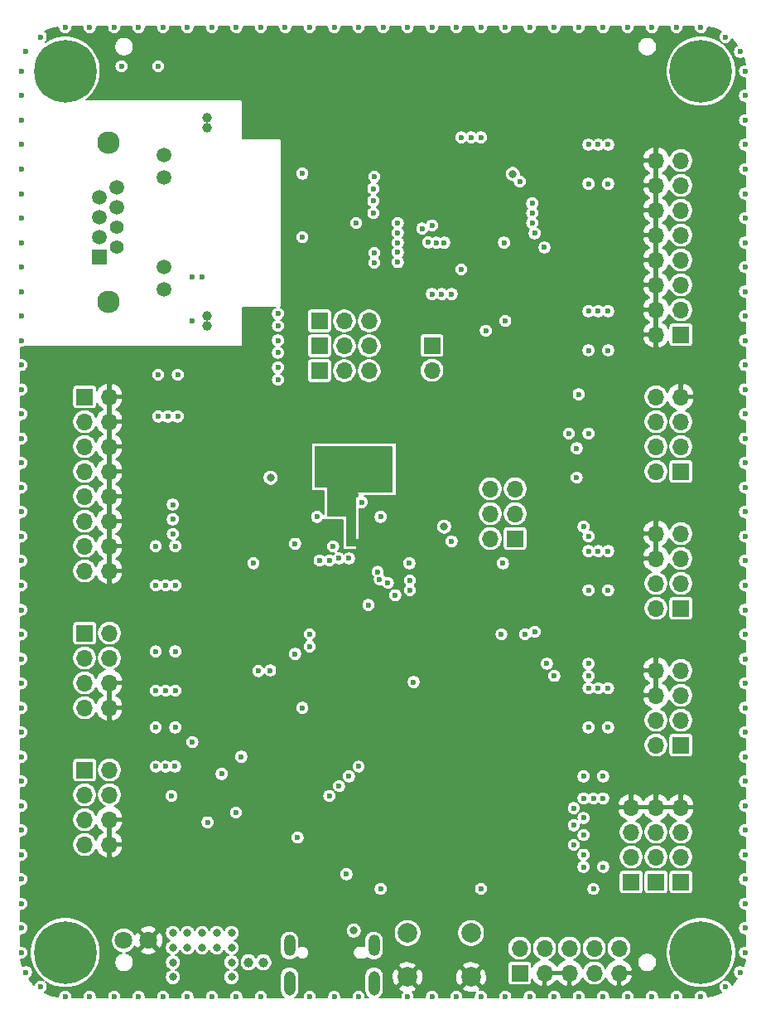
<source format=gbr>
%TF.GenerationSoftware,KiCad,Pcbnew,(5.1.8)-1*%
%TF.CreationDate,2021-02-22T22:57:58+01:00*%
%TF.ProjectId,DP83848C-EvalBoard,44503833-3834-4384-932d-4576616c426f,rev?*%
%TF.SameCoordinates,Original*%
%TF.FileFunction,Copper,L2,Inr*%
%TF.FilePolarity,Positive*%
%FSLAX46Y46*%
G04 Gerber Fmt 4.6, Leading zero omitted, Abs format (unit mm)*
G04 Created by KiCad (PCBNEW (5.1.8)-1) date 2021-02-22 22:57:58*
%MOMM*%
%LPD*%
G01*
G04 APERTURE LIST*
%TA.AperFunction,ComponentPad*%
%ADD10C,1.500000*%
%TD*%
%TA.AperFunction,ComponentPad*%
%ADD11C,2.300000*%
%TD*%
%TA.AperFunction,ComponentPad*%
%ADD12C,1.400000*%
%TD*%
%TA.AperFunction,ComponentPad*%
%ADD13R,1.500000X1.500000*%
%TD*%
%TA.AperFunction,ComponentPad*%
%ADD14O,1.700000X1.700000*%
%TD*%
%TA.AperFunction,ComponentPad*%
%ADD15R,1.700000X1.700000*%
%TD*%
%TA.AperFunction,ComponentPad*%
%ADD16C,1.800000*%
%TD*%
%TA.AperFunction,ComponentPad*%
%ADD17O,1.200000X2.500000*%
%TD*%
%TA.AperFunction,ComponentPad*%
%ADD18O,1.200000X2.200000*%
%TD*%
%TA.AperFunction,ComponentPad*%
%ADD19C,0.800000*%
%TD*%
%TA.AperFunction,ComponentPad*%
%ADD20C,6.400000*%
%TD*%
%TA.AperFunction,ComponentPad*%
%ADD21C,2.000000*%
%TD*%
%TA.AperFunction,ViaPad*%
%ADD22C,0.600000*%
%TD*%
%TA.AperFunction,ViaPad*%
%ADD23C,1.000000*%
%TD*%
%TA.AperFunction,ViaPad*%
%ADD24C,0.800000*%
%TD*%
%TA.AperFunction,Conductor*%
%ADD25C,0.200000*%
%TD*%
%TA.AperFunction,Conductor*%
%ADD26C,0.100000*%
%TD*%
G04 APERTURE END LIST*
D10*
%TO.N,+3V3*%
%TO.C,J2*%
X55100000Y-70580000D03*
%TO.N,Net-(J2-Pad11)*%
X55100000Y-72870000D03*
%TO.N,+3V3*%
X55100000Y-82010000D03*
%TO.N,Net-(J2-Pad9)*%
X55100000Y-84300000D03*
D11*
%TO.N,Earth*%
X49390000Y-85570000D03*
X49390000Y-69310000D03*
D10*
%TO.N,Net-(J2-Pad7)*%
X50280000Y-73888000D03*
%TO.N,/PHY/RX-*%
X50280000Y-75920000D03*
D12*
%TO.N,Net-(J2-Pad4)*%
X50280000Y-77952000D03*
%TO.N,/PHY/TX-*%
X50280000Y-79984000D03*
D10*
%TO.N,Net-(J2-Pad7)*%
X48500000Y-74904000D03*
%TO.N,Net-(J2-Pad4)*%
X48500000Y-76936000D03*
%TO.N,/PHY/RX+*%
X48500000Y-78968000D03*
D13*
%TO.N,/PHY/TX+*%
X48500000Y-81000000D03*
%TD*%
D14*
%TO.N,Net-(J14-Pad8)*%
%TO.C,J14*%
X105410000Y-95250000D03*
%TO.N,GND*%
X107950000Y-95250000D03*
%TO.N,/IO/I2C1_SDA_R*%
X105410000Y-97790000D03*
X107950000Y-97790000D03*
%TO.N,/IO/I2C1_SCL_R*%
X105410000Y-100330000D03*
X107950000Y-100330000D03*
%TO.N,Net-(J14-Pad2)*%
X105410000Y-102870000D03*
D15*
%TO.N,+3V3*%
X107950000Y-102870000D03*
%TD*%
D14*
%TO.N,GND*%
%TO.C,J13*%
X105410000Y-123190000D03*
%TO.N,/IO/SPI3_NSS_R*%
X107950000Y-123190000D03*
%TO.N,GND*%
X105410000Y-125730000D03*
%TO.N,/IO/SPI3_SCK_R*%
X107950000Y-125730000D03*
%TO.N,+3V3*%
X105410000Y-128270000D03*
%TO.N,/IO/SPI3_MOSI_R*%
X107950000Y-128270000D03*
%TO.N,+3V3*%
X105410000Y-130810000D03*
D15*
%TO.N,/IO/SPI3_MISO_R*%
X107950000Y-130810000D03*
%TD*%
D14*
%TO.N,GND*%
%TO.C,J12*%
X49530000Y-140970000D03*
%TO.N,/IO/SPI2_NSS_R*%
X46990000Y-140970000D03*
%TO.N,GND*%
X49530000Y-138430000D03*
%TO.N,/IO/SPI2_SCK_R*%
X46990000Y-138430000D03*
%TO.N,+3V3*%
X49530000Y-135890000D03*
%TO.N,/IO/SPI2_MOSI_R*%
X46990000Y-135890000D03*
%TO.N,+3V3*%
X49530000Y-133350000D03*
D15*
%TO.N,/IO/SPI2_MISO_R*%
X46990000Y-133350000D03*
%TD*%
D14*
%TO.N,GND*%
%TO.C,J11*%
X105410000Y-109220000D03*
%TO.N,/IO/SPI1_NSS_R*%
X107950000Y-109220000D03*
%TO.N,GND*%
X105410000Y-111760000D03*
%TO.N,/IO/SPI1_SCK_R*%
X107950000Y-111760000D03*
%TO.N,+3V3*%
X105410000Y-114300000D03*
%TO.N,/IO/SPI1_MOSI_R*%
X107950000Y-114300000D03*
%TO.N,+3V3*%
X105410000Y-116840000D03*
D15*
%TO.N,/IO/SPI1_MISO_R*%
X107950000Y-116840000D03*
%TD*%
D14*
%TO.N,GND*%
%TO.C,J10*%
X49530000Y-127000000D03*
%TO.N,/IO/TMR4_R*%
X46990000Y-127000000D03*
%TO.N,GND*%
X49530000Y-124460000D03*
%TO.N,/IO/TMR3_R*%
X46990000Y-124460000D03*
%TO.N,+3V3*%
X49530000Y-121920000D03*
%TO.N,/IO/TMR2_R*%
X46990000Y-121920000D03*
%TO.N,+3V3*%
X49530000Y-119380000D03*
D15*
%TO.N,/IO/TMR1_R*%
X46990000Y-119380000D03*
%TD*%
D14*
%TO.N,GND*%
%TO.C,J9*%
X49530000Y-113030000D03*
%TO.N,/IO/ADC7_R*%
X46990000Y-113030000D03*
%TO.N,GND*%
X49530000Y-110490000D03*
%TO.N,/IO/ADC6_R*%
X46990000Y-110490000D03*
%TO.N,GND*%
X49530000Y-107950000D03*
%TO.N,/IO/ADC5_R*%
X46990000Y-107950000D03*
%TO.N,GND*%
X49530000Y-105410000D03*
%TO.N,/IO/ADC4_R*%
X46990000Y-105410000D03*
%TO.N,GND*%
X49530000Y-102870000D03*
%TO.N,/IO/ADC3_R*%
X46990000Y-102870000D03*
%TO.N,GND*%
X49530000Y-100330000D03*
%TO.N,/IO/ADC2_R*%
X46990000Y-100330000D03*
%TO.N,GND*%
X49530000Y-97790000D03*
%TO.N,/IO/ADC1_R*%
X46990000Y-97790000D03*
%TO.N,GND*%
X49530000Y-95250000D03*
D15*
%TO.N,/IO/ADC0_R*%
X46990000Y-95250000D03*
%TD*%
D14*
%TO.N,GND*%
%TO.C,J8*%
X105410000Y-71120000D03*
%TO.N,/IO/GPIO7_R*%
X107950000Y-71120000D03*
%TO.N,GND*%
X105410000Y-73660000D03*
%TO.N,/IO/GPIO6_R*%
X107950000Y-73660000D03*
%TO.N,GND*%
X105410000Y-76200000D03*
%TO.N,/IO/GPIO5_R*%
X107950000Y-76200000D03*
%TO.N,GND*%
X105410000Y-78740000D03*
%TO.N,/IO/GPIO4_R*%
X107950000Y-78740000D03*
%TO.N,GND*%
X105410000Y-81280000D03*
%TO.N,/IO/GPIO3_R*%
X107950000Y-81280000D03*
%TO.N,GND*%
X105410000Y-83820000D03*
%TO.N,/IO/GPIO2_R*%
X107950000Y-83820000D03*
%TO.N,GND*%
X105410000Y-86360000D03*
%TO.N,/IO/GPIO1_R*%
X107950000Y-86360000D03*
%TO.N,GND*%
X105410000Y-88900000D03*
D15*
%TO.N,/IO/GPIO0_R*%
X107950000Y-88900000D03*
%TD*%
D14*
%TO.N,GND*%
%TO.C,J7*%
X107950000Y-137160000D03*
%TO.N,/IO/USART3_RX_R*%
X107950000Y-139700000D03*
%TO.N,/IO/USART3_TX_R*%
X107950000Y-142240000D03*
D15*
%TO.N,+3V3*%
X107950000Y-144780000D03*
%TD*%
D14*
%TO.N,GND*%
%TO.C,J6*%
X105410000Y-137160000D03*
%TO.N,/IO/USART2_RX_R*%
X105410000Y-139700000D03*
%TO.N,/IO/USART2_TX_R*%
X105410000Y-142240000D03*
D15*
%TO.N,+3V3*%
X105410000Y-144780000D03*
%TD*%
D14*
%TO.N,GND*%
%TO.C,J5*%
X102870000Y-137160000D03*
%TO.N,/IO/USART1_RX_R*%
X102870000Y-139700000D03*
%TO.N,/IO/USART1_TX_R*%
X102870000Y-142240000D03*
D15*
%TO.N,+3V3*%
X102870000Y-144780000D03*
%TD*%
D16*
%TO.N,GND*%
%TO.C,J1*%
X53520000Y-150750000D03*
%TO.N,/PSU/VEXT*%
X50980000Y-150750000D03*
%TD*%
D17*
%TO.N,Earth*%
%TO.C,J3*%
X67930000Y-155100000D03*
X76570000Y-155100000D03*
D18*
X76570000Y-151275000D03*
X67930000Y-151275000D03*
%TD*%
D15*
%TO.N,+3V3*%
%TO.C,J4*%
X91465000Y-154085000D03*
D14*
%TO.N,Net-(J4-Pad2)*%
X91465000Y-151545000D03*
%TO.N,GND*%
X94005000Y-154085000D03*
%TO.N,Net-(J4-Pad4)*%
X94005000Y-151545000D03*
%TO.N,GND*%
X96545000Y-154085000D03*
%TO.N,Net-(J4-Pad6)*%
X96545000Y-151545000D03*
%TO.N,N/C*%
X99085000Y-154085000D03*
X99085000Y-151545000D03*
%TO.N,GND*%
X101625000Y-154085000D03*
%TO.N,Net-(J4-Pad10)*%
X101625000Y-151545000D03*
%TD*%
D19*
%TO.N,Earth*%
%TO.C,H4*%
X111697056Y-60302944D03*
X110000000Y-59600000D03*
X108302944Y-60302944D03*
X107600000Y-62000000D03*
X108302944Y-63697056D03*
X110000000Y-64400000D03*
X111697056Y-63697056D03*
X112400000Y-62000000D03*
D20*
X110000000Y-62000000D03*
%TD*%
D19*
%TO.N,Earth*%
%TO.C,H3*%
X111697056Y-150302944D03*
X110000000Y-149600000D03*
X108302944Y-150302944D03*
X107600000Y-152000000D03*
X108302944Y-153697056D03*
X110000000Y-154400000D03*
X111697056Y-153697056D03*
X112400000Y-152000000D03*
D20*
X110000000Y-152000000D03*
%TD*%
D19*
%TO.N,Earth*%
%TO.C,H2*%
X46697056Y-60302944D03*
X45000000Y-59600000D03*
X43302944Y-60302944D03*
X42600000Y-62000000D03*
X43302944Y-63697056D03*
X45000000Y-64400000D03*
X46697056Y-63697056D03*
X47400000Y-62000000D03*
D20*
X45000000Y-62000000D03*
%TD*%
D19*
%TO.N,Earth*%
%TO.C,H1*%
X46697056Y-150302944D03*
X45000000Y-149600000D03*
X43302944Y-150302944D03*
X42600000Y-152000000D03*
X43302944Y-153697056D03*
X45000000Y-154400000D03*
X46697056Y-153697056D03*
X47400000Y-152000000D03*
D20*
X45000000Y-152000000D03*
%TD*%
D21*
%TO.N,/MCU/NRST*%
%TO.C,SW1*%
X86500000Y-150000000D03*
%TO.N,GND*%
X86500000Y-154500000D03*
%TO.N,/MCU/NRST*%
X80000000Y-150000000D03*
%TO.N,GND*%
X80000000Y-154500000D03*
%TD*%
D14*
%TO.N,Net-(JP7-Pad6)*%
%TO.C,JP7*%
X88460000Y-104640000D03*
%TO.N,Net-(JP7-Pad5)*%
X91000000Y-104640000D03*
%TO.N,/MCU/BOOT1*%
X88460000Y-107180000D03*
%TO.N,/MCU/BOOT0*%
X91000000Y-107180000D03*
%TO.N,Net-(JP7-Pad2)*%
X88460000Y-109720000D03*
D15*
%TO.N,Net-(JP7-Pad1)*%
X91000000Y-109720000D03*
%TD*%
D14*
%TO.N,Net-(JP6-Pad3)*%
%TO.C,JP6*%
X76080000Y-87500000D03*
%TO.N,/PHY/AN_EN*%
X73540000Y-87500000D03*
D15*
%TO.N,Net-(JP6-Pad1)*%
X71000000Y-87500000D03*
%TD*%
D14*
%TO.N,Net-(JP5-Pad3)*%
%TO.C,JP5*%
X76080000Y-90040000D03*
%TO.N,/PHY/AN1*%
X73540000Y-90040000D03*
D15*
%TO.N,Net-(JP5-Pad1)*%
X71000000Y-90040000D03*
%TD*%
D14*
%TO.N,Net-(JP4-Pad3)*%
%TO.C,JP4*%
X76080000Y-92580000D03*
%TO.N,/PHY/AN0*%
X73540000Y-92580000D03*
D15*
%TO.N,Net-(JP4-Pad1)*%
X71000000Y-92580000D03*
%TD*%
D14*
%TO.N,Net-(JP1-Pad2)*%
%TO.C,JP1*%
X82500000Y-92540000D03*
D15*
%TO.N,/PHY/~RESET*%
X82500000Y-90000000D03*
%TD*%
D22*
%TO.N,Earth*%
X114500000Y-89500000D03*
X114500000Y-87000000D03*
X114500000Y-82000000D03*
X114500000Y-79500000D03*
X114500000Y-74500000D03*
X114500000Y-72000000D03*
X114500000Y-69500000D03*
X114500000Y-84500000D03*
X114500000Y-77000000D03*
X114500000Y-67000000D03*
X40500000Y-74500000D03*
X40500000Y-69500000D03*
X40500000Y-87000000D03*
X40500000Y-72000000D03*
X40500000Y-89500000D03*
X40500000Y-82000000D03*
X40500000Y-79500000D03*
X40500000Y-84500000D03*
X40500000Y-77000000D03*
X40500000Y-67000000D03*
X40500000Y-107000000D03*
X40500000Y-97000000D03*
X40500000Y-112000000D03*
X40500000Y-144500000D03*
X40500000Y-104500000D03*
X40500000Y-99500000D03*
X40500000Y-137000000D03*
X40500000Y-132000000D03*
X40500000Y-129500000D03*
X40500000Y-122000000D03*
X40500000Y-102000000D03*
X40500000Y-109500000D03*
X40500000Y-114500000D03*
X40500000Y-139500000D03*
X40500000Y-119500000D03*
X40500000Y-127000000D03*
X40500000Y-92000000D03*
X40500000Y-147000000D03*
X40500000Y-94500000D03*
X40500000Y-142000000D03*
X40500000Y-117000000D03*
X40500000Y-124500000D03*
X40500000Y-134500000D03*
X114500000Y-114500000D03*
X114500000Y-102000000D03*
X114500000Y-97000000D03*
X114500000Y-94500000D03*
X114500000Y-109500000D03*
X114500000Y-104500000D03*
X114500000Y-117000000D03*
X114500000Y-107000000D03*
X114500000Y-99500000D03*
X114500000Y-112000000D03*
X114500000Y-92000000D03*
X114500000Y-147000000D03*
X114500000Y-144500000D03*
X114500000Y-139500000D03*
X114500000Y-119500000D03*
X114500000Y-137000000D03*
X114500000Y-132000000D03*
X114500000Y-129500000D03*
X114500000Y-127000000D03*
X114500000Y-122000000D03*
X114500000Y-142000000D03*
X114500000Y-134500000D03*
X114500000Y-124500000D03*
X82500000Y-156500000D03*
X95000000Y-156500000D03*
X100000000Y-156500000D03*
X102500000Y-156500000D03*
X87500000Y-156500000D03*
X92500000Y-156500000D03*
X80000000Y-156500000D03*
X90000000Y-156500000D03*
X97500000Y-156500000D03*
X85000000Y-156500000D03*
X105000000Y-156500000D03*
X50000000Y-156500000D03*
X52500000Y-156500000D03*
X57500000Y-156500000D03*
X60000000Y-156500000D03*
X65000000Y-156500000D03*
X70000000Y-156500000D03*
X75000000Y-156500000D03*
X55000000Y-156500000D03*
X62500000Y-156500000D03*
X72500000Y-156500000D03*
D23*
%TO.N,GND*%
X65000000Y-67750000D03*
X65000000Y-66750000D03*
D22*
X76250000Y-106000000D03*
X79499992Y-128678789D03*
X91500000Y-74250000D03*
X75506811Y-110244011D03*
X84500000Y-110960000D03*
X64270484Y-109850010D03*
X70481969Y-110076015D03*
X87250021Y-82250016D03*
D24*
X69000000Y-149750000D03*
D22*
X72249990Y-144000000D03*
X89000000Y-88500000D03*
X89770000Y-102230000D03*
X81500000Y-76866358D03*
X76593934Y-77349990D03*
X71600000Y-78900000D03*
X71600000Y-72500000D03*
D24*
X90750000Y-67250012D03*
D22*
X81500000Y-75000000D03*
X76250000Y-83250000D03*
X74750000Y-82500000D03*
X85500000Y-84750000D03*
D23*
X65000000Y-88000000D03*
X65000000Y-87000000D03*
D22*
X64750000Y-125750000D03*
X65750000Y-125750000D03*
X79500000Y-123000000D03*
X82999994Y-124500000D03*
X55250000Y-129000000D03*
X55250000Y-121250000D03*
X47500000Y-144000000D03*
D24*
X75750000Y-149750000D03*
D22*
X70750000Y-147000000D03*
X76000000Y-148500000D03*
X75750000Y-146000000D03*
X99000000Y-143250000D03*
X55250000Y-110500000D03*
X55500000Y-93000000D03*
D24*
X83750000Y-103500000D03*
D22*
X97500000Y-99000000D03*
X99500000Y-90500000D03*
X99500000Y-73500000D03*
X99500000Y-115000000D03*
X99500000Y-129000000D03*
X99000000Y-132250000D03*
X88250000Y-147250000D03*
X68400000Y-105100000D03*
X67400000Y-105100000D03*
X70750000Y-105100000D03*
X66000000Y-134000000D03*
X80250016Y-86250000D03*
X80250000Y-88999994D03*
X80250000Y-91500000D03*
X81231978Y-94981978D03*
X74109992Y-76500000D03*
X74100004Y-74000000D03*
X89690000Y-83121276D03*
X76250000Y-100500000D03*
X78249972Y-100500000D03*
X70749992Y-100499992D03*
X78000000Y-105750000D03*
X72500000Y-100500000D03*
X74500000Y-100500000D03*
X70750000Y-102250000D03*
X70749992Y-104250000D03*
X72000000Y-104250000D03*
X72000000Y-105750000D03*
X72000000Y-107250000D03*
X73000000Y-107250000D03*
X76250000Y-104750000D03*
X78249972Y-104750000D03*
X78250000Y-102250000D03*
X77250000Y-104000006D03*
X71750000Y-101500000D03*
X93000000Y-79500018D03*
X76500012Y-78650010D03*
X76500000Y-79500012D03*
D23*
X63750000Y-146750000D03*
X65250000Y-146750000D03*
D22*
X74750000Y-105250000D03*
X61749996Y-122000000D03*
D23*
X63750000Y-141750000D03*
X63750000Y-143000000D03*
D22*
%TO.N,+5V*%
X62449976Y-137700024D03*
X60999988Y-133750000D03*
D24*
%TO.N,+3V3*%
X56000000Y-150000000D03*
X57500000Y-150000000D03*
X60500000Y-150000000D03*
X62000000Y-150000000D03*
D22*
X79000000Y-78500000D03*
X76600000Y-80550000D03*
X76600000Y-81550000D03*
X76500000Y-76500000D03*
X84500000Y-110000000D03*
X80625000Y-124375000D03*
X77250000Y-107500000D03*
X64240000Y-112250000D03*
X91480008Y-73269992D03*
X65950765Y-123183115D03*
X70749978Y-107500000D03*
X85500000Y-82250000D03*
X88000000Y-88500000D03*
X89750000Y-112250000D03*
D24*
X83750000Y-108500000D03*
D22*
X69250000Y-78950000D03*
X69250000Y-72450000D03*
X76500000Y-74000012D03*
X76600000Y-72779980D03*
D24*
X90750000Y-72500000D03*
D22*
X82500000Y-84750000D03*
X64750000Y-123250000D03*
X89600000Y-119500000D03*
X55250000Y-133000000D03*
X55250000Y-125250000D03*
X99000000Y-145500000D03*
X55250000Y-114500000D03*
X55500000Y-97250000D03*
D24*
X66000000Y-103500000D03*
D22*
X97500000Y-95000000D03*
X99500000Y-86500000D03*
X99500000Y-69500000D03*
X99500000Y-111000000D03*
X99500000Y-125000000D03*
X99000000Y-136250000D03*
X97300000Y-100500000D03*
X97300000Y-103500000D03*
X50750000Y-61500000D03*
X66750000Y-88000000D03*
X66750000Y-90750000D03*
X66750000Y-93500000D03*
X75320000Y-106000000D03*
X90000000Y-87500000D03*
X93000000Y-78550006D03*
X76500000Y-75250000D03*
D24*
X62000000Y-154500000D03*
X62000000Y-153000000D03*
X62000000Y-151500000D03*
X56000000Y-154500000D03*
X56000000Y-153000000D03*
X56000000Y-151500000D03*
X57500000Y-151500000D03*
X59000000Y-151500000D03*
X60500000Y-151500000D03*
X59000000Y-150000000D03*
D23*
X63750000Y-153000000D03*
X65250000Y-153000000D03*
D22*
%TO.N,/PHY/PFB*%
X79000000Y-77500000D03*
X74750000Y-77500000D03*
X89875008Y-79500000D03*
X79000000Y-79500000D03*
%TO.N,/MCU/NRST*%
X74000000Y-111750000D03*
X87510000Y-145490000D03*
%TO.N,Net-(D3-Pad1)*%
X54500000Y-61500000D03*
X66750000Y-89500000D03*
%TO.N,VUSB*%
X68749986Y-140250000D03*
X77250000Y-145500000D03*
%TO.N,/PHY/AN0*%
X83750000Y-79500000D03*
%TO.N,/PHY/AN1*%
X82934306Y-79500000D03*
%TO.N,/PHY/AN_EN*%
X82111975Y-79473787D03*
%TO.N,/MCU/BOOT1*%
X78750000Y-115500000D03*
%TO.N,Net-(Q1-Pad1)*%
X59549992Y-138700008D03*
X62999962Y-132000000D03*
%TO.N,/ETH_TX_D0*%
X86500000Y-68750000D03*
X70000000Y-119500000D03*
%TO.N,/ETH_TX_D1*%
X85500000Y-68750000D03*
X70000000Y-120750000D03*
%TO.N,/ETH_TX_EN*%
X87500000Y-68750000D03*
X68499996Y-121500000D03*
%TO.N,/ETH_RXD0*%
X77149990Y-113899990D03*
X92750000Y-76491042D03*
%TO.N,/ETH_RXD1*%
X78000000Y-114250000D03*
X92750000Y-75500000D03*
%TO.N,/ETH_CRS_DV*%
X76947431Y-113126046D03*
X92750000Y-77499970D03*
%TO.N,/ETH_MDIO*%
X68500000Y-110250000D03*
X83500000Y-84750000D03*
%TO.N,Net-(R22-Pad2)*%
X81504905Y-78066369D03*
X79000000Y-80500000D03*
%TO.N,/ETH_MDC*%
X72399990Y-110521458D03*
X84500000Y-84750000D03*
%TO.N,Net-(J2-Pad11)*%
X66750000Y-86750000D03*
%TO.N,Net-(J2-Pad9)*%
X66750000Y-92250000D03*
%TO.N,Net-(J2-Pad7)*%
X59000000Y-83000000D03*
%TO.N,Net-(J2-Pad4)*%
X58000000Y-83000000D03*
%TO.N,Net-(J3-PadA4)*%
X73750000Y-144000000D03*
D24*
X74500000Y-149750000D03*
D22*
%TO.N,/IO/USART1_RX_R*%
X98000000Y-136250000D03*
%TO.N,/IO/USART1_TX_R*%
X98000000Y-143250000D03*
%TO.N,/IO/USART2_RX_R*%
X100000000Y-136250000D03*
%TO.N,/IO/USART2_TX_R*%
X100000000Y-143250000D03*
%TO.N,/IO/USART3_RX_R*%
X98000000Y-134000000D03*
%TO.N,/IO/USART3_TX_R*%
X100000000Y-134000000D03*
%TO.N,/IO/GPIO7_R*%
X98500000Y-69500000D03*
%TO.N,/IO/GPIO6_R*%
X100500000Y-69500000D03*
%TO.N,/IO/GPIO5_R*%
X100500000Y-73500000D03*
%TO.N,/IO/GPIO4_R*%
X98500000Y-73500000D03*
%TO.N,/IO/GPIO3_R*%
X98500000Y-86500000D03*
%TO.N,/IO/GPIO2_R*%
X100500000Y-86500000D03*
%TO.N,/IO/GPIO1_R*%
X98500000Y-90500000D03*
%TO.N,/IO/GPIO0_R*%
X100500000Y-90500000D03*
%TO.N,/IO/ADC7_R*%
X54250000Y-114500000D03*
%TO.N,/IO/ADC6_R*%
X56250000Y-114500000D03*
%TO.N,/IO/ADC5_R*%
X54250000Y-110500000D03*
%TO.N,/IO/ADC4_R*%
X56250000Y-110500000D03*
%TO.N,/IO/ADC3_R*%
X56500000Y-97250000D03*
%TO.N,/IO/ADC2_R*%
X54500000Y-97250010D03*
%TO.N,/IO/ADC1_R*%
X56500000Y-93000000D03*
%TO.N,/IO/ADC0_R*%
X54500000Y-93000000D03*
%TO.N,/IO/TMR4_R*%
X56250000Y-125250000D03*
%TO.N,/IO/TMR3_R*%
X54250000Y-125250000D03*
%TO.N,/IO/TMR2_R*%
X54250000Y-121250000D03*
%TO.N,/IO/TMR1_R*%
X56250000Y-121250000D03*
%TO.N,/IO/SPI1_NSS*%
X80250000Y-114000000D03*
X98000010Y-108500000D03*
%TO.N,/IO/SPI1_SCK_R*%
X98500000Y-111000000D03*
%TO.N,/IO/SPI1_MOSI_R*%
X98500000Y-115000000D03*
%TO.N,/IO/SPI1_MISO_R*%
X100500000Y-115000000D03*
%TO.N,/IO/SPI2_NSS_R*%
X56231978Y-132981978D03*
%TO.N,/IO/SPI2_SCK_R*%
X54250000Y-133000000D03*
%TO.N,/IO/SPI2_MOSI_R*%
X54250000Y-129000000D03*
%TO.N,/IO/SPI2_MISO_R*%
X56250000Y-129000000D03*
%TO.N,/IO/SPI3_NSS_R*%
X98500000Y-125000000D03*
%TO.N,/IO/SPI3_SCK_R*%
X100500000Y-125000000D03*
%TO.N,/IO/SPI3_MOSI_R*%
X100500000Y-129000000D03*
%TO.N,/IO/SPI3_MISO_R*%
X98500000Y-129000000D03*
%TO.N,/IO/I2C1_SDA_R*%
X96500000Y-99000000D03*
%TO.N,/IO/I2C1_SCL_R*%
X98500000Y-99000000D03*
%TO.N,Net-(R21-Pad2)*%
X79000000Y-81500000D03*
X82500000Y-77750000D03*
%TO.N,/IO/GPIO7*%
X76000000Y-116500000D03*
X94000000Y-79999998D03*
%TO.N,/IO/ADC5*%
X56000000Y-106250000D03*
X73000000Y-111750000D03*
%TO.N,/IO/ADC6*%
X56000000Y-107750000D03*
X72000000Y-111949957D03*
%TO.N,/IO/ADC7*%
X56000000Y-109250000D03*
X71000000Y-111949957D03*
%TO.N,/IO/SPI1_SCK*%
X98500000Y-109500000D03*
X80249996Y-115000000D03*
%TO.N,/IO/SPI2_SCK*%
X55869228Y-136000002D03*
X58000000Y-130500000D03*
%TO.N,/IO/SPI2_NSS*%
X69249996Y-127000000D03*
X80193595Y-112250008D03*
%TO.N,/IO/SPI3_SCK*%
X98500000Y-123750008D03*
X95000000Y-123749992D03*
%TO.N,/IO/SPI3_NSS*%
X98500000Y-122500000D03*
X94250000Y-122500000D03*
%TO.N,/IO/USART1_TX*%
X74000000Y-134000000D03*
X98000016Y-140000000D03*
%TO.N,/IO/USART1_RX*%
X75000006Y-133000000D03*
X97000000Y-139000000D03*
%TO.N,/IO/USART2_TX*%
X98000000Y-138250000D03*
X92000000Y-119500000D03*
%TO.N,/IO/USART2_RX*%
X97000000Y-137250000D03*
X93000000Y-119250000D03*
%TO.N,/IO/USART3_TX*%
X71999996Y-136000000D03*
X98000036Y-142000000D03*
%TO.N,/IO/USART3_RX*%
X73000010Y-135000000D03*
X97000000Y-141000000D03*
%TO.N,/IO/SPI1_NSS_R*%
X100500000Y-111000000D03*
D23*
%TO.N,Earth*%
X59500000Y-66750000D03*
X59500000Y-67750000D03*
X59500000Y-87000000D03*
X59500000Y-88000000D03*
D22*
X58000000Y-87500000D03*
X50000000Y-57500000D03*
X52500000Y-57500000D03*
X55000000Y-57500000D03*
X57500000Y-57500000D03*
X60000000Y-57500000D03*
X62500000Y-57500000D03*
X65000000Y-57500000D03*
X67500000Y-57500000D03*
X70000000Y-57500000D03*
X72500000Y-57500000D03*
X75000000Y-57500000D03*
X77500000Y-57500000D03*
X80000000Y-57500000D03*
X82500000Y-57500000D03*
X85000000Y-57500000D03*
X87500000Y-57500000D03*
X90000000Y-57500000D03*
X92500000Y-57500000D03*
X95000000Y-57500000D03*
X97500000Y-57500000D03*
X100000000Y-57500000D03*
X102500000Y-57500000D03*
X105000000Y-57500000D03*
X47500000Y-156500000D03*
X45000000Y-156500000D03*
X42500000Y-155500000D03*
X40500000Y-149500000D03*
X40500000Y-152000000D03*
X41000000Y-154000000D03*
X114500000Y-149500000D03*
X114500000Y-152000000D03*
X107500000Y-156500000D03*
X110000000Y-156500000D03*
X112500000Y-155500000D03*
X114000000Y-154000000D03*
X114500000Y-64500000D03*
X114500000Y-62000000D03*
X107500000Y-57500000D03*
X110000000Y-57500000D03*
X112500000Y-58500000D03*
X114000000Y-60000000D03*
X47500000Y-57500000D03*
X45000000Y-57500000D03*
X40500000Y-64500000D03*
X40500000Y-62000000D03*
X41000000Y-60000000D03*
X42500000Y-58500000D03*
%TD*%
D25*
%TO.N,GND*%
X46800000Y-57431056D02*
X46800000Y-57568944D01*
X46826901Y-57704182D01*
X46879668Y-57831574D01*
X46956274Y-57946224D01*
X47053776Y-58043726D01*
X47168426Y-58120332D01*
X47295818Y-58173099D01*
X47431056Y-58200000D01*
X47568944Y-58200000D01*
X47704182Y-58173099D01*
X47831574Y-58120332D01*
X47946224Y-58043726D01*
X48043726Y-57946224D01*
X48120332Y-57831574D01*
X48173099Y-57704182D01*
X48200000Y-57568944D01*
X48200000Y-57431056D01*
X48198795Y-57425000D01*
X49301205Y-57425000D01*
X49300000Y-57431056D01*
X49300000Y-57568944D01*
X49326901Y-57704182D01*
X49379668Y-57831574D01*
X49456274Y-57946224D01*
X49553776Y-58043726D01*
X49668426Y-58120332D01*
X49795818Y-58173099D01*
X49931056Y-58200000D01*
X50068944Y-58200000D01*
X50204182Y-58173099D01*
X50331574Y-58120332D01*
X50446224Y-58043726D01*
X50543726Y-57946224D01*
X50620332Y-57831574D01*
X50673099Y-57704182D01*
X50700000Y-57568944D01*
X50700000Y-57431056D01*
X50698795Y-57425000D01*
X51801205Y-57425000D01*
X51800000Y-57431056D01*
X51800000Y-57568944D01*
X51826901Y-57704182D01*
X51879668Y-57831574D01*
X51956274Y-57946224D01*
X52053776Y-58043726D01*
X52168426Y-58120332D01*
X52295818Y-58173099D01*
X52431056Y-58200000D01*
X52568944Y-58200000D01*
X52704182Y-58173099D01*
X52831574Y-58120332D01*
X52946224Y-58043726D01*
X53043726Y-57946224D01*
X53120332Y-57831574D01*
X53173099Y-57704182D01*
X53200000Y-57568944D01*
X53200000Y-57431056D01*
X53198795Y-57425000D01*
X54301205Y-57425000D01*
X54300000Y-57431056D01*
X54300000Y-57568944D01*
X54326901Y-57704182D01*
X54379668Y-57831574D01*
X54456274Y-57946224D01*
X54553776Y-58043726D01*
X54668426Y-58120332D01*
X54795818Y-58173099D01*
X54931056Y-58200000D01*
X55068944Y-58200000D01*
X55204182Y-58173099D01*
X55331574Y-58120332D01*
X55446224Y-58043726D01*
X55543726Y-57946224D01*
X55620332Y-57831574D01*
X55673099Y-57704182D01*
X55700000Y-57568944D01*
X55700000Y-57431056D01*
X55698795Y-57425000D01*
X56801205Y-57425000D01*
X56800000Y-57431056D01*
X56800000Y-57568944D01*
X56826901Y-57704182D01*
X56879668Y-57831574D01*
X56956274Y-57946224D01*
X57053776Y-58043726D01*
X57168426Y-58120332D01*
X57295818Y-58173099D01*
X57431056Y-58200000D01*
X57568944Y-58200000D01*
X57704182Y-58173099D01*
X57831574Y-58120332D01*
X57946224Y-58043726D01*
X58043726Y-57946224D01*
X58120332Y-57831574D01*
X58173099Y-57704182D01*
X58200000Y-57568944D01*
X58200000Y-57431056D01*
X58198795Y-57425000D01*
X59301205Y-57425000D01*
X59300000Y-57431056D01*
X59300000Y-57568944D01*
X59326901Y-57704182D01*
X59379668Y-57831574D01*
X59456274Y-57946224D01*
X59553776Y-58043726D01*
X59668426Y-58120332D01*
X59795818Y-58173099D01*
X59931056Y-58200000D01*
X60068944Y-58200000D01*
X60204182Y-58173099D01*
X60331574Y-58120332D01*
X60446224Y-58043726D01*
X60543726Y-57946224D01*
X60620332Y-57831574D01*
X60673099Y-57704182D01*
X60700000Y-57568944D01*
X60700000Y-57431056D01*
X60698795Y-57425000D01*
X61801205Y-57425000D01*
X61800000Y-57431056D01*
X61800000Y-57568944D01*
X61826901Y-57704182D01*
X61879668Y-57831574D01*
X61956274Y-57946224D01*
X62053776Y-58043726D01*
X62168426Y-58120332D01*
X62295818Y-58173099D01*
X62431056Y-58200000D01*
X62568944Y-58200000D01*
X62704182Y-58173099D01*
X62831574Y-58120332D01*
X62946224Y-58043726D01*
X63043726Y-57946224D01*
X63120332Y-57831574D01*
X63173099Y-57704182D01*
X63200000Y-57568944D01*
X63200000Y-57431056D01*
X63198795Y-57425000D01*
X64301205Y-57425000D01*
X64300000Y-57431056D01*
X64300000Y-57568944D01*
X64326901Y-57704182D01*
X64379668Y-57831574D01*
X64456274Y-57946224D01*
X64553776Y-58043726D01*
X64668426Y-58120332D01*
X64795818Y-58173099D01*
X64931056Y-58200000D01*
X65068944Y-58200000D01*
X65204182Y-58173099D01*
X65331574Y-58120332D01*
X65446224Y-58043726D01*
X65543726Y-57946224D01*
X65620332Y-57831574D01*
X65673099Y-57704182D01*
X65700000Y-57568944D01*
X65700000Y-57431056D01*
X65698795Y-57425000D01*
X66801205Y-57425000D01*
X66800000Y-57431056D01*
X66800000Y-57568944D01*
X66826901Y-57704182D01*
X66879668Y-57831574D01*
X66956274Y-57946224D01*
X67053776Y-58043726D01*
X67168426Y-58120332D01*
X67295818Y-58173099D01*
X67431056Y-58200000D01*
X67568944Y-58200000D01*
X67704182Y-58173099D01*
X67831574Y-58120332D01*
X67946224Y-58043726D01*
X68043726Y-57946224D01*
X68120332Y-57831574D01*
X68173099Y-57704182D01*
X68200000Y-57568944D01*
X68200000Y-57431056D01*
X68198795Y-57425000D01*
X69301205Y-57425000D01*
X69300000Y-57431056D01*
X69300000Y-57568944D01*
X69326901Y-57704182D01*
X69379668Y-57831574D01*
X69456274Y-57946224D01*
X69553776Y-58043726D01*
X69668426Y-58120332D01*
X69795818Y-58173099D01*
X69931056Y-58200000D01*
X70068944Y-58200000D01*
X70204182Y-58173099D01*
X70331574Y-58120332D01*
X70446224Y-58043726D01*
X70543726Y-57946224D01*
X70620332Y-57831574D01*
X70673099Y-57704182D01*
X70700000Y-57568944D01*
X70700000Y-57431056D01*
X70698795Y-57425000D01*
X71801205Y-57425000D01*
X71800000Y-57431056D01*
X71800000Y-57568944D01*
X71826901Y-57704182D01*
X71879668Y-57831574D01*
X71956274Y-57946224D01*
X72053776Y-58043726D01*
X72168426Y-58120332D01*
X72295818Y-58173099D01*
X72431056Y-58200000D01*
X72568944Y-58200000D01*
X72704182Y-58173099D01*
X72831574Y-58120332D01*
X72946224Y-58043726D01*
X73043726Y-57946224D01*
X73120332Y-57831574D01*
X73173099Y-57704182D01*
X73200000Y-57568944D01*
X73200000Y-57431056D01*
X73198795Y-57425000D01*
X74301205Y-57425000D01*
X74300000Y-57431056D01*
X74300000Y-57568944D01*
X74326901Y-57704182D01*
X74379668Y-57831574D01*
X74456274Y-57946224D01*
X74553776Y-58043726D01*
X74668426Y-58120332D01*
X74795818Y-58173099D01*
X74931056Y-58200000D01*
X75068944Y-58200000D01*
X75204182Y-58173099D01*
X75331574Y-58120332D01*
X75446224Y-58043726D01*
X75543726Y-57946224D01*
X75620332Y-57831574D01*
X75673099Y-57704182D01*
X75700000Y-57568944D01*
X75700000Y-57431056D01*
X75698795Y-57425000D01*
X76801205Y-57425000D01*
X76800000Y-57431056D01*
X76800000Y-57568944D01*
X76826901Y-57704182D01*
X76879668Y-57831574D01*
X76956274Y-57946224D01*
X77053776Y-58043726D01*
X77168426Y-58120332D01*
X77295818Y-58173099D01*
X77431056Y-58200000D01*
X77568944Y-58200000D01*
X77704182Y-58173099D01*
X77831574Y-58120332D01*
X77946224Y-58043726D01*
X78043726Y-57946224D01*
X78120332Y-57831574D01*
X78173099Y-57704182D01*
X78200000Y-57568944D01*
X78200000Y-57431056D01*
X78198795Y-57425000D01*
X79301205Y-57425000D01*
X79300000Y-57431056D01*
X79300000Y-57568944D01*
X79326901Y-57704182D01*
X79379668Y-57831574D01*
X79456274Y-57946224D01*
X79553776Y-58043726D01*
X79668426Y-58120332D01*
X79795818Y-58173099D01*
X79931056Y-58200000D01*
X80068944Y-58200000D01*
X80204182Y-58173099D01*
X80331574Y-58120332D01*
X80446224Y-58043726D01*
X80543726Y-57946224D01*
X80620332Y-57831574D01*
X80673099Y-57704182D01*
X80700000Y-57568944D01*
X80700000Y-57431056D01*
X80698795Y-57425000D01*
X81801205Y-57425000D01*
X81800000Y-57431056D01*
X81800000Y-57568944D01*
X81826901Y-57704182D01*
X81879668Y-57831574D01*
X81956274Y-57946224D01*
X82053776Y-58043726D01*
X82168426Y-58120332D01*
X82295818Y-58173099D01*
X82431056Y-58200000D01*
X82568944Y-58200000D01*
X82704182Y-58173099D01*
X82831574Y-58120332D01*
X82946224Y-58043726D01*
X83043726Y-57946224D01*
X83120332Y-57831574D01*
X83173099Y-57704182D01*
X83200000Y-57568944D01*
X83200000Y-57431056D01*
X83198795Y-57425000D01*
X84301205Y-57425000D01*
X84300000Y-57431056D01*
X84300000Y-57568944D01*
X84326901Y-57704182D01*
X84379668Y-57831574D01*
X84456274Y-57946224D01*
X84553776Y-58043726D01*
X84668426Y-58120332D01*
X84795818Y-58173099D01*
X84931056Y-58200000D01*
X85068944Y-58200000D01*
X85204182Y-58173099D01*
X85331574Y-58120332D01*
X85446224Y-58043726D01*
X85543726Y-57946224D01*
X85620332Y-57831574D01*
X85673099Y-57704182D01*
X85700000Y-57568944D01*
X85700000Y-57431056D01*
X85698795Y-57425000D01*
X86801205Y-57425000D01*
X86800000Y-57431056D01*
X86800000Y-57568944D01*
X86826901Y-57704182D01*
X86879668Y-57831574D01*
X86956274Y-57946224D01*
X87053776Y-58043726D01*
X87168426Y-58120332D01*
X87295818Y-58173099D01*
X87431056Y-58200000D01*
X87568944Y-58200000D01*
X87704182Y-58173099D01*
X87831574Y-58120332D01*
X87946224Y-58043726D01*
X88043726Y-57946224D01*
X88120332Y-57831574D01*
X88173099Y-57704182D01*
X88200000Y-57568944D01*
X88200000Y-57431056D01*
X88198795Y-57425000D01*
X89301205Y-57425000D01*
X89300000Y-57431056D01*
X89300000Y-57568944D01*
X89326901Y-57704182D01*
X89379668Y-57831574D01*
X89456274Y-57946224D01*
X89553776Y-58043726D01*
X89668426Y-58120332D01*
X89795818Y-58173099D01*
X89931056Y-58200000D01*
X90068944Y-58200000D01*
X90204182Y-58173099D01*
X90331574Y-58120332D01*
X90446224Y-58043726D01*
X90543726Y-57946224D01*
X90620332Y-57831574D01*
X90673099Y-57704182D01*
X90700000Y-57568944D01*
X90700000Y-57431056D01*
X90698795Y-57425000D01*
X91801205Y-57425000D01*
X91800000Y-57431056D01*
X91800000Y-57568944D01*
X91826901Y-57704182D01*
X91879668Y-57831574D01*
X91956274Y-57946224D01*
X92053776Y-58043726D01*
X92168426Y-58120332D01*
X92295818Y-58173099D01*
X92431056Y-58200000D01*
X92568944Y-58200000D01*
X92704182Y-58173099D01*
X92831574Y-58120332D01*
X92946224Y-58043726D01*
X93043726Y-57946224D01*
X93120332Y-57831574D01*
X93173099Y-57704182D01*
X93200000Y-57568944D01*
X93200000Y-57431056D01*
X93198795Y-57425000D01*
X94301205Y-57425000D01*
X94300000Y-57431056D01*
X94300000Y-57568944D01*
X94326901Y-57704182D01*
X94379668Y-57831574D01*
X94456274Y-57946224D01*
X94553776Y-58043726D01*
X94668426Y-58120332D01*
X94795818Y-58173099D01*
X94931056Y-58200000D01*
X95068944Y-58200000D01*
X95204182Y-58173099D01*
X95331574Y-58120332D01*
X95446224Y-58043726D01*
X95543726Y-57946224D01*
X95620332Y-57831574D01*
X95673099Y-57704182D01*
X95700000Y-57568944D01*
X95700000Y-57431056D01*
X95698795Y-57425000D01*
X96801205Y-57425000D01*
X96800000Y-57431056D01*
X96800000Y-57568944D01*
X96826901Y-57704182D01*
X96879668Y-57831574D01*
X96956274Y-57946224D01*
X97053776Y-58043726D01*
X97168426Y-58120332D01*
X97295818Y-58173099D01*
X97431056Y-58200000D01*
X97568944Y-58200000D01*
X97704182Y-58173099D01*
X97831574Y-58120332D01*
X97946224Y-58043726D01*
X98043726Y-57946224D01*
X98120332Y-57831574D01*
X98173099Y-57704182D01*
X98200000Y-57568944D01*
X98200000Y-57431056D01*
X98198795Y-57425000D01*
X99301205Y-57425000D01*
X99300000Y-57431056D01*
X99300000Y-57568944D01*
X99326901Y-57704182D01*
X99379668Y-57831574D01*
X99456274Y-57946224D01*
X99553776Y-58043726D01*
X99668426Y-58120332D01*
X99795818Y-58173099D01*
X99931056Y-58200000D01*
X100068944Y-58200000D01*
X100204182Y-58173099D01*
X100331574Y-58120332D01*
X100446224Y-58043726D01*
X100543726Y-57946224D01*
X100620332Y-57831574D01*
X100673099Y-57704182D01*
X100700000Y-57568944D01*
X100700000Y-57431056D01*
X100698795Y-57425000D01*
X101801205Y-57425000D01*
X101800000Y-57431056D01*
X101800000Y-57568944D01*
X101826901Y-57704182D01*
X101879668Y-57831574D01*
X101956274Y-57946224D01*
X102053776Y-58043726D01*
X102168426Y-58120332D01*
X102295818Y-58173099D01*
X102431056Y-58200000D01*
X102568944Y-58200000D01*
X102704182Y-58173099D01*
X102831574Y-58120332D01*
X102946224Y-58043726D01*
X103043726Y-57946224D01*
X103120332Y-57831574D01*
X103173099Y-57704182D01*
X103200000Y-57568944D01*
X103200000Y-57431056D01*
X103198795Y-57425000D01*
X104301205Y-57425000D01*
X104300000Y-57431056D01*
X104300000Y-57568944D01*
X104326901Y-57704182D01*
X104379668Y-57831574D01*
X104456274Y-57946224D01*
X104553776Y-58043726D01*
X104668426Y-58120332D01*
X104795818Y-58173099D01*
X104931056Y-58200000D01*
X105068944Y-58200000D01*
X105204182Y-58173099D01*
X105331574Y-58120332D01*
X105446224Y-58043726D01*
X105543726Y-57946224D01*
X105620332Y-57831574D01*
X105673099Y-57704182D01*
X105700000Y-57568944D01*
X105700000Y-57431056D01*
X105698795Y-57425000D01*
X106801205Y-57425000D01*
X106800000Y-57431056D01*
X106800000Y-57568944D01*
X106826901Y-57704182D01*
X106879668Y-57831574D01*
X106956274Y-57946224D01*
X107053776Y-58043726D01*
X107168426Y-58120332D01*
X107295818Y-58173099D01*
X107431056Y-58200000D01*
X107568944Y-58200000D01*
X107704182Y-58173099D01*
X107831574Y-58120332D01*
X107946224Y-58043726D01*
X108043726Y-57946224D01*
X108120332Y-57831574D01*
X108173099Y-57704182D01*
X108200000Y-57568944D01*
X108200000Y-57431056D01*
X108198795Y-57425000D01*
X109301205Y-57425000D01*
X109300000Y-57431056D01*
X109300000Y-57568944D01*
X109326901Y-57704182D01*
X109379668Y-57831574D01*
X109456274Y-57946224D01*
X109553776Y-58043726D01*
X109668426Y-58120332D01*
X109795818Y-58173099D01*
X109931056Y-58200000D01*
X110068944Y-58200000D01*
X110204182Y-58173099D01*
X110331574Y-58120332D01*
X110446224Y-58043726D01*
X110543726Y-57946224D01*
X110620332Y-57831574D01*
X110673099Y-57704182D01*
X110700000Y-57568944D01*
X110700000Y-57489162D01*
X110809861Y-57498967D01*
X111594128Y-57713518D01*
X112074310Y-57942554D01*
X112053776Y-57956274D01*
X111956274Y-58053776D01*
X111879668Y-58168426D01*
X111826901Y-58295818D01*
X111800000Y-58431056D01*
X111800000Y-58568944D01*
X111826901Y-58704182D01*
X111879668Y-58831574D01*
X111956274Y-58946224D01*
X112050399Y-59040349D01*
X111705240Y-58809721D01*
X111050081Y-58538346D01*
X110354569Y-58400000D01*
X109645431Y-58400000D01*
X108949919Y-58538346D01*
X108294760Y-58809721D01*
X107705134Y-59203697D01*
X107203697Y-59705134D01*
X106809721Y-60294760D01*
X106538346Y-60949919D01*
X106400000Y-61645431D01*
X106400000Y-62354569D01*
X106538346Y-63050081D01*
X106809721Y-63705240D01*
X107203697Y-64294866D01*
X107705134Y-64796303D01*
X108294760Y-65190279D01*
X108949919Y-65461654D01*
X109645431Y-65600000D01*
X110354569Y-65600000D01*
X111050081Y-65461654D01*
X111705240Y-65190279D01*
X112294866Y-64796303D01*
X112796303Y-64294866D01*
X113190279Y-63705240D01*
X113461654Y-63050081D01*
X113600000Y-62354569D01*
X113600000Y-61645431D01*
X113461654Y-60949919D01*
X113190279Y-60294760D01*
X112796303Y-59705134D01*
X112294866Y-59203697D01*
X112172834Y-59122158D01*
X112295818Y-59173099D01*
X112431056Y-59200000D01*
X112568944Y-59200000D01*
X112704182Y-59173099D01*
X112831574Y-59120332D01*
X112946224Y-59043726D01*
X113043726Y-58946224D01*
X113120332Y-58831574D01*
X113165976Y-58721379D01*
X113554131Y-59121923D01*
X113714503Y-59360582D01*
X113668426Y-59379668D01*
X113553776Y-59456274D01*
X113456274Y-59553776D01*
X113379668Y-59668426D01*
X113326901Y-59795818D01*
X113300000Y-59931056D01*
X113300000Y-60068944D01*
X113326901Y-60204182D01*
X113379668Y-60331574D01*
X113456274Y-60446224D01*
X113553776Y-60543726D01*
X113668426Y-60620332D01*
X113795818Y-60673099D01*
X113931056Y-60700000D01*
X114068944Y-60700000D01*
X114204182Y-60673099D01*
X114331574Y-60620332D01*
X114350395Y-60607757D01*
X114516588Y-61300000D01*
X114431056Y-61300000D01*
X114295818Y-61326901D01*
X114168426Y-61379668D01*
X114053776Y-61456274D01*
X113956274Y-61553776D01*
X113879668Y-61668426D01*
X113826901Y-61795818D01*
X113800000Y-61931056D01*
X113800000Y-62068944D01*
X113826901Y-62204182D01*
X113879668Y-62331574D01*
X113956274Y-62446224D01*
X114053776Y-62543726D01*
X114168426Y-62620332D01*
X114295818Y-62673099D01*
X114431056Y-62700000D01*
X114568944Y-62700000D01*
X114575001Y-62698795D01*
X114575001Y-63801205D01*
X114568944Y-63800000D01*
X114431056Y-63800000D01*
X114295818Y-63826901D01*
X114168426Y-63879668D01*
X114053776Y-63956274D01*
X113956274Y-64053776D01*
X113879668Y-64168426D01*
X113826901Y-64295818D01*
X113800000Y-64431056D01*
X113800000Y-64568944D01*
X113826901Y-64704182D01*
X113879668Y-64831574D01*
X113956274Y-64946224D01*
X114053776Y-65043726D01*
X114168426Y-65120332D01*
X114295818Y-65173099D01*
X114431056Y-65200000D01*
X114568944Y-65200000D01*
X114575001Y-65198795D01*
X114575001Y-66301205D01*
X114568944Y-66300000D01*
X114431056Y-66300000D01*
X114295818Y-66326901D01*
X114168426Y-66379668D01*
X114053776Y-66456274D01*
X113956274Y-66553776D01*
X113879668Y-66668426D01*
X113826901Y-66795818D01*
X113800000Y-66931056D01*
X113800000Y-67068944D01*
X113826901Y-67204182D01*
X113879668Y-67331574D01*
X113956274Y-67446224D01*
X114053776Y-67543726D01*
X114168426Y-67620332D01*
X114295818Y-67673099D01*
X114431056Y-67700000D01*
X114568944Y-67700000D01*
X114575001Y-67698795D01*
X114575001Y-68801205D01*
X114568944Y-68800000D01*
X114431056Y-68800000D01*
X114295818Y-68826901D01*
X114168426Y-68879668D01*
X114053776Y-68956274D01*
X113956274Y-69053776D01*
X113879668Y-69168426D01*
X113826901Y-69295818D01*
X113800000Y-69431056D01*
X113800000Y-69568944D01*
X113826901Y-69704182D01*
X113879668Y-69831574D01*
X113956274Y-69946224D01*
X114053776Y-70043726D01*
X114168426Y-70120332D01*
X114295818Y-70173099D01*
X114431056Y-70200000D01*
X114568944Y-70200000D01*
X114575001Y-70198795D01*
X114575001Y-71301205D01*
X114568944Y-71300000D01*
X114431056Y-71300000D01*
X114295818Y-71326901D01*
X114168426Y-71379668D01*
X114053776Y-71456274D01*
X113956274Y-71553776D01*
X113879668Y-71668426D01*
X113826901Y-71795818D01*
X113800000Y-71931056D01*
X113800000Y-72068944D01*
X113826901Y-72204182D01*
X113879668Y-72331574D01*
X113956274Y-72446224D01*
X114053776Y-72543726D01*
X114168426Y-72620332D01*
X114295818Y-72673099D01*
X114431056Y-72700000D01*
X114568944Y-72700000D01*
X114575001Y-72698795D01*
X114575001Y-73801205D01*
X114568944Y-73800000D01*
X114431056Y-73800000D01*
X114295818Y-73826901D01*
X114168426Y-73879668D01*
X114053776Y-73956274D01*
X113956274Y-74053776D01*
X113879668Y-74168426D01*
X113826901Y-74295818D01*
X113800000Y-74431056D01*
X113800000Y-74568944D01*
X113826901Y-74704182D01*
X113879668Y-74831574D01*
X113956274Y-74946224D01*
X114053776Y-75043726D01*
X114168426Y-75120332D01*
X114295818Y-75173099D01*
X114431056Y-75200000D01*
X114568944Y-75200000D01*
X114575001Y-75198795D01*
X114575001Y-76301205D01*
X114568944Y-76300000D01*
X114431056Y-76300000D01*
X114295818Y-76326901D01*
X114168426Y-76379668D01*
X114053776Y-76456274D01*
X113956274Y-76553776D01*
X113879668Y-76668426D01*
X113826901Y-76795818D01*
X113800000Y-76931056D01*
X113800000Y-77068944D01*
X113826901Y-77204182D01*
X113879668Y-77331574D01*
X113956274Y-77446224D01*
X114053776Y-77543726D01*
X114168426Y-77620332D01*
X114295818Y-77673099D01*
X114431056Y-77700000D01*
X114568944Y-77700000D01*
X114575001Y-77698795D01*
X114575001Y-78801205D01*
X114568944Y-78800000D01*
X114431056Y-78800000D01*
X114295818Y-78826901D01*
X114168426Y-78879668D01*
X114053776Y-78956274D01*
X113956274Y-79053776D01*
X113879668Y-79168426D01*
X113826901Y-79295818D01*
X113800000Y-79431056D01*
X113800000Y-79568944D01*
X113826901Y-79704182D01*
X113879668Y-79831574D01*
X113956274Y-79946224D01*
X114053776Y-80043726D01*
X114168426Y-80120332D01*
X114295818Y-80173099D01*
X114431056Y-80200000D01*
X114568944Y-80200000D01*
X114575001Y-80198795D01*
X114575001Y-81301205D01*
X114568944Y-81300000D01*
X114431056Y-81300000D01*
X114295818Y-81326901D01*
X114168426Y-81379668D01*
X114053776Y-81456274D01*
X113956274Y-81553776D01*
X113879668Y-81668426D01*
X113826901Y-81795818D01*
X113800000Y-81931056D01*
X113800000Y-82068944D01*
X113826901Y-82204182D01*
X113879668Y-82331574D01*
X113956274Y-82446224D01*
X114053776Y-82543726D01*
X114168426Y-82620332D01*
X114295818Y-82673099D01*
X114431056Y-82700000D01*
X114568944Y-82700000D01*
X114575001Y-82698795D01*
X114575001Y-83801205D01*
X114568944Y-83800000D01*
X114431056Y-83800000D01*
X114295818Y-83826901D01*
X114168426Y-83879668D01*
X114053776Y-83956274D01*
X113956274Y-84053776D01*
X113879668Y-84168426D01*
X113826901Y-84295818D01*
X113800000Y-84431056D01*
X113800000Y-84568944D01*
X113826901Y-84704182D01*
X113879668Y-84831574D01*
X113956274Y-84946224D01*
X114053776Y-85043726D01*
X114168426Y-85120332D01*
X114295818Y-85173099D01*
X114431056Y-85200000D01*
X114568944Y-85200000D01*
X114575001Y-85198795D01*
X114575001Y-86301205D01*
X114568944Y-86300000D01*
X114431056Y-86300000D01*
X114295818Y-86326901D01*
X114168426Y-86379668D01*
X114053776Y-86456274D01*
X113956274Y-86553776D01*
X113879668Y-86668426D01*
X113826901Y-86795818D01*
X113800000Y-86931056D01*
X113800000Y-87068944D01*
X113826901Y-87204182D01*
X113879668Y-87331574D01*
X113956274Y-87446224D01*
X114053776Y-87543726D01*
X114168426Y-87620332D01*
X114295818Y-87673099D01*
X114431056Y-87700000D01*
X114568944Y-87700000D01*
X114575001Y-87698795D01*
X114575001Y-88801205D01*
X114568944Y-88800000D01*
X114431056Y-88800000D01*
X114295818Y-88826901D01*
X114168426Y-88879668D01*
X114053776Y-88956274D01*
X113956274Y-89053776D01*
X113879668Y-89168426D01*
X113826901Y-89295818D01*
X113800000Y-89431056D01*
X113800000Y-89568944D01*
X113826901Y-89704182D01*
X113879668Y-89831574D01*
X113956274Y-89946224D01*
X114053776Y-90043726D01*
X114168426Y-90120332D01*
X114295818Y-90173099D01*
X114431056Y-90200000D01*
X114568944Y-90200000D01*
X114575001Y-90198795D01*
X114575001Y-91301205D01*
X114568944Y-91300000D01*
X114431056Y-91300000D01*
X114295818Y-91326901D01*
X114168426Y-91379668D01*
X114053776Y-91456274D01*
X113956274Y-91553776D01*
X113879668Y-91668426D01*
X113826901Y-91795818D01*
X113800000Y-91931056D01*
X113800000Y-92068944D01*
X113826901Y-92204182D01*
X113879668Y-92331574D01*
X113956274Y-92446224D01*
X114053776Y-92543726D01*
X114168426Y-92620332D01*
X114295818Y-92673099D01*
X114431056Y-92700000D01*
X114568944Y-92700000D01*
X114575001Y-92698795D01*
X114575001Y-93801205D01*
X114568944Y-93800000D01*
X114431056Y-93800000D01*
X114295818Y-93826901D01*
X114168426Y-93879668D01*
X114053776Y-93956274D01*
X113956274Y-94053776D01*
X113879668Y-94168426D01*
X113826901Y-94295818D01*
X113800000Y-94431056D01*
X113800000Y-94568944D01*
X113826901Y-94704182D01*
X113879668Y-94831574D01*
X113956274Y-94946224D01*
X114053776Y-95043726D01*
X114168426Y-95120332D01*
X114295818Y-95173099D01*
X114431056Y-95200000D01*
X114568944Y-95200000D01*
X114575001Y-95198795D01*
X114575001Y-96301205D01*
X114568944Y-96300000D01*
X114431056Y-96300000D01*
X114295818Y-96326901D01*
X114168426Y-96379668D01*
X114053776Y-96456274D01*
X113956274Y-96553776D01*
X113879668Y-96668426D01*
X113826901Y-96795818D01*
X113800000Y-96931056D01*
X113800000Y-97068944D01*
X113826901Y-97204182D01*
X113879668Y-97331574D01*
X113956274Y-97446224D01*
X114053776Y-97543726D01*
X114168426Y-97620332D01*
X114295818Y-97673099D01*
X114431056Y-97700000D01*
X114568944Y-97700000D01*
X114575001Y-97698795D01*
X114575001Y-98801205D01*
X114568944Y-98800000D01*
X114431056Y-98800000D01*
X114295818Y-98826901D01*
X114168426Y-98879668D01*
X114053776Y-98956274D01*
X113956274Y-99053776D01*
X113879668Y-99168426D01*
X113826901Y-99295818D01*
X113800000Y-99431056D01*
X113800000Y-99568944D01*
X113826901Y-99704182D01*
X113879668Y-99831574D01*
X113956274Y-99946224D01*
X114053776Y-100043726D01*
X114168426Y-100120332D01*
X114295818Y-100173099D01*
X114431056Y-100200000D01*
X114568944Y-100200000D01*
X114575001Y-100198795D01*
X114575001Y-101301205D01*
X114568944Y-101300000D01*
X114431056Y-101300000D01*
X114295818Y-101326901D01*
X114168426Y-101379668D01*
X114053776Y-101456274D01*
X113956274Y-101553776D01*
X113879668Y-101668426D01*
X113826901Y-101795818D01*
X113800000Y-101931056D01*
X113800000Y-102068944D01*
X113826901Y-102204182D01*
X113879668Y-102331574D01*
X113956274Y-102446224D01*
X114053776Y-102543726D01*
X114168426Y-102620332D01*
X114295818Y-102673099D01*
X114431056Y-102700000D01*
X114568944Y-102700000D01*
X114575001Y-102698795D01*
X114575001Y-103801205D01*
X114568944Y-103800000D01*
X114431056Y-103800000D01*
X114295818Y-103826901D01*
X114168426Y-103879668D01*
X114053776Y-103956274D01*
X113956274Y-104053776D01*
X113879668Y-104168426D01*
X113826901Y-104295818D01*
X113800000Y-104431056D01*
X113800000Y-104568944D01*
X113826901Y-104704182D01*
X113879668Y-104831574D01*
X113956274Y-104946224D01*
X114053776Y-105043726D01*
X114168426Y-105120332D01*
X114295818Y-105173099D01*
X114431056Y-105200000D01*
X114568944Y-105200000D01*
X114575001Y-105198795D01*
X114575001Y-106301205D01*
X114568944Y-106300000D01*
X114431056Y-106300000D01*
X114295818Y-106326901D01*
X114168426Y-106379668D01*
X114053776Y-106456274D01*
X113956274Y-106553776D01*
X113879668Y-106668426D01*
X113826901Y-106795818D01*
X113800000Y-106931056D01*
X113800000Y-107068944D01*
X113826901Y-107204182D01*
X113879668Y-107331574D01*
X113956274Y-107446224D01*
X114053776Y-107543726D01*
X114168426Y-107620332D01*
X114295818Y-107673099D01*
X114431056Y-107700000D01*
X114568944Y-107700000D01*
X114575000Y-107698795D01*
X114575000Y-108801205D01*
X114568944Y-108800000D01*
X114431056Y-108800000D01*
X114295818Y-108826901D01*
X114168426Y-108879668D01*
X114053776Y-108956274D01*
X113956274Y-109053776D01*
X113879668Y-109168426D01*
X113826901Y-109295818D01*
X113800000Y-109431056D01*
X113800000Y-109568944D01*
X113826901Y-109704182D01*
X113879668Y-109831574D01*
X113956274Y-109946224D01*
X114053776Y-110043726D01*
X114168426Y-110120332D01*
X114295818Y-110173099D01*
X114431056Y-110200000D01*
X114568944Y-110200000D01*
X114575000Y-110198795D01*
X114575000Y-111301205D01*
X114568944Y-111300000D01*
X114431056Y-111300000D01*
X114295818Y-111326901D01*
X114168426Y-111379668D01*
X114053776Y-111456274D01*
X113956274Y-111553776D01*
X113879668Y-111668426D01*
X113826901Y-111795818D01*
X113800000Y-111931056D01*
X113800000Y-112068944D01*
X113826901Y-112204182D01*
X113879668Y-112331574D01*
X113956274Y-112446224D01*
X114053776Y-112543726D01*
X114168426Y-112620332D01*
X114295818Y-112673099D01*
X114431056Y-112700000D01*
X114568944Y-112700000D01*
X114575000Y-112698795D01*
X114575000Y-113801205D01*
X114568944Y-113800000D01*
X114431056Y-113800000D01*
X114295818Y-113826901D01*
X114168426Y-113879668D01*
X114053776Y-113956274D01*
X113956274Y-114053776D01*
X113879668Y-114168426D01*
X113826901Y-114295818D01*
X113800000Y-114431056D01*
X113800000Y-114568944D01*
X113826901Y-114704182D01*
X113879668Y-114831574D01*
X113956274Y-114946224D01*
X114053776Y-115043726D01*
X114168426Y-115120332D01*
X114295818Y-115173099D01*
X114431056Y-115200000D01*
X114568944Y-115200000D01*
X114575000Y-115198795D01*
X114575000Y-116301205D01*
X114568944Y-116300000D01*
X114431056Y-116300000D01*
X114295818Y-116326901D01*
X114168426Y-116379668D01*
X114053776Y-116456274D01*
X113956274Y-116553776D01*
X113879668Y-116668426D01*
X113826901Y-116795818D01*
X113800000Y-116931056D01*
X113800000Y-117068944D01*
X113826901Y-117204182D01*
X113879668Y-117331574D01*
X113956274Y-117446224D01*
X114053776Y-117543726D01*
X114168426Y-117620332D01*
X114295818Y-117673099D01*
X114431056Y-117700000D01*
X114568944Y-117700000D01*
X114575000Y-117698795D01*
X114575000Y-118801205D01*
X114568944Y-118800000D01*
X114431056Y-118800000D01*
X114295818Y-118826901D01*
X114168426Y-118879668D01*
X114053776Y-118956274D01*
X113956274Y-119053776D01*
X113879668Y-119168426D01*
X113826901Y-119295818D01*
X113800000Y-119431056D01*
X113800000Y-119568944D01*
X113826901Y-119704182D01*
X113879668Y-119831574D01*
X113956274Y-119946224D01*
X114053776Y-120043726D01*
X114168426Y-120120332D01*
X114295818Y-120173099D01*
X114431056Y-120200000D01*
X114568944Y-120200000D01*
X114575000Y-120198795D01*
X114575000Y-121301205D01*
X114568944Y-121300000D01*
X114431056Y-121300000D01*
X114295818Y-121326901D01*
X114168426Y-121379668D01*
X114053776Y-121456274D01*
X113956274Y-121553776D01*
X113879668Y-121668426D01*
X113826901Y-121795818D01*
X113800000Y-121931056D01*
X113800000Y-122068944D01*
X113826901Y-122204182D01*
X113879668Y-122331574D01*
X113956274Y-122446224D01*
X114053776Y-122543726D01*
X114168426Y-122620332D01*
X114295818Y-122673099D01*
X114431056Y-122700000D01*
X114568944Y-122700000D01*
X114575000Y-122698795D01*
X114575000Y-123801205D01*
X114568944Y-123800000D01*
X114431056Y-123800000D01*
X114295818Y-123826901D01*
X114168426Y-123879668D01*
X114053776Y-123956274D01*
X113956274Y-124053776D01*
X113879668Y-124168426D01*
X113826901Y-124295818D01*
X113800000Y-124431056D01*
X113800000Y-124568944D01*
X113826901Y-124704182D01*
X113879668Y-124831574D01*
X113956274Y-124946224D01*
X114053776Y-125043726D01*
X114168426Y-125120332D01*
X114295818Y-125173099D01*
X114431056Y-125200000D01*
X114568944Y-125200000D01*
X114575000Y-125198795D01*
X114575000Y-126301205D01*
X114568944Y-126300000D01*
X114431056Y-126300000D01*
X114295818Y-126326901D01*
X114168426Y-126379668D01*
X114053776Y-126456274D01*
X113956274Y-126553776D01*
X113879668Y-126668426D01*
X113826901Y-126795818D01*
X113800000Y-126931056D01*
X113800000Y-127068944D01*
X113826901Y-127204182D01*
X113879668Y-127331574D01*
X113956274Y-127446224D01*
X114053776Y-127543726D01*
X114168426Y-127620332D01*
X114295818Y-127673099D01*
X114431056Y-127700000D01*
X114568944Y-127700000D01*
X114575000Y-127698795D01*
X114575000Y-128801205D01*
X114568944Y-128800000D01*
X114431056Y-128800000D01*
X114295818Y-128826901D01*
X114168426Y-128879668D01*
X114053776Y-128956274D01*
X113956274Y-129053776D01*
X113879668Y-129168426D01*
X113826901Y-129295818D01*
X113800000Y-129431056D01*
X113800000Y-129568944D01*
X113826901Y-129704182D01*
X113879668Y-129831574D01*
X113956274Y-129946224D01*
X114053776Y-130043726D01*
X114168426Y-130120332D01*
X114295818Y-130173099D01*
X114431056Y-130200000D01*
X114568944Y-130200000D01*
X114575000Y-130198795D01*
X114575000Y-131301205D01*
X114568944Y-131300000D01*
X114431056Y-131300000D01*
X114295818Y-131326901D01*
X114168426Y-131379668D01*
X114053776Y-131456274D01*
X113956274Y-131553776D01*
X113879668Y-131668426D01*
X113826901Y-131795818D01*
X113800000Y-131931056D01*
X113800000Y-132068944D01*
X113826901Y-132204182D01*
X113879668Y-132331574D01*
X113956274Y-132446224D01*
X114053776Y-132543726D01*
X114168426Y-132620332D01*
X114295818Y-132673099D01*
X114431056Y-132700000D01*
X114568944Y-132700000D01*
X114575000Y-132698795D01*
X114575000Y-133801205D01*
X114568944Y-133800000D01*
X114431056Y-133800000D01*
X114295818Y-133826901D01*
X114168426Y-133879668D01*
X114053776Y-133956274D01*
X113956274Y-134053776D01*
X113879668Y-134168426D01*
X113826901Y-134295818D01*
X113800000Y-134431056D01*
X113800000Y-134568944D01*
X113826901Y-134704182D01*
X113879668Y-134831574D01*
X113956274Y-134946224D01*
X114053776Y-135043726D01*
X114168426Y-135120332D01*
X114295818Y-135173099D01*
X114431056Y-135200000D01*
X114568944Y-135200000D01*
X114575000Y-135198795D01*
X114575000Y-136301205D01*
X114568944Y-136300000D01*
X114431056Y-136300000D01*
X114295818Y-136326901D01*
X114168426Y-136379668D01*
X114053776Y-136456274D01*
X113956274Y-136553776D01*
X113879668Y-136668426D01*
X113826901Y-136795818D01*
X113800000Y-136931056D01*
X113800000Y-137068944D01*
X113826901Y-137204182D01*
X113879668Y-137331574D01*
X113956274Y-137446224D01*
X114053776Y-137543726D01*
X114168426Y-137620332D01*
X114295818Y-137673099D01*
X114431056Y-137700000D01*
X114568944Y-137700000D01*
X114575000Y-137698795D01*
X114575000Y-138801205D01*
X114568944Y-138800000D01*
X114431056Y-138800000D01*
X114295818Y-138826901D01*
X114168426Y-138879668D01*
X114053776Y-138956274D01*
X113956274Y-139053776D01*
X113879668Y-139168426D01*
X113826901Y-139295818D01*
X113800000Y-139431056D01*
X113800000Y-139568944D01*
X113826901Y-139704182D01*
X113879668Y-139831574D01*
X113956274Y-139946224D01*
X114053776Y-140043726D01*
X114168426Y-140120332D01*
X114295818Y-140173099D01*
X114431056Y-140200000D01*
X114568944Y-140200000D01*
X114575000Y-140198795D01*
X114575000Y-141301205D01*
X114568944Y-141300000D01*
X114431056Y-141300000D01*
X114295818Y-141326901D01*
X114168426Y-141379668D01*
X114053776Y-141456274D01*
X113956274Y-141553776D01*
X113879668Y-141668426D01*
X113826901Y-141795818D01*
X113800000Y-141931056D01*
X113800000Y-142068944D01*
X113826901Y-142204182D01*
X113879668Y-142331574D01*
X113956274Y-142446224D01*
X114053776Y-142543726D01*
X114168426Y-142620332D01*
X114295818Y-142673099D01*
X114431056Y-142700000D01*
X114568944Y-142700000D01*
X114575000Y-142698795D01*
X114575000Y-143801205D01*
X114568944Y-143800000D01*
X114431056Y-143800000D01*
X114295818Y-143826901D01*
X114168426Y-143879668D01*
X114053776Y-143956274D01*
X113956274Y-144053776D01*
X113879668Y-144168426D01*
X113826901Y-144295818D01*
X113800000Y-144431056D01*
X113800000Y-144568944D01*
X113826901Y-144704182D01*
X113879668Y-144831574D01*
X113956274Y-144946224D01*
X114053776Y-145043726D01*
X114168426Y-145120332D01*
X114295818Y-145173099D01*
X114431056Y-145200000D01*
X114568944Y-145200000D01*
X114575000Y-145198795D01*
X114575000Y-146301205D01*
X114568944Y-146300000D01*
X114431056Y-146300000D01*
X114295818Y-146326901D01*
X114168426Y-146379668D01*
X114053776Y-146456274D01*
X113956274Y-146553776D01*
X113879668Y-146668426D01*
X113826901Y-146795818D01*
X113800000Y-146931056D01*
X113800000Y-147068944D01*
X113826901Y-147204182D01*
X113879668Y-147331574D01*
X113956274Y-147446224D01*
X114053776Y-147543726D01*
X114168426Y-147620332D01*
X114295818Y-147673099D01*
X114431056Y-147700000D01*
X114568944Y-147700000D01*
X114575000Y-147698795D01*
X114575000Y-148801205D01*
X114568944Y-148800000D01*
X114431056Y-148800000D01*
X114295818Y-148826901D01*
X114168426Y-148879668D01*
X114053776Y-148956274D01*
X113956274Y-149053776D01*
X113879668Y-149168426D01*
X113826901Y-149295818D01*
X113800000Y-149431056D01*
X113800000Y-149568944D01*
X113826901Y-149704182D01*
X113879668Y-149831574D01*
X113956274Y-149946224D01*
X114053776Y-150043726D01*
X114168426Y-150120332D01*
X114295818Y-150173099D01*
X114431056Y-150200000D01*
X114568944Y-150200000D01*
X114575000Y-150198795D01*
X114575000Y-151301205D01*
X114568944Y-151300000D01*
X114431056Y-151300000D01*
X114295818Y-151326901D01*
X114168426Y-151379668D01*
X114053776Y-151456274D01*
X113956274Y-151553776D01*
X113879668Y-151668426D01*
X113826901Y-151795818D01*
X113800000Y-151931056D01*
X113800000Y-152068944D01*
X113826901Y-152204182D01*
X113879668Y-152331574D01*
X113956274Y-152446224D01*
X114053776Y-152543726D01*
X114168426Y-152620332D01*
X114295818Y-152673099D01*
X114431056Y-152700000D01*
X114510838Y-152700000D01*
X114501033Y-152809861D01*
X114343053Y-153387338D01*
X114331574Y-153379668D01*
X114204182Y-153326901D01*
X114068944Y-153300000D01*
X113931056Y-153300000D01*
X113795818Y-153326901D01*
X113668426Y-153379668D01*
X113553776Y-153456274D01*
X113456274Y-153553776D01*
X113379668Y-153668426D01*
X113326901Y-153795818D01*
X113300000Y-153931056D01*
X113300000Y-154068944D01*
X113326901Y-154204182D01*
X113379668Y-154331574D01*
X113456274Y-154446224D01*
X113553776Y-154543726D01*
X113668426Y-154620332D01*
X113713089Y-154638832D01*
X113461976Y-154988293D01*
X113164946Y-155276135D01*
X113120332Y-155168426D01*
X113043726Y-155053776D01*
X112946224Y-154956274D01*
X112831574Y-154879668D01*
X112704182Y-154826901D01*
X112568944Y-154800000D01*
X112431056Y-154800000D01*
X112295818Y-154826901D01*
X112172834Y-154877842D01*
X112294866Y-154796303D01*
X112796303Y-154294866D01*
X113190279Y-153705240D01*
X113461654Y-153050081D01*
X113600000Y-152354569D01*
X113600000Y-151645431D01*
X113461654Y-150949919D01*
X113190279Y-150294760D01*
X112796303Y-149705134D01*
X112294866Y-149203697D01*
X111705240Y-148809721D01*
X111050081Y-148538346D01*
X110354569Y-148400000D01*
X109645431Y-148400000D01*
X108949919Y-148538346D01*
X108294760Y-148809721D01*
X107705134Y-149203697D01*
X107203697Y-149705134D01*
X106809721Y-150294760D01*
X106538346Y-150949919D01*
X106400000Y-151645431D01*
X106400000Y-152354569D01*
X106538346Y-153050081D01*
X106809721Y-153705240D01*
X107203697Y-154294866D01*
X107705134Y-154796303D01*
X108294760Y-155190279D01*
X108949919Y-155461654D01*
X109645431Y-155600000D01*
X110354569Y-155600000D01*
X111050081Y-155461654D01*
X111705240Y-155190279D01*
X112050399Y-154959651D01*
X111956274Y-155053776D01*
X111879668Y-155168426D01*
X111826901Y-155295818D01*
X111800000Y-155431056D01*
X111800000Y-155568944D01*
X111826901Y-155704182D01*
X111879668Y-155831574D01*
X111956274Y-155946224D01*
X112053776Y-156043726D01*
X112080415Y-156061526D01*
X111458701Y-156334439D01*
X110700000Y-156516588D01*
X110700000Y-156431056D01*
X110673099Y-156295818D01*
X110620332Y-156168426D01*
X110543726Y-156053776D01*
X110446224Y-155956274D01*
X110331574Y-155879668D01*
X110204182Y-155826901D01*
X110068944Y-155800000D01*
X109931056Y-155800000D01*
X109795818Y-155826901D01*
X109668426Y-155879668D01*
X109553776Y-155956274D01*
X109456274Y-156053776D01*
X109379668Y-156168426D01*
X109326901Y-156295818D01*
X109300000Y-156431056D01*
X109300000Y-156568944D01*
X109301205Y-156575000D01*
X108198795Y-156575000D01*
X108200000Y-156568944D01*
X108200000Y-156431056D01*
X108173099Y-156295818D01*
X108120332Y-156168426D01*
X108043726Y-156053776D01*
X107946224Y-155956274D01*
X107831574Y-155879668D01*
X107704182Y-155826901D01*
X107568944Y-155800000D01*
X107431056Y-155800000D01*
X107295818Y-155826901D01*
X107168426Y-155879668D01*
X107053776Y-155956274D01*
X106956274Y-156053776D01*
X106879668Y-156168426D01*
X106826901Y-156295818D01*
X106800000Y-156431056D01*
X106800000Y-156568944D01*
X106801205Y-156575000D01*
X105698795Y-156575000D01*
X105700000Y-156568944D01*
X105700000Y-156431056D01*
X105673099Y-156295818D01*
X105620332Y-156168426D01*
X105543726Y-156053776D01*
X105446224Y-155956274D01*
X105331574Y-155879668D01*
X105204182Y-155826901D01*
X105068944Y-155800000D01*
X104931056Y-155800000D01*
X104795818Y-155826901D01*
X104668426Y-155879668D01*
X104553776Y-155956274D01*
X104456274Y-156053776D01*
X104379668Y-156168426D01*
X104326901Y-156295818D01*
X104300000Y-156431056D01*
X104300000Y-156568944D01*
X104301205Y-156575000D01*
X103198795Y-156575000D01*
X103200000Y-156568944D01*
X103200000Y-156431056D01*
X103173099Y-156295818D01*
X103120332Y-156168426D01*
X103043726Y-156053776D01*
X102946224Y-155956274D01*
X102831574Y-155879668D01*
X102704182Y-155826901D01*
X102568944Y-155800000D01*
X102431056Y-155800000D01*
X102295818Y-155826901D01*
X102168426Y-155879668D01*
X102053776Y-155956274D01*
X101956274Y-156053776D01*
X101879668Y-156168426D01*
X101826901Y-156295818D01*
X101800000Y-156431056D01*
X101800000Y-156568944D01*
X101801205Y-156575000D01*
X100698795Y-156575000D01*
X100700000Y-156568944D01*
X100700000Y-156431056D01*
X100673099Y-156295818D01*
X100620332Y-156168426D01*
X100543726Y-156053776D01*
X100446224Y-155956274D01*
X100331574Y-155879668D01*
X100204182Y-155826901D01*
X100068944Y-155800000D01*
X99931056Y-155800000D01*
X99795818Y-155826901D01*
X99668426Y-155879668D01*
X99553776Y-155956274D01*
X99456274Y-156053776D01*
X99379668Y-156168426D01*
X99326901Y-156295818D01*
X99300000Y-156431056D01*
X99300000Y-156568944D01*
X99301205Y-156575000D01*
X98198795Y-156575000D01*
X98200000Y-156568944D01*
X98200000Y-156431056D01*
X98173099Y-156295818D01*
X98120332Y-156168426D01*
X98043726Y-156053776D01*
X97946224Y-155956274D01*
X97831574Y-155879668D01*
X97704182Y-155826901D01*
X97568944Y-155800000D01*
X97431056Y-155800000D01*
X97295818Y-155826901D01*
X97168426Y-155879668D01*
X97053776Y-155956274D01*
X96956274Y-156053776D01*
X96879668Y-156168426D01*
X96826901Y-156295818D01*
X96800000Y-156431056D01*
X96800000Y-156568944D01*
X96801205Y-156575000D01*
X95698795Y-156575000D01*
X95700000Y-156568944D01*
X95700000Y-156431056D01*
X95673099Y-156295818D01*
X95620332Y-156168426D01*
X95543726Y-156053776D01*
X95446224Y-155956274D01*
X95331574Y-155879668D01*
X95204182Y-155826901D01*
X95068944Y-155800000D01*
X94931056Y-155800000D01*
X94795818Y-155826901D01*
X94668426Y-155879668D01*
X94553776Y-155956274D01*
X94456274Y-156053776D01*
X94379668Y-156168426D01*
X94326901Y-156295818D01*
X94300000Y-156431056D01*
X94300000Y-156568944D01*
X94301205Y-156575000D01*
X93198795Y-156575000D01*
X93200000Y-156568944D01*
X93200000Y-156431056D01*
X93173099Y-156295818D01*
X93120332Y-156168426D01*
X93043726Y-156053776D01*
X92946224Y-155956274D01*
X92831574Y-155879668D01*
X92704182Y-155826901D01*
X92568944Y-155800000D01*
X92431056Y-155800000D01*
X92295818Y-155826901D01*
X92168426Y-155879668D01*
X92053776Y-155956274D01*
X91956274Y-156053776D01*
X91879668Y-156168426D01*
X91826901Y-156295818D01*
X91800000Y-156431056D01*
X91800000Y-156568944D01*
X91801205Y-156575000D01*
X90698795Y-156575000D01*
X90700000Y-156568944D01*
X90700000Y-156431056D01*
X90673099Y-156295818D01*
X90620332Y-156168426D01*
X90543726Y-156053776D01*
X90446224Y-155956274D01*
X90331574Y-155879668D01*
X90204182Y-155826901D01*
X90068944Y-155800000D01*
X89931056Y-155800000D01*
X89795818Y-155826901D01*
X89668426Y-155879668D01*
X89553776Y-155956274D01*
X89456274Y-156053776D01*
X89379668Y-156168426D01*
X89326901Y-156295818D01*
X89300000Y-156431056D01*
X89300000Y-156568944D01*
X89301205Y-156575000D01*
X88198795Y-156575000D01*
X88200000Y-156568944D01*
X88200000Y-156431056D01*
X88173099Y-156295818D01*
X88120332Y-156168426D01*
X88043726Y-156053776D01*
X87946224Y-155956274D01*
X87831574Y-155879668D01*
X87704182Y-155826901D01*
X87568944Y-155800000D01*
X87431056Y-155800000D01*
X87345752Y-155816968D01*
X87419242Y-155631374D01*
X86500000Y-154712132D01*
X85580758Y-155631374D01*
X85680467Y-155883184D01*
X85966061Y-156016489D01*
X86272172Y-156091517D01*
X86587040Y-156105383D01*
X86898562Y-156057555D01*
X86983301Y-156026749D01*
X86956274Y-156053776D01*
X86879668Y-156168426D01*
X86826901Y-156295818D01*
X86800000Y-156431056D01*
X86800000Y-156568944D01*
X86801205Y-156575000D01*
X85698795Y-156575000D01*
X85700000Y-156568944D01*
X85700000Y-156431056D01*
X85673099Y-156295818D01*
X85620332Y-156168426D01*
X85543726Y-156053776D01*
X85446224Y-155956274D01*
X85331574Y-155879668D01*
X85204182Y-155826901D01*
X85068944Y-155800000D01*
X84931056Y-155800000D01*
X84795818Y-155826901D01*
X84668426Y-155879668D01*
X84553776Y-155956274D01*
X84456274Y-156053776D01*
X84379668Y-156168426D01*
X84326901Y-156295818D01*
X84300000Y-156431056D01*
X84300000Y-156568944D01*
X84301205Y-156575000D01*
X83198795Y-156575000D01*
X83200000Y-156568944D01*
X83200000Y-156431056D01*
X83173099Y-156295818D01*
X83120332Y-156168426D01*
X83043726Y-156053776D01*
X82946224Y-155956274D01*
X82831574Y-155879668D01*
X82704182Y-155826901D01*
X82568944Y-155800000D01*
X82431056Y-155800000D01*
X82295818Y-155826901D01*
X82168426Y-155879668D01*
X82053776Y-155956274D01*
X81956274Y-156053776D01*
X81879668Y-156168426D01*
X81826901Y-156295818D01*
X81800000Y-156431056D01*
X81800000Y-156568944D01*
X81801205Y-156575000D01*
X80698795Y-156575000D01*
X80700000Y-156568944D01*
X80700000Y-156431056D01*
X80673099Y-156295818D01*
X80620332Y-156168426D01*
X80543726Y-156053776D01*
X80507795Y-156017845D01*
X80694768Y-155949872D01*
X80819533Y-155883184D01*
X80919242Y-155631374D01*
X80000000Y-154712132D01*
X79080758Y-155631374D01*
X79180467Y-155883184D01*
X79466061Y-156016489D01*
X79488148Y-156021902D01*
X79456274Y-156053776D01*
X79379668Y-156168426D01*
X79326901Y-156295818D01*
X79300000Y-156431056D01*
X79300000Y-156568944D01*
X79301205Y-156575000D01*
X77141043Y-156575000D01*
X77280528Y-156460528D01*
X77405492Y-156308258D01*
X77498349Y-156134535D01*
X77555530Y-155946034D01*
X77570000Y-155799120D01*
X77570000Y-154587040D01*
X78394617Y-154587040D01*
X78442445Y-154898562D01*
X78550128Y-155194768D01*
X78616816Y-155319533D01*
X78868626Y-155419242D01*
X79787868Y-154500000D01*
X80212132Y-154500000D01*
X81131374Y-155419242D01*
X81383184Y-155319533D01*
X81516489Y-155033939D01*
X81591517Y-154727828D01*
X81597716Y-154587040D01*
X84894617Y-154587040D01*
X84942445Y-154898562D01*
X85050128Y-155194768D01*
X85116816Y-155319533D01*
X85368626Y-155419242D01*
X86287868Y-154500000D01*
X86712132Y-154500000D01*
X87631374Y-155419242D01*
X87883184Y-155319533D01*
X88016489Y-155033939D01*
X88091517Y-154727828D01*
X88105383Y-154412960D01*
X88057555Y-154101438D01*
X87949872Y-153805232D01*
X87883184Y-153680467D01*
X87631374Y-153580758D01*
X86712132Y-154500000D01*
X86287868Y-154500000D01*
X85368626Y-153580758D01*
X85116816Y-153680467D01*
X84983511Y-153966061D01*
X84908483Y-154272172D01*
X84894617Y-154587040D01*
X81597716Y-154587040D01*
X81605383Y-154412960D01*
X81557555Y-154101438D01*
X81449872Y-153805232D01*
X81383184Y-153680467D01*
X81131374Y-153580758D01*
X80212132Y-154500000D01*
X79787868Y-154500000D01*
X78868626Y-153580758D01*
X78616816Y-153680467D01*
X78483511Y-153966061D01*
X78408483Y-154272172D01*
X78394617Y-154587040D01*
X77570000Y-154587040D01*
X77570000Y-154400880D01*
X77555530Y-154253966D01*
X77498349Y-154065465D01*
X77405492Y-153891742D01*
X77280528Y-153739472D01*
X77128258Y-153614508D01*
X76954535Y-153521651D01*
X76766034Y-153464470D01*
X76570000Y-153445162D01*
X76373967Y-153464470D01*
X76185466Y-153521651D01*
X76011743Y-153614508D01*
X75859473Y-153739472D01*
X75734509Y-153891742D01*
X75641652Y-154065465D01*
X75584471Y-154253966D01*
X75570001Y-154400880D01*
X75570000Y-155799119D01*
X75584470Y-155946033D01*
X75641651Y-156134534D01*
X75734508Y-156308258D01*
X75859472Y-156460528D01*
X75998957Y-156575000D01*
X75698795Y-156575000D01*
X75700000Y-156568944D01*
X75700000Y-156431056D01*
X75673099Y-156295818D01*
X75620332Y-156168426D01*
X75543726Y-156053776D01*
X75446224Y-155956274D01*
X75331574Y-155879668D01*
X75204182Y-155826901D01*
X75068944Y-155800000D01*
X74931056Y-155800000D01*
X74795818Y-155826901D01*
X74668426Y-155879668D01*
X74553776Y-155956274D01*
X74456274Y-156053776D01*
X74379668Y-156168426D01*
X74326901Y-156295818D01*
X74300000Y-156431056D01*
X74300000Y-156568944D01*
X74301205Y-156575000D01*
X73198795Y-156575000D01*
X73200000Y-156568944D01*
X73200000Y-156431056D01*
X73173099Y-156295818D01*
X73120332Y-156168426D01*
X73043726Y-156053776D01*
X72946224Y-155956274D01*
X72831574Y-155879668D01*
X72704182Y-155826901D01*
X72568944Y-155800000D01*
X72431056Y-155800000D01*
X72295818Y-155826901D01*
X72168426Y-155879668D01*
X72053776Y-155956274D01*
X71956274Y-156053776D01*
X71879668Y-156168426D01*
X71826901Y-156295818D01*
X71800000Y-156431056D01*
X71800000Y-156568944D01*
X71801205Y-156575000D01*
X70698795Y-156575000D01*
X70700000Y-156568944D01*
X70700000Y-156431056D01*
X70673099Y-156295818D01*
X70620332Y-156168426D01*
X70543726Y-156053776D01*
X70446224Y-155956274D01*
X70331574Y-155879668D01*
X70204182Y-155826901D01*
X70068944Y-155800000D01*
X69931056Y-155800000D01*
X69795818Y-155826901D01*
X69668426Y-155879668D01*
X69553776Y-155956274D01*
X69456274Y-156053776D01*
X69379668Y-156168426D01*
X69326901Y-156295818D01*
X69300000Y-156431056D01*
X69300000Y-156568944D01*
X69301205Y-156575000D01*
X68501043Y-156575000D01*
X68640528Y-156460528D01*
X68765492Y-156308258D01*
X68858349Y-156134535D01*
X68915530Y-155946034D01*
X68930000Y-155799120D01*
X68930000Y-154400880D01*
X68915530Y-154253966D01*
X68858349Y-154065465D01*
X68765492Y-153891742D01*
X68640528Y-153739472D01*
X68488258Y-153614508D01*
X68314534Y-153521651D01*
X68126033Y-153464470D01*
X67930000Y-153445162D01*
X67733966Y-153464470D01*
X67545465Y-153521651D01*
X67371742Y-153614508D01*
X67219472Y-153739472D01*
X67094508Y-153891742D01*
X67001651Y-154065466D01*
X66944470Y-154253967D01*
X66930000Y-154400881D01*
X66930001Y-155799120D01*
X66944471Y-155946034D01*
X67001652Y-156134535D01*
X67094509Y-156308258D01*
X67219473Y-156460528D01*
X67358958Y-156575000D01*
X65698795Y-156575000D01*
X65700000Y-156568944D01*
X65700000Y-156431056D01*
X65673099Y-156295818D01*
X65620332Y-156168426D01*
X65543726Y-156053776D01*
X65446224Y-155956274D01*
X65331574Y-155879668D01*
X65204182Y-155826901D01*
X65068944Y-155800000D01*
X64931056Y-155800000D01*
X64795818Y-155826901D01*
X64668426Y-155879668D01*
X64553776Y-155956274D01*
X64456274Y-156053776D01*
X64379668Y-156168426D01*
X64326901Y-156295818D01*
X64300000Y-156431056D01*
X64300000Y-156568944D01*
X64301205Y-156575000D01*
X63198795Y-156575000D01*
X63200000Y-156568944D01*
X63200000Y-156431056D01*
X63173099Y-156295818D01*
X63120332Y-156168426D01*
X63043726Y-156053776D01*
X62946224Y-155956274D01*
X62831574Y-155879668D01*
X62704182Y-155826901D01*
X62568944Y-155800000D01*
X62431056Y-155800000D01*
X62295818Y-155826901D01*
X62168426Y-155879668D01*
X62053776Y-155956274D01*
X61956274Y-156053776D01*
X61879668Y-156168426D01*
X61826901Y-156295818D01*
X61800000Y-156431056D01*
X61800000Y-156568944D01*
X61801205Y-156575000D01*
X60698795Y-156575000D01*
X60700000Y-156568944D01*
X60700000Y-156431056D01*
X60673099Y-156295818D01*
X60620332Y-156168426D01*
X60543726Y-156053776D01*
X60446224Y-155956274D01*
X60331574Y-155879668D01*
X60204182Y-155826901D01*
X60068944Y-155800000D01*
X59931056Y-155800000D01*
X59795818Y-155826901D01*
X59668426Y-155879668D01*
X59553776Y-155956274D01*
X59456274Y-156053776D01*
X59379668Y-156168426D01*
X59326901Y-156295818D01*
X59300000Y-156431056D01*
X59300000Y-156568944D01*
X59301205Y-156575000D01*
X58198795Y-156575000D01*
X58200000Y-156568944D01*
X58200000Y-156431056D01*
X58173099Y-156295818D01*
X58120332Y-156168426D01*
X58043726Y-156053776D01*
X57946224Y-155956274D01*
X57831574Y-155879668D01*
X57704182Y-155826901D01*
X57568944Y-155800000D01*
X57431056Y-155800000D01*
X57295818Y-155826901D01*
X57168426Y-155879668D01*
X57053776Y-155956274D01*
X56956274Y-156053776D01*
X56879668Y-156168426D01*
X56826901Y-156295818D01*
X56800000Y-156431056D01*
X56800000Y-156568944D01*
X56801205Y-156575000D01*
X55698795Y-156575000D01*
X55700000Y-156568944D01*
X55700000Y-156431056D01*
X55673099Y-156295818D01*
X55620332Y-156168426D01*
X55543726Y-156053776D01*
X55446224Y-155956274D01*
X55331574Y-155879668D01*
X55204182Y-155826901D01*
X55068944Y-155800000D01*
X54931056Y-155800000D01*
X54795818Y-155826901D01*
X54668426Y-155879668D01*
X54553776Y-155956274D01*
X54456274Y-156053776D01*
X54379668Y-156168426D01*
X54326901Y-156295818D01*
X54300000Y-156431056D01*
X54300000Y-156568944D01*
X54301205Y-156575000D01*
X53198795Y-156575000D01*
X53200000Y-156568944D01*
X53200000Y-156431056D01*
X53173099Y-156295818D01*
X53120332Y-156168426D01*
X53043726Y-156053776D01*
X52946224Y-155956274D01*
X52831574Y-155879668D01*
X52704182Y-155826901D01*
X52568944Y-155800000D01*
X52431056Y-155800000D01*
X52295818Y-155826901D01*
X52168426Y-155879668D01*
X52053776Y-155956274D01*
X51956274Y-156053776D01*
X51879668Y-156168426D01*
X51826901Y-156295818D01*
X51800000Y-156431056D01*
X51800000Y-156568944D01*
X51801205Y-156575000D01*
X50698795Y-156575000D01*
X50700000Y-156568944D01*
X50700000Y-156431056D01*
X50673099Y-156295818D01*
X50620332Y-156168426D01*
X50543726Y-156053776D01*
X50446224Y-155956274D01*
X50331574Y-155879668D01*
X50204182Y-155826901D01*
X50068944Y-155800000D01*
X49931056Y-155800000D01*
X49795818Y-155826901D01*
X49668426Y-155879668D01*
X49553776Y-155956274D01*
X49456274Y-156053776D01*
X49379668Y-156168426D01*
X49326901Y-156295818D01*
X49300000Y-156431056D01*
X49300000Y-156568944D01*
X49301205Y-156575000D01*
X48198795Y-156575000D01*
X48200000Y-156568944D01*
X48200000Y-156431056D01*
X48173099Y-156295818D01*
X48120332Y-156168426D01*
X48043726Y-156053776D01*
X47946224Y-155956274D01*
X47831574Y-155879668D01*
X47704182Y-155826901D01*
X47568944Y-155800000D01*
X47431056Y-155800000D01*
X47295818Y-155826901D01*
X47168426Y-155879668D01*
X47053776Y-155956274D01*
X46956274Y-156053776D01*
X46879668Y-156168426D01*
X46826901Y-156295818D01*
X46800000Y-156431056D01*
X46800000Y-156568944D01*
X46801205Y-156575000D01*
X45698795Y-156575000D01*
X45700000Y-156568944D01*
X45700000Y-156431056D01*
X45673099Y-156295818D01*
X45620332Y-156168426D01*
X45543726Y-156053776D01*
X45446224Y-155956274D01*
X45331574Y-155879668D01*
X45204182Y-155826901D01*
X45068944Y-155800000D01*
X44931056Y-155800000D01*
X44795818Y-155826901D01*
X44668426Y-155879668D01*
X44553776Y-155956274D01*
X44456274Y-156053776D01*
X44379668Y-156168426D01*
X44326901Y-156295818D01*
X44300000Y-156431056D01*
X44300000Y-156510838D01*
X44190139Y-156501033D01*
X43405872Y-156286482D01*
X42925690Y-156057446D01*
X42946224Y-156043726D01*
X43043726Y-155946224D01*
X43120332Y-155831574D01*
X43173099Y-155704182D01*
X43200000Y-155568944D01*
X43200000Y-155431056D01*
X43173099Y-155295818D01*
X43120332Y-155168426D01*
X43043726Y-155053776D01*
X42949601Y-154959651D01*
X43294760Y-155190279D01*
X43949919Y-155461654D01*
X44645431Y-155600000D01*
X45354569Y-155600000D01*
X46050081Y-155461654D01*
X46705240Y-155190279D01*
X47294866Y-154796303D01*
X47796303Y-154294866D01*
X48190279Y-153705240D01*
X48461654Y-153050081D01*
X48600000Y-152354569D01*
X48600000Y-151645431D01*
X48461654Y-150949919D01*
X48325810Y-150621961D01*
X49680000Y-150621961D01*
X49680000Y-150878039D01*
X49729958Y-151129196D01*
X49827955Y-151365781D01*
X49970224Y-151578702D01*
X50151298Y-151759776D01*
X50364219Y-151902045D01*
X50600804Y-152000042D01*
X50812562Y-152042163D01*
X50715311Y-152061508D01*
X50537691Y-152135080D01*
X50377837Y-152241892D01*
X50241892Y-152377837D01*
X50135080Y-152537691D01*
X50061508Y-152715311D01*
X50024000Y-152903872D01*
X50024000Y-153096128D01*
X50061508Y-153284689D01*
X50135080Y-153462309D01*
X50241892Y-153622163D01*
X50377837Y-153758108D01*
X50537691Y-153864920D01*
X50715311Y-153938492D01*
X50903872Y-153976000D01*
X51096128Y-153976000D01*
X51284689Y-153938492D01*
X51462309Y-153864920D01*
X51622163Y-153758108D01*
X51758108Y-153622163D01*
X51864920Y-153462309D01*
X51938492Y-153284689D01*
X51976000Y-153096128D01*
X51976000Y-152903872D01*
X51938492Y-152715311D01*
X51864920Y-152537691D01*
X51758108Y-152377837D01*
X51622163Y-152241892D01*
X51462309Y-152135080D01*
X51284689Y-152061508D01*
X51167438Y-152038185D01*
X51359196Y-152000042D01*
X51595781Y-151902045D01*
X51733666Y-151809913D01*
X52672219Y-151809913D01*
X52759806Y-152051512D01*
X53028326Y-152174810D01*
X53315740Y-152243354D01*
X53611004Y-152254509D01*
X53902771Y-152207846D01*
X54179828Y-152105160D01*
X54280194Y-152051512D01*
X54367781Y-151809913D01*
X53520000Y-150962132D01*
X52672219Y-151809913D01*
X51733666Y-151809913D01*
X51808702Y-151759776D01*
X51989776Y-151578702D01*
X52132045Y-151365781D01*
X52140737Y-151344796D01*
X52164840Y-151409828D01*
X52218488Y-151510194D01*
X52460087Y-151597781D01*
X53307868Y-150750000D01*
X53732132Y-150750000D01*
X54579913Y-151597781D01*
X54821512Y-151510194D01*
X54944810Y-151241674D01*
X55013354Y-150954260D01*
X55024509Y-150658996D01*
X54977846Y-150367229D01*
X54875160Y-150090172D01*
X54821512Y-149989806D01*
X54632290Y-149921207D01*
X55200000Y-149921207D01*
X55200000Y-150078793D01*
X55230743Y-150233351D01*
X55291049Y-150378942D01*
X55378599Y-150509970D01*
X55490030Y-150621401D01*
X55621058Y-150708951D01*
X55720159Y-150750000D01*
X55621058Y-150791049D01*
X55490030Y-150878599D01*
X55378599Y-150990030D01*
X55291049Y-151121058D01*
X55230743Y-151266649D01*
X55200000Y-151421207D01*
X55200000Y-151578793D01*
X55230743Y-151733351D01*
X55291049Y-151878942D01*
X55378599Y-152009970D01*
X55490030Y-152121401D01*
X55621058Y-152208951D01*
X55720159Y-152250000D01*
X55621058Y-152291049D01*
X55490030Y-152378599D01*
X55378599Y-152490030D01*
X55291049Y-152621058D01*
X55230743Y-152766649D01*
X55200000Y-152921207D01*
X55200000Y-153078793D01*
X55230743Y-153233351D01*
X55291049Y-153378942D01*
X55378599Y-153509970D01*
X55490030Y-153621401D01*
X55621058Y-153708951D01*
X55720159Y-153750000D01*
X55621058Y-153791049D01*
X55490030Y-153878599D01*
X55378599Y-153990030D01*
X55291049Y-154121058D01*
X55230743Y-154266649D01*
X55200000Y-154421207D01*
X55200000Y-154578793D01*
X55230743Y-154733351D01*
X55291049Y-154878942D01*
X55378599Y-155009970D01*
X55490030Y-155121401D01*
X55621058Y-155208951D01*
X55766649Y-155269257D01*
X55921207Y-155300000D01*
X56078793Y-155300000D01*
X56233351Y-155269257D01*
X56378942Y-155208951D01*
X56509970Y-155121401D01*
X56621401Y-155009970D01*
X56708951Y-154878942D01*
X56769257Y-154733351D01*
X56800000Y-154578793D01*
X56800000Y-154421207D01*
X56769257Y-154266649D01*
X56708951Y-154121058D01*
X56621401Y-153990030D01*
X56509970Y-153878599D01*
X56378942Y-153791049D01*
X56279841Y-153750000D01*
X56378942Y-153708951D01*
X56509970Y-153621401D01*
X56621401Y-153509970D01*
X56708951Y-153378942D01*
X56769257Y-153233351D01*
X56800000Y-153078793D01*
X56800000Y-152921207D01*
X56769257Y-152766649D01*
X56708951Y-152621058D01*
X56621401Y-152490030D01*
X56509970Y-152378599D01*
X56378942Y-152291049D01*
X56279841Y-152250000D01*
X56378942Y-152208951D01*
X56509970Y-152121401D01*
X56621401Y-152009970D01*
X56708951Y-151878942D01*
X56750000Y-151779841D01*
X56791049Y-151878942D01*
X56878599Y-152009970D01*
X56990030Y-152121401D01*
X57121058Y-152208951D01*
X57266649Y-152269257D01*
X57421207Y-152300000D01*
X57578793Y-152300000D01*
X57733351Y-152269257D01*
X57878942Y-152208951D01*
X58009970Y-152121401D01*
X58121401Y-152009970D01*
X58208951Y-151878942D01*
X58250000Y-151779841D01*
X58291049Y-151878942D01*
X58378599Y-152009970D01*
X58490030Y-152121401D01*
X58621058Y-152208951D01*
X58766649Y-152269257D01*
X58921207Y-152300000D01*
X59078793Y-152300000D01*
X59233351Y-152269257D01*
X59378942Y-152208951D01*
X59509970Y-152121401D01*
X59621401Y-152009970D01*
X59708951Y-151878942D01*
X59750000Y-151779841D01*
X59791049Y-151878942D01*
X59878599Y-152009970D01*
X59990030Y-152121401D01*
X60121058Y-152208951D01*
X60266649Y-152269257D01*
X60421207Y-152300000D01*
X60578793Y-152300000D01*
X60733351Y-152269257D01*
X60878942Y-152208951D01*
X61009970Y-152121401D01*
X61121401Y-152009970D01*
X61208951Y-151878942D01*
X61250000Y-151779841D01*
X61291049Y-151878942D01*
X61378599Y-152009970D01*
X61490030Y-152121401D01*
X61621058Y-152208951D01*
X61720159Y-152250000D01*
X61621058Y-152291049D01*
X61490030Y-152378599D01*
X61378599Y-152490030D01*
X61291049Y-152621058D01*
X61230743Y-152766649D01*
X61200000Y-152921207D01*
X61200000Y-153078793D01*
X61230743Y-153233351D01*
X61291049Y-153378942D01*
X61378599Y-153509970D01*
X61490030Y-153621401D01*
X61621058Y-153708951D01*
X61720159Y-153750000D01*
X61621058Y-153791049D01*
X61490030Y-153878599D01*
X61378599Y-153990030D01*
X61291049Y-154121058D01*
X61230743Y-154266649D01*
X61200000Y-154421207D01*
X61200000Y-154578793D01*
X61230743Y-154733351D01*
X61291049Y-154878942D01*
X61378599Y-155009970D01*
X61490030Y-155121401D01*
X61621058Y-155208951D01*
X61766649Y-155269257D01*
X61921207Y-155300000D01*
X62078793Y-155300000D01*
X62233351Y-155269257D01*
X62378942Y-155208951D01*
X62509970Y-155121401D01*
X62621401Y-155009970D01*
X62708951Y-154878942D01*
X62769257Y-154733351D01*
X62800000Y-154578793D01*
X62800000Y-154421207D01*
X62769257Y-154266649D01*
X62708951Y-154121058D01*
X62621401Y-153990030D01*
X62509970Y-153878599D01*
X62378942Y-153791049D01*
X62279841Y-153750000D01*
X62378942Y-153708951D01*
X62509970Y-153621401D01*
X62621401Y-153509970D01*
X62708951Y-153378942D01*
X62769257Y-153233351D01*
X62800000Y-153078793D01*
X62800000Y-152921207D01*
X62798041Y-152911358D01*
X62850000Y-152911358D01*
X62850000Y-153088642D01*
X62884586Y-153262520D01*
X62952430Y-153426310D01*
X63050924Y-153573717D01*
X63176283Y-153699076D01*
X63323690Y-153797570D01*
X63487480Y-153865414D01*
X63661358Y-153900000D01*
X63838642Y-153900000D01*
X64012520Y-153865414D01*
X64176310Y-153797570D01*
X64323717Y-153699076D01*
X64449076Y-153573717D01*
X64500000Y-153497504D01*
X64550924Y-153573717D01*
X64676283Y-153699076D01*
X64823690Y-153797570D01*
X64987480Y-153865414D01*
X65161358Y-153900000D01*
X65338642Y-153900000D01*
X65512520Y-153865414D01*
X65676310Y-153797570D01*
X65823717Y-153699076D01*
X65949076Y-153573717D01*
X66047570Y-153426310D01*
X66071463Y-153368626D01*
X79080758Y-153368626D01*
X80000000Y-154287868D01*
X80919242Y-153368626D01*
X85580758Y-153368626D01*
X86500000Y-154287868D01*
X87419242Y-153368626D01*
X87366331Y-153235000D01*
X90213065Y-153235000D01*
X90213065Y-154935000D01*
X90220788Y-155013414D01*
X90243660Y-155088814D01*
X90280803Y-155158303D01*
X90330789Y-155219211D01*
X90391697Y-155269197D01*
X90461186Y-155306340D01*
X90536586Y-155329212D01*
X90615000Y-155336935D01*
X92315000Y-155336935D01*
X92393414Y-155329212D01*
X92468814Y-155306340D01*
X92538303Y-155269197D01*
X92599211Y-155219211D01*
X92649197Y-155158303D01*
X92686340Y-155088814D01*
X92709212Y-155013414D01*
X92716935Y-154935000D01*
X92716935Y-154746029D01*
X92853674Y-154966457D01*
X93047760Y-155174133D01*
X93278632Y-155339954D01*
X93537418Y-155457548D01*
X93631234Y-155486000D01*
X93855000Y-155376317D01*
X93855000Y-154235000D01*
X94155000Y-154235000D01*
X94155000Y-155376317D01*
X94378766Y-155486000D01*
X94472582Y-155457548D01*
X94731368Y-155339954D01*
X94962240Y-155174133D01*
X95156326Y-154966457D01*
X95275000Y-154775150D01*
X95393674Y-154966457D01*
X95587760Y-155174133D01*
X95818632Y-155339954D01*
X96077418Y-155457548D01*
X96171234Y-155486000D01*
X96395000Y-155376317D01*
X96395000Y-154235000D01*
X94155000Y-154235000D01*
X93855000Y-154235000D01*
X93835000Y-154235000D01*
X93835000Y-153935000D01*
X93855000Y-153935000D01*
X93855000Y-153915000D01*
X94155000Y-153915000D01*
X94155000Y-153935000D01*
X96395000Y-153935000D01*
X96395000Y-153915000D01*
X96695000Y-153915000D01*
X96695000Y-153935000D01*
X96715000Y-153935000D01*
X96715000Y-154235000D01*
X96695000Y-154235000D01*
X96695000Y-155376317D01*
X96918766Y-155486000D01*
X97012582Y-155457548D01*
X97271368Y-155339954D01*
X97502240Y-155174133D01*
X97696326Y-154966457D01*
X97846167Y-154724908D01*
X97917882Y-154533735D01*
X97977265Y-154677097D01*
X98114062Y-154881828D01*
X98288172Y-155055938D01*
X98492903Y-155192735D01*
X98720389Y-155286963D01*
X98961886Y-155335000D01*
X99208114Y-155335000D01*
X99449611Y-155286963D01*
X99677097Y-155192735D01*
X99881828Y-155055938D01*
X100055938Y-154881828D01*
X100192735Y-154677097D01*
X100252118Y-154533735D01*
X100323833Y-154724908D01*
X100473674Y-154966457D01*
X100667760Y-155174133D01*
X100898632Y-155339954D01*
X101157418Y-155457548D01*
X101251234Y-155486000D01*
X101475000Y-155376317D01*
X101475000Y-154235000D01*
X101775000Y-154235000D01*
X101775000Y-155376317D01*
X101998766Y-155486000D01*
X102092582Y-155457548D01*
X102351368Y-155339954D01*
X102582240Y-155174133D01*
X102776326Y-154966457D01*
X102926167Y-154724908D01*
X103026005Y-154458767D01*
X102917226Y-154235000D01*
X101775000Y-154235000D01*
X101475000Y-154235000D01*
X101455000Y-154235000D01*
X101455000Y-153935000D01*
X101475000Y-153935000D01*
X101475000Y-153915000D01*
X101775000Y-153915000D01*
X101775000Y-153935000D01*
X102917226Y-153935000D01*
X103026005Y-153711233D01*
X102926167Y-153445092D01*
X102776326Y-153203543D01*
X102582240Y-152995867D01*
X102454156Y-152903872D01*
X103524000Y-152903872D01*
X103524000Y-153096128D01*
X103561508Y-153284689D01*
X103635080Y-153462309D01*
X103741892Y-153622163D01*
X103877837Y-153758108D01*
X104037691Y-153864920D01*
X104215311Y-153938492D01*
X104403872Y-153976000D01*
X104596128Y-153976000D01*
X104784689Y-153938492D01*
X104962309Y-153864920D01*
X105122163Y-153758108D01*
X105258108Y-153622163D01*
X105364920Y-153462309D01*
X105438492Y-153284689D01*
X105476000Y-153096128D01*
X105476000Y-152903872D01*
X105438492Y-152715311D01*
X105364920Y-152537691D01*
X105258108Y-152377837D01*
X105122163Y-152241892D01*
X104962309Y-152135080D01*
X104784689Y-152061508D01*
X104596128Y-152024000D01*
X104403872Y-152024000D01*
X104215311Y-152061508D01*
X104037691Y-152135080D01*
X103877837Y-152241892D01*
X103741892Y-152377837D01*
X103635080Y-152537691D01*
X103561508Y-152715311D01*
X103524000Y-152903872D01*
X102454156Y-152903872D01*
X102351368Y-152830046D01*
X102092582Y-152712452D01*
X102081235Y-152709011D01*
X102217097Y-152652735D01*
X102421828Y-152515938D01*
X102595938Y-152341828D01*
X102732735Y-152137097D01*
X102826963Y-151909611D01*
X102875000Y-151668114D01*
X102875000Y-151421886D01*
X102826963Y-151180389D01*
X102732735Y-150952903D01*
X102595938Y-150748172D01*
X102421828Y-150574062D01*
X102217097Y-150437265D01*
X101989611Y-150343037D01*
X101748114Y-150295000D01*
X101501886Y-150295000D01*
X101260389Y-150343037D01*
X101032903Y-150437265D01*
X100828172Y-150574062D01*
X100654062Y-150748172D01*
X100517265Y-150952903D01*
X100423037Y-151180389D01*
X100375000Y-151421886D01*
X100375000Y-151668114D01*
X100423037Y-151909611D01*
X100517265Y-152137097D01*
X100654062Y-152341828D01*
X100828172Y-152515938D01*
X101032903Y-152652735D01*
X101168765Y-152709011D01*
X101157418Y-152712452D01*
X100898632Y-152830046D01*
X100667760Y-152995867D01*
X100473674Y-153203543D01*
X100323833Y-153445092D01*
X100252118Y-153636265D01*
X100192735Y-153492903D01*
X100055938Y-153288172D01*
X99881828Y-153114062D01*
X99677097Y-152977265D01*
X99449611Y-152883037D01*
X99208114Y-152835000D01*
X98961886Y-152835000D01*
X98720389Y-152883037D01*
X98492903Y-152977265D01*
X98288172Y-153114062D01*
X98114062Y-153288172D01*
X97977265Y-153492903D01*
X97917882Y-153636265D01*
X97846167Y-153445092D01*
X97696326Y-153203543D01*
X97502240Y-152995867D01*
X97271368Y-152830046D01*
X97012582Y-152712452D01*
X97001235Y-152709011D01*
X97137097Y-152652735D01*
X97341828Y-152515938D01*
X97515938Y-152341828D01*
X97652735Y-152137097D01*
X97746963Y-151909611D01*
X97795000Y-151668114D01*
X97795000Y-151421886D01*
X97835000Y-151421886D01*
X97835000Y-151668114D01*
X97883037Y-151909611D01*
X97977265Y-152137097D01*
X98114062Y-152341828D01*
X98288172Y-152515938D01*
X98492903Y-152652735D01*
X98720389Y-152746963D01*
X98961886Y-152795000D01*
X99208114Y-152795000D01*
X99449611Y-152746963D01*
X99677097Y-152652735D01*
X99881828Y-152515938D01*
X100055938Y-152341828D01*
X100192735Y-152137097D01*
X100286963Y-151909611D01*
X100335000Y-151668114D01*
X100335000Y-151421886D01*
X100286963Y-151180389D01*
X100192735Y-150952903D01*
X100055938Y-150748172D01*
X99881828Y-150574062D01*
X99677097Y-150437265D01*
X99449611Y-150343037D01*
X99208114Y-150295000D01*
X98961886Y-150295000D01*
X98720389Y-150343037D01*
X98492903Y-150437265D01*
X98288172Y-150574062D01*
X98114062Y-150748172D01*
X97977265Y-150952903D01*
X97883037Y-151180389D01*
X97835000Y-151421886D01*
X97795000Y-151421886D01*
X97746963Y-151180389D01*
X97652735Y-150952903D01*
X97515938Y-150748172D01*
X97341828Y-150574062D01*
X97137097Y-150437265D01*
X96909611Y-150343037D01*
X96668114Y-150295000D01*
X96421886Y-150295000D01*
X96180389Y-150343037D01*
X95952903Y-150437265D01*
X95748172Y-150574062D01*
X95574062Y-150748172D01*
X95437265Y-150952903D01*
X95343037Y-151180389D01*
X95295000Y-151421886D01*
X95295000Y-151668114D01*
X95343037Y-151909611D01*
X95437265Y-152137097D01*
X95574062Y-152341828D01*
X95748172Y-152515938D01*
X95952903Y-152652735D01*
X96088765Y-152709011D01*
X96077418Y-152712452D01*
X95818632Y-152830046D01*
X95587760Y-152995867D01*
X95393674Y-153203543D01*
X95275000Y-153394850D01*
X95156326Y-153203543D01*
X94962240Y-152995867D01*
X94731368Y-152830046D01*
X94472582Y-152712452D01*
X94461235Y-152709011D01*
X94597097Y-152652735D01*
X94801828Y-152515938D01*
X94975938Y-152341828D01*
X95112735Y-152137097D01*
X95206963Y-151909611D01*
X95255000Y-151668114D01*
X95255000Y-151421886D01*
X95206963Y-151180389D01*
X95112735Y-150952903D01*
X94975938Y-150748172D01*
X94801828Y-150574062D01*
X94597097Y-150437265D01*
X94369611Y-150343037D01*
X94128114Y-150295000D01*
X93881886Y-150295000D01*
X93640389Y-150343037D01*
X93412903Y-150437265D01*
X93208172Y-150574062D01*
X93034062Y-150748172D01*
X92897265Y-150952903D01*
X92803037Y-151180389D01*
X92755000Y-151421886D01*
X92755000Y-151668114D01*
X92803037Y-151909611D01*
X92897265Y-152137097D01*
X93034062Y-152341828D01*
X93208172Y-152515938D01*
X93412903Y-152652735D01*
X93548765Y-152709011D01*
X93537418Y-152712452D01*
X93278632Y-152830046D01*
X93047760Y-152995867D01*
X92853674Y-153203543D01*
X92716935Y-153423971D01*
X92716935Y-153235000D01*
X92709212Y-153156586D01*
X92686340Y-153081186D01*
X92649197Y-153011697D01*
X92599211Y-152950789D01*
X92538303Y-152900803D01*
X92468814Y-152863660D01*
X92393414Y-152840788D01*
X92315000Y-152833065D01*
X90615000Y-152833065D01*
X90536586Y-152840788D01*
X90461186Y-152863660D01*
X90391697Y-152900803D01*
X90330789Y-152950789D01*
X90280803Y-153011697D01*
X90243660Y-153081186D01*
X90220788Y-153156586D01*
X90213065Y-153235000D01*
X87366331Y-153235000D01*
X87319533Y-153116816D01*
X87033939Y-152983511D01*
X86727828Y-152908483D01*
X86412960Y-152894617D01*
X86101438Y-152942445D01*
X85805232Y-153050128D01*
X85680467Y-153116816D01*
X85580758Y-153368626D01*
X80919242Y-153368626D01*
X80819533Y-153116816D01*
X80533939Y-152983511D01*
X80227828Y-152908483D01*
X79912960Y-152894617D01*
X79601438Y-152942445D01*
X79305232Y-153050128D01*
X79180467Y-153116816D01*
X79080758Y-153368626D01*
X66071463Y-153368626D01*
X66115414Y-153262520D01*
X66150000Y-153088642D01*
X66150000Y-152911358D01*
X66115414Y-152737480D01*
X66047570Y-152573690D01*
X65949076Y-152426283D01*
X65823717Y-152300924D01*
X65676310Y-152202430D01*
X65512520Y-152134586D01*
X65338642Y-152100000D01*
X65161358Y-152100000D01*
X64987480Y-152134586D01*
X64823690Y-152202430D01*
X64676283Y-152300924D01*
X64550924Y-152426283D01*
X64500000Y-152502496D01*
X64449076Y-152426283D01*
X64323717Y-152300924D01*
X64176310Y-152202430D01*
X64012520Y-152134586D01*
X63838642Y-152100000D01*
X63661358Y-152100000D01*
X63487480Y-152134586D01*
X63323690Y-152202430D01*
X63176283Y-152300924D01*
X63050924Y-152426283D01*
X62952430Y-152573690D01*
X62884586Y-152737480D01*
X62850000Y-152911358D01*
X62798041Y-152911358D01*
X62769257Y-152766649D01*
X62708951Y-152621058D01*
X62621401Y-152490030D01*
X62509970Y-152378599D01*
X62378942Y-152291049D01*
X62279841Y-152250000D01*
X62378942Y-152208951D01*
X62509970Y-152121401D01*
X62621401Y-152009970D01*
X62708951Y-151878942D01*
X62731659Y-151824119D01*
X66930000Y-151824119D01*
X66944470Y-151971033D01*
X67001651Y-152159534D01*
X67094508Y-152333258D01*
X67219472Y-152485528D01*
X67371742Y-152610492D01*
X67545465Y-152703349D01*
X67733966Y-152760530D01*
X67930000Y-152779838D01*
X68126033Y-152760530D01*
X68314534Y-152703349D01*
X68488258Y-152610492D01*
X68640528Y-152485528D01*
X68691244Y-152423730D01*
X68706274Y-152446224D01*
X68803776Y-152543726D01*
X68918426Y-152620332D01*
X69045818Y-152673099D01*
X69181056Y-152700000D01*
X69318944Y-152700000D01*
X69454182Y-152673099D01*
X69581574Y-152620332D01*
X69696224Y-152543726D01*
X69793726Y-152446224D01*
X69870332Y-152331574D01*
X69923099Y-152204182D01*
X69950000Y-152068944D01*
X69950000Y-152000000D01*
X74421613Y-152000000D01*
X74435128Y-152137224D01*
X74475155Y-152269175D01*
X74540155Y-152390781D01*
X74627630Y-152497370D01*
X74734219Y-152584845D01*
X74855825Y-152649845D01*
X74987776Y-152689872D01*
X75090610Y-152700000D01*
X75409390Y-152700000D01*
X75512224Y-152689872D01*
X75644175Y-152649845D01*
X75765781Y-152584845D01*
X75872370Y-152497370D01*
X75872986Y-152496619D01*
X76011742Y-152610492D01*
X76185465Y-152703349D01*
X76373966Y-152760530D01*
X76570000Y-152779838D01*
X76766033Y-152760530D01*
X76954534Y-152703349D01*
X77128258Y-152610492D01*
X77280528Y-152485528D01*
X77405492Y-152333258D01*
X77498349Y-152159535D01*
X77555530Y-151971034D01*
X77570000Y-151824120D01*
X77570000Y-151421886D01*
X90215000Y-151421886D01*
X90215000Y-151668114D01*
X90263037Y-151909611D01*
X90357265Y-152137097D01*
X90494062Y-152341828D01*
X90668172Y-152515938D01*
X90872903Y-152652735D01*
X91100389Y-152746963D01*
X91341886Y-152795000D01*
X91588114Y-152795000D01*
X91829611Y-152746963D01*
X92057097Y-152652735D01*
X92261828Y-152515938D01*
X92435938Y-152341828D01*
X92572735Y-152137097D01*
X92666963Y-151909611D01*
X92715000Y-151668114D01*
X92715000Y-151421886D01*
X92666963Y-151180389D01*
X92572735Y-150952903D01*
X92435938Y-150748172D01*
X92261828Y-150574062D01*
X92057097Y-150437265D01*
X91829611Y-150343037D01*
X91588114Y-150295000D01*
X91341886Y-150295000D01*
X91100389Y-150343037D01*
X90872903Y-150437265D01*
X90668172Y-150574062D01*
X90494062Y-150748172D01*
X90357265Y-150952903D01*
X90263037Y-151180389D01*
X90215000Y-151421886D01*
X77570000Y-151421886D01*
X77570000Y-150725880D01*
X77555530Y-150578966D01*
X77498349Y-150390465D01*
X77405492Y-150216742D01*
X77280528Y-150064472D01*
X77128258Y-149939508D01*
X76983461Y-149862112D01*
X78600000Y-149862112D01*
X78600000Y-150137888D01*
X78653801Y-150408365D01*
X78759336Y-150663149D01*
X78912549Y-150892448D01*
X79107552Y-151087451D01*
X79336851Y-151240664D01*
X79591635Y-151346199D01*
X79862112Y-151400000D01*
X80137888Y-151400000D01*
X80408365Y-151346199D01*
X80663149Y-151240664D01*
X80892448Y-151087451D01*
X81087451Y-150892448D01*
X81240664Y-150663149D01*
X81346199Y-150408365D01*
X81400000Y-150137888D01*
X81400000Y-149862112D01*
X85100000Y-149862112D01*
X85100000Y-150137888D01*
X85153801Y-150408365D01*
X85259336Y-150663149D01*
X85412549Y-150892448D01*
X85607552Y-151087451D01*
X85836851Y-151240664D01*
X86091635Y-151346199D01*
X86362112Y-151400000D01*
X86637888Y-151400000D01*
X86908365Y-151346199D01*
X87163149Y-151240664D01*
X87392448Y-151087451D01*
X87587451Y-150892448D01*
X87740664Y-150663149D01*
X87846199Y-150408365D01*
X87900000Y-150137888D01*
X87900000Y-149862112D01*
X87846199Y-149591635D01*
X87740664Y-149336851D01*
X87587451Y-149107552D01*
X87392448Y-148912549D01*
X87163149Y-148759336D01*
X86908365Y-148653801D01*
X86637888Y-148600000D01*
X86362112Y-148600000D01*
X86091635Y-148653801D01*
X85836851Y-148759336D01*
X85607552Y-148912549D01*
X85412549Y-149107552D01*
X85259336Y-149336851D01*
X85153801Y-149591635D01*
X85100000Y-149862112D01*
X81400000Y-149862112D01*
X81346199Y-149591635D01*
X81240664Y-149336851D01*
X81087451Y-149107552D01*
X80892448Y-148912549D01*
X80663149Y-148759336D01*
X80408365Y-148653801D01*
X80137888Y-148600000D01*
X79862112Y-148600000D01*
X79591635Y-148653801D01*
X79336851Y-148759336D01*
X79107552Y-148912549D01*
X78912549Y-149107552D01*
X78759336Y-149336851D01*
X78653801Y-149591635D01*
X78600000Y-149862112D01*
X76983461Y-149862112D01*
X76954535Y-149846651D01*
X76766034Y-149789470D01*
X76570000Y-149770162D01*
X76373967Y-149789470D01*
X76185466Y-149846651D01*
X76011743Y-149939508D01*
X75859473Y-150064472D01*
X75734509Y-150216742D01*
X75641652Y-150390465D01*
X75584471Y-150578966D01*
X75570001Y-150725880D01*
X75570000Y-151327654D01*
X75512224Y-151310128D01*
X75409390Y-151300000D01*
X75090610Y-151300000D01*
X74987776Y-151310128D01*
X74855825Y-151350155D01*
X74734219Y-151415155D01*
X74627630Y-151502630D01*
X74540155Y-151609219D01*
X74475155Y-151730825D01*
X74435128Y-151862776D01*
X74421613Y-152000000D01*
X69950000Y-152000000D01*
X69950000Y-151931056D01*
X69923099Y-151795818D01*
X69870332Y-151668426D01*
X69793726Y-151553776D01*
X69696224Y-151456274D01*
X69581574Y-151379668D01*
X69454182Y-151326901D01*
X69318944Y-151300000D01*
X69181056Y-151300000D01*
X69045818Y-151326901D01*
X68930000Y-151374874D01*
X68930000Y-150725880D01*
X68915530Y-150578966D01*
X68858349Y-150390465D01*
X68765492Y-150216742D01*
X68640528Y-150064472D01*
X68488258Y-149939508D01*
X68314535Y-149846651D01*
X68126034Y-149789470D01*
X67930000Y-149770162D01*
X67733967Y-149789470D01*
X67545466Y-149846651D01*
X67371743Y-149939508D01*
X67219473Y-150064472D01*
X67094509Y-150216742D01*
X67001652Y-150390465D01*
X66944471Y-150578966D01*
X66930001Y-150725880D01*
X66930000Y-151824119D01*
X62731659Y-151824119D01*
X62769257Y-151733351D01*
X62800000Y-151578793D01*
X62800000Y-151421207D01*
X62769257Y-151266649D01*
X62708951Y-151121058D01*
X62621401Y-150990030D01*
X62509970Y-150878599D01*
X62378942Y-150791049D01*
X62279841Y-150750000D01*
X62378942Y-150708951D01*
X62509970Y-150621401D01*
X62621401Y-150509970D01*
X62708951Y-150378942D01*
X62769257Y-150233351D01*
X62800000Y-150078793D01*
X62800000Y-149921207D01*
X62769257Y-149766649D01*
X62729724Y-149671207D01*
X73700000Y-149671207D01*
X73700000Y-149828793D01*
X73730743Y-149983351D01*
X73791049Y-150128942D01*
X73878599Y-150259970D01*
X73990030Y-150371401D01*
X74121058Y-150458951D01*
X74266649Y-150519257D01*
X74421207Y-150550000D01*
X74578793Y-150550000D01*
X74733351Y-150519257D01*
X74878942Y-150458951D01*
X75009970Y-150371401D01*
X75121401Y-150259970D01*
X75208951Y-150128942D01*
X75269257Y-149983351D01*
X75300000Y-149828793D01*
X75300000Y-149671207D01*
X75269257Y-149516649D01*
X75208951Y-149371058D01*
X75121401Y-149240030D01*
X75009970Y-149128599D01*
X74878942Y-149041049D01*
X74733351Y-148980743D01*
X74578793Y-148950000D01*
X74421207Y-148950000D01*
X74266649Y-148980743D01*
X74121058Y-149041049D01*
X73990030Y-149128599D01*
X73878599Y-149240030D01*
X73791049Y-149371058D01*
X73730743Y-149516649D01*
X73700000Y-149671207D01*
X62729724Y-149671207D01*
X62708951Y-149621058D01*
X62621401Y-149490030D01*
X62509970Y-149378599D01*
X62378942Y-149291049D01*
X62233351Y-149230743D01*
X62078793Y-149200000D01*
X61921207Y-149200000D01*
X61766649Y-149230743D01*
X61621058Y-149291049D01*
X61490030Y-149378599D01*
X61378599Y-149490030D01*
X61291049Y-149621058D01*
X61250000Y-149720159D01*
X61208951Y-149621058D01*
X61121401Y-149490030D01*
X61009970Y-149378599D01*
X60878942Y-149291049D01*
X60733351Y-149230743D01*
X60578793Y-149200000D01*
X60421207Y-149200000D01*
X60266649Y-149230743D01*
X60121058Y-149291049D01*
X59990030Y-149378599D01*
X59878599Y-149490030D01*
X59791049Y-149621058D01*
X59750000Y-149720159D01*
X59708951Y-149621058D01*
X59621401Y-149490030D01*
X59509970Y-149378599D01*
X59378942Y-149291049D01*
X59233351Y-149230743D01*
X59078793Y-149200000D01*
X58921207Y-149200000D01*
X58766649Y-149230743D01*
X58621058Y-149291049D01*
X58490030Y-149378599D01*
X58378599Y-149490030D01*
X58291049Y-149621058D01*
X58250000Y-149720159D01*
X58208951Y-149621058D01*
X58121401Y-149490030D01*
X58009970Y-149378599D01*
X57878942Y-149291049D01*
X57733351Y-149230743D01*
X57578793Y-149200000D01*
X57421207Y-149200000D01*
X57266649Y-149230743D01*
X57121058Y-149291049D01*
X56990030Y-149378599D01*
X56878599Y-149490030D01*
X56791049Y-149621058D01*
X56750000Y-149720159D01*
X56708951Y-149621058D01*
X56621401Y-149490030D01*
X56509970Y-149378599D01*
X56378942Y-149291049D01*
X56233351Y-149230743D01*
X56078793Y-149200000D01*
X55921207Y-149200000D01*
X55766649Y-149230743D01*
X55621058Y-149291049D01*
X55490030Y-149378599D01*
X55378599Y-149490030D01*
X55291049Y-149621058D01*
X55230743Y-149766649D01*
X55200000Y-149921207D01*
X54632290Y-149921207D01*
X54579913Y-149902219D01*
X53732132Y-150750000D01*
X53307868Y-150750000D01*
X52460087Y-149902219D01*
X52218488Y-149989806D01*
X52141593Y-150157269D01*
X52132045Y-150134219D01*
X51989776Y-149921298D01*
X51808702Y-149740224D01*
X51733667Y-149690087D01*
X52672219Y-149690087D01*
X53520000Y-150537868D01*
X54367781Y-149690087D01*
X54280194Y-149448488D01*
X54011674Y-149325190D01*
X53724260Y-149256646D01*
X53428996Y-149245491D01*
X53137229Y-149292154D01*
X52860172Y-149394840D01*
X52759806Y-149448488D01*
X52672219Y-149690087D01*
X51733667Y-149690087D01*
X51595781Y-149597955D01*
X51359196Y-149499958D01*
X51108039Y-149450000D01*
X50851961Y-149450000D01*
X50600804Y-149499958D01*
X50364219Y-149597955D01*
X50151298Y-149740224D01*
X49970224Y-149921298D01*
X49827955Y-150134219D01*
X49729958Y-150370804D01*
X49680000Y-150621961D01*
X48325810Y-150621961D01*
X48190279Y-150294760D01*
X47796303Y-149705134D01*
X47294866Y-149203697D01*
X46705240Y-148809721D01*
X46050081Y-148538346D01*
X45354569Y-148400000D01*
X44645431Y-148400000D01*
X43949919Y-148538346D01*
X43294760Y-148809721D01*
X42705134Y-149203697D01*
X42203697Y-149705134D01*
X41809721Y-150294760D01*
X41538346Y-150949919D01*
X41400000Y-151645431D01*
X41400000Y-152354569D01*
X41538346Y-153050081D01*
X41809721Y-153705240D01*
X42203697Y-154294866D01*
X42705134Y-154796303D01*
X42827166Y-154877842D01*
X42704182Y-154826901D01*
X42568944Y-154800000D01*
X42431056Y-154800000D01*
X42295818Y-154826901D01*
X42168426Y-154879668D01*
X42053776Y-154956274D01*
X41956274Y-155053776D01*
X41879668Y-155168426D01*
X41834024Y-155278621D01*
X41445867Y-154878074D01*
X41285497Y-154639418D01*
X41331574Y-154620332D01*
X41446224Y-154543726D01*
X41543726Y-154446224D01*
X41620332Y-154331574D01*
X41673099Y-154204182D01*
X41700000Y-154068944D01*
X41700000Y-153931056D01*
X41673099Y-153795818D01*
X41620332Y-153668426D01*
X41543726Y-153553776D01*
X41446224Y-153456274D01*
X41331574Y-153379668D01*
X41204182Y-153326901D01*
X41068944Y-153300000D01*
X40931056Y-153300000D01*
X40795818Y-153326901D01*
X40668426Y-153379668D01*
X40649605Y-153392243D01*
X40483412Y-152700000D01*
X40568944Y-152700000D01*
X40704182Y-152673099D01*
X40831574Y-152620332D01*
X40946224Y-152543726D01*
X41043726Y-152446224D01*
X41120332Y-152331574D01*
X41173099Y-152204182D01*
X41200000Y-152068944D01*
X41200000Y-151931056D01*
X41173099Y-151795818D01*
X41120332Y-151668426D01*
X41043726Y-151553776D01*
X40946224Y-151456274D01*
X40831574Y-151379668D01*
X40704182Y-151326901D01*
X40568944Y-151300000D01*
X40431056Y-151300000D01*
X40425000Y-151301205D01*
X40425000Y-150198795D01*
X40431056Y-150200000D01*
X40568944Y-150200000D01*
X40704182Y-150173099D01*
X40831574Y-150120332D01*
X40946224Y-150043726D01*
X41043726Y-149946224D01*
X41120332Y-149831574D01*
X41173099Y-149704182D01*
X41200000Y-149568944D01*
X41200000Y-149431056D01*
X41173099Y-149295818D01*
X41120332Y-149168426D01*
X41043726Y-149053776D01*
X40946224Y-148956274D01*
X40831574Y-148879668D01*
X40704182Y-148826901D01*
X40568944Y-148800000D01*
X40431056Y-148800000D01*
X40425000Y-148801205D01*
X40425000Y-147698795D01*
X40431056Y-147700000D01*
X40568944Y-147700000D01*
X40704182Y-147673099D01*
X40831574Y-147620332D01*
X40946224Y-147543726D01*
X41043726Y-147446224D01*
X41120332Y-147331574D01*
X41173099Y-147204182D01*
X41200000Y-147068944D01*
X41200000Y-146931056D01*
X41173099Y-146795818D01*
X41120332Y-146668426D01*
X41043726Y-146553776D01*
X40946224Y-146456274D01*
X40831574Y-146379668D01*
X40704182Y-146326901D01*
X40568944Y-146300000D01*
X40431056Y-146300000D01*
X40425000Y-146301205D01*
X40425000Y-145431056D01*
X76550000Y-145431056D01*
X76550000Y-145568944D01*
X76576901Y-145704182D01*
X76629668Y-145831574D01*
X76706274Y-145946224D01*
X76803776Y-146043726D01*
X76918426Y-146120332D01*
X77045818Y-146173099D01*
X77181056Y-146200000D01*
X77318944Y-146200000D01*
X77454182Y-146173099D01*
X77581574Y-146120332D01*
X77696224Y-146043726D01*
X77793726Y-145946224D01*
X77870332Y-145831574D01*
X77923099Y-145704182D01*
X77950000Y-145568944D01*
X77950000Y-145431056D01*
X77948011Y-145421056D01*
X86810000Y-145421056D01*
X86810000Y-145558944D01*
X86836901Y-145694182D01*
X86889668Y-145821574D01*
X86966274Y-145936224D01*
X87063776Y-146033726D01*
X87178426Y-146110332D01*
X87305818Y-146163099D01*
X87441056Y-146190000D01*
X87578944Y-146190000D01*
X87714182Y-146163099D01*
X87841574Y-146110332D01*
X87956224Y-146033726D01*
X88053726Y-145936224D01*
X88130332Y-145821574D01*
X88183099Y-145694182D01*
X88210000Y-145558944D01*
X88210000Y-145431056D01*
X98300000Y-145431056D01*
X98300000Y-145568944D01*
X98326901Y-145704182D01*
X98379668Y-145831574D01*
X98456274Y-145946224D01*
X98553776Y-146043726D01*
X98668426Y-146120332D01*
X98795818Y-146173099D01*
X98931056Y-146200000D01*
X99068944Y-146200000D01*
X99204182Y-146173099D01*
X99331574Y-146120332D01*
X99446224Y-146043726D01*
X99543726Y-145946224D01*
X99620332Y-145831574D01*
X99673099Y-145704182D01*
X99700000Y-145568944D01*
X99700000Y-145431056D01*
X99673099Y-145295818D01*
X99620332Y-145168426D01*
X99543726Y-145053776D01*
X99446224Y-144956274D01*
X99331574Y-144879668D01*
X99204182Y-144826901D01*
X99068944Y-144800000D01*
X98931056Y-144800000D01*
X98795818Y-144826901D01*
X98668426Y-144879668D01*
X98553776Y-144956274D01*
X98456274Y-145053776D01*
X98379668Y-145168426D01*
X98326901Y-145295818D01*
X98300000Y-145431056D01*
X88210000Y-145431056D01*
X88210000Y-145421056D01*
X88183099Y-145285818D01*
X88130332Y-145158426D01*
X88053726Y-145043776D01*
X87956224Y-144946274D01*
X87841574Y-144869668D01*
X87714182Y-144816901D01*
X87578944Y-144790000D01*
X87441056Y-144790000D01*
X87305818Y-144816901D01*
X87178426Y-144869668D01*
X87063776Y-144946274D01*
X86966274Y-145043776D01*
X86889668Y-145158426D01*
X86836901Y-145285818D01*
X86810000Y-145421056D01*
X77948011Y-145421056D01*
X77923099Y-145295818D01*
X77870332Y-145168426D01*
X77793726Y-145053776D01*
X77696224Y-144956274D01*
X77581574Y-144879668D01*
X77454182Y-144826901D01*
X77318944Y-144800000D01*
X77181056Y-144800000D01*
X77045818Y-144826901D01*
X76918426Y-144879668D01*
X76803776Y-144956274D01*
X76706274Y-145053776D01*
X76629668Y-145168426D01*
X76576901Y-145295818D01*
X76550000Y-145431056D01*
X40425000Y-145431056D01*
X40425000Y-145198795D01*
X40431056Y-145200000D01*
X40568944Y-145200000D01*
X40704182Y-145173099D01*
X40831574Y-145120332D01*
X40946224Y-145043726D01*
X41043726Y-144946224D01*
X41120332Y-144831574D01*
X41173099Y-144704182D01*
X41200000Y-144568944D01*
X41200000Y-144431056D01*
X41173099Y-144295818D01*
X41120332Y-144168426D01*
X41043726Y-144053776D01*
X40946224Y-143956274D01*
X40908483Y-143931056D01*
X73050000Y-143931056D01*
X73050000Y-144068944D01*
X73076901Y-144204182D01*
X73129668Y-144331574D01*
X73206274Y-144446224D01*
X73303776Y-144543726D01*
X73418426Y-144620332D01*
X73545818Y-144673099D01*
X73681056Y-144700000D01*
X73818944Y-144700000D01*
X73954182Y-144673099D01*
X74081574Y-144620332D01*
X74196224Y-144543726D01*
X74293726Y-144446224D01*
X74370332Y-144331574D01*
X74423099Y-144204182D01*
X74450000Y-144068944D01*
X74450000Y-143931056D01*
X74423099Y-143795818D01*
X74370332Y-143668426D01*
X74293726Y-143553776D01*
X74196224Y-143456274D01*
X74081574Y-143379668D01*
X73954182Y-143326901D01*
X73818944Y-143300000D01*
X73681056Y-143300000D01*
X73545818Y-143326901D01*
X73418426Y-143379668D01*
X73303776Y-143456274D01*
X73206274Y-143553776D01*
X73129668Y-143668426D01*
X73076901Y-143795818D01*
X73050000Y-143931056D01*
X40908483Y-143931056D01*
X40831574Y-143879668D01*
X40704182Y-143826901D01*
X40568944Y-143800000D01*
X40431056Y-143800000D01*
X40425000Y-143801205D01*
X40425000Y-143181056D01*
X97300000Y-143181056D01*
X97300000Y-143318944D01*
X97326901Y-143454182D01*
X97379668Y-143581574D01*
X97456274Y-143696224D01*
X97553776Y-143793726D01*
X97668426Y-143870332D01*
X97795818Y-143923099D01*
X97931056Y-143950000D01*
X98068944Y-143950000D01*
X98204182Y-143923099D01*
X98331574Y-143870332D01*
X98446224Y-143793726D01*
X98543726Y-143696224D01*
X98620332Y-143581574D01*
X98673099Y-143454182D01*
X98700000Y-143318944D01*
X98700000Y-143181056D01*
X99300000Y-143181056D01*
X99300000Y-143318944D01*
X99326901Y-143454182D01*
X99379668Y-143581574D01*
X99456274Y-143696224D01*
X99553776Y-143793726D01*
X99668426Y-143870332D01*
X99795818Y-143923099D01*
X99931056Y-143950000D01*
X100068944Y-143950000D01*
X100169488Y-143930000D01*
X101618065Y-143930000D01*
X101618065Y-145630000D01*
X101625788Y-145708414D01*
X101648660Y-145783814D01*
X101685803Y-145853303D01*
X101735789Y-145914211D01*
X101796697Y-145964197D01*
X101866186Y-146001340D01*
X101941586Y-146024212D01*
X102020000Y-146031935D01*
X103720000Y-146031935D01*
X103798414Y-146024212D01*
X103873814Y-146001340D01*
X103943303Y-145964197D01*
X104004211Y-145914211D01*
X104054197Y-145853303D01*
X104091340Y-145783814D01*
X104114212Y-145708414D01*
X104121935Y-145630000D01*
X104121935Y-143930000D01*
X104158065Y-143930000D01*
X104158065Y-145630000D01*
X104165788Y-145708414D01*
X104188660Y-145783814D01*
X104225803Y-145853303D01*
X104275789Y-145914211D01*
X104336697Y-145964197D01*
X104406186Y-146001340D01*
X104481586Y-146024212D01*
X104560000Y-146031935D01*
X106260000Y-146031935D01*
X106338414Y-146024212D01*
X106413814Y-146001340D01*
X106483303Y-145964197D01*
X106544211Y-145914211D01*
X106594197Y-145853303D01*
X106631340Y-145783814D01*
X106654212Y-145708414D01*
X106661935Y-145630000D01*
X106661935Y-143930000D01*
X106698065Y-143930000D01*
X106698065Y-145630000D01*
X106705788Y-145708414D01*
X106728660Y-145783814D01*
X106765803Y-145853303D01*
X106815789Y-145914211D01*
X106876697Y-145964197D01*
X106946186Y-146001340D01*
X107021586Y-146024212D01*
X107100000Y-146031935D01*
X108800000Y-146031935D01*
X108878414Y-146024212D01*
X108953814Y-146001340D01*
X109023303Y-145964197D01*
X109084211Y-145914211D01*
X109134197Y-145853303D01*
X109171340Y-145783814D01*
X109194212Y-145708414D01*
X109201935Y-145630000D01*
X109201935Y-143930000D01*
X109194212Y-143851586D01*
X109171340Y-143776186D01*
X109134197Y-143706697D01*
X109084211Y-143645789D01*
X109023303Y-143595803D01*
X108953814Y-143558660D01*
X108878414Y-143535788D01*
X108800000Y-143528065D01*
X107100000Y-143528065D01*
X107021586Y-143535788D01*
X106946186Y-143558660D01*
X106876697Y-143595803D01*
X106815789Y-143645789D01*
X106765803Y-143706697D01*
X106728660Y-143776186D01*
X106705788Y-143851586D01*
X106698065Y-143930000D01*
X106661935Y-143930000D01*
X106654212Y-143851586D01*
X106631340Y-143776186D01*
X106594197Y-143706697D01*
X106544211Y-143645789D01*
X106483303Y-143595803D01*
X106413814Y-143558660D01*
X106338414Y-143535788D01*
X106260000Y-143528065D01*
X104560000Y-143528065D01*
X104481586Y-143535788D01*
X104406186Y-143558660D01*
X104336697Y-143595803D01*
X104275789Y-143645789D01*
X104225803Y-143706697D01*
X104188660Y-143776186D01*
X104165788Y-143851586D01*
X104158065Y-143930000D01*
X104121935Y-143930000D01*
X104114212Y-143851586D01*
X104091340Y-143776186D01*
X104054197Y-143706697D01*
X104004211Y-143645789D01*
X103943303Y-143595803D01*
X103873814Y-143558660D01*
X103798414Y-143535788D01*
X103720000Y-143528065D01*
X102020000Y-143528065D01*
X101941586Y-143535788D01*
X101866186Y-143558660D01*
X101796697Y-143595803D01*
X101735789Y-143645789D01*
X101685803Y-143706697D01*
X101648660Y-143776186D01*
X101625788Y-143851586D01*
X101618065Y-143930000D01*
X100169488Y-143930000D01*
X100204182Y-143923099D01*
X100331574Y-143870332D01*
X100446224Y-143793726D01*
X100543726Y-143696224D01*
X100620332Y-143581574D01*
X100673099Y-143454182D01*
X100700000Y-143318944D01*
X100700000Y-143181056D01*
X100673099Y-143045818D01*
X100620332Y-142918426D01*
X100543726Y-142803776D01*
X100446224Y-142706274D01*
X100331574Y-142629668D01*
X100204182Y-142576901D01*
X100068944Y-142550000D01*
X99931056Y-142550000D01*
X99795818Y-142576901D01*
X99668426Y-142629668D01*
X99553776Y-142706274D01*
X99456274Y-142803776D01*
X99379668Y-142918426D01*
X99326901Y-143045818D01*
X99300000Y-143181056D01*
X98700000Y-143181056D01*
X98673099Y-143045818D01*
X98620332Y-142918426D01*
X98543726Y-142803776D01*
X98446224Y-142706274D01*
X98331574Y-142629668D01*
X98320322Y-142625007D01*
X98331610Y-142620332D01*
X98446260Y-142543726D01*
X98543762Y-142446224D01*
X98620368Y-142331574D01*
X98673135Y-142204182D01*
X98690499Y-142116886D01*
X101620000Y-142116886D01*
X101620000Y-142363114D01*
X101668037Y-142604611D01*
X101762265Y-142832097D01*
X101899062Y-143036828D01*
X102073172Y-143210938D01*
X102277903Y-143347735D01*
X102505389Y-143441963D01*
X102746886Y-143490000D01*
X102993114Y-143490000D01*
X103234611Y-143441963D01*
X103462097Y-143347735D01*
X103666828Y-143210938D01*
X103840938Y-143036828D01*
X103977735Y-142832097D01*
X104071963Y-142604611D01*
X104120000Y-142363114D01*
X104120000Y-142116886D01*
X104160000Y-142116886D01*
X104160000Y-142363114D01*
X104208037Y-142604611D01*
X104302265Y-142832097D01*
X104439062Y-143036828D01*
X104613172Y-143210938D01*
X104817903Y-143347735D01*
X105045389Y-143441963D01*
X105286886Y-143490000D01*
X105533114Y-143490000D01*
X105774611Y-143441963D01*
X106002097Y-143347735D01*
X106206828Y-143210938D01*
X106380938Y-143036828D01*
X106517735Y-142832097D01*
X106611963Y-142604611D01*
X106660000Y-142363114D01*
X106660000Y-142116886D01*
X106700000Y-142116886D01*
X106700000Y-142363114D01*
X106748037Y-142604611D01*
X106842265Y-142832097D01*
X106979062Y-143036828D01*
X107153172Y-143210938D01*
X107357903Y-143347735D01*
X107585389Y-143441963D01*
X107826886Y-143490000D01*
X108073114Y-143490000D01*
X108314611Y-143441963D01*
X108542097Y-143347735D01*
X108746828Y-143210938D01*
X108920938Y-143036828D01*
X109057735Y-142832097D01*
X109151963Y-142604611D01*
X109200000Y-142363114D01*
X109200000Y-142116886D01*
X109151963Y-141875389D01*
X109057735Y-141647903D01*
X108920938Y-141443172D01*
X108746828Y-141269062D01*
X108542097Y-141132265D01*
X108314611Y-141038037D01*
X108073114Y-140990000D01*
X107826886Y-140990000D01*
X107585389Y-141038037D01*
X107357903Y-141132265D01*
X107153172Y-141269062D01*
X106979062Y-141443172D01*
X106842265Y-141647903D01*
X106748037Y-141875389D01*
X106700000Y-142116886D01*
X106660000Y-142116886D01*
X106611963Y-141875389D01*
X106517735Y-141647903D01*
X106380938Y-141443172D01*
X106206828Y-141269062D01*
X106002097Y-141132265D01*
X105774611Y-141038037D01*
X105533114Y-140990000D01*
X105286886Y-140990000D01*
X105045389Y-141038037D01*
X104817903Y-141132265D01*
X104613172Y-141269062D01*
X104439062Y-141443172D01*
X104302265Y-141647903D01*
X104208037Y-141875389D01*
X104160000Y-142116886D01*
X104120000Y-142116886D01*
X104071963Y-141875389D01*
X103977735Y-141647903D01*
X103840938Y-141443172D01*
X103666828Y-141269062D01*
X103462097Y-141132265D01*
X103234611Y-141038037D01*
X102993114Y-140990000D01*
X102746886Y-140990000D01*
X102505389Y-141038037D01*
X102277903Y-141132265D01*
X102073172Y-141269062D01*
X101899062Y-141443172D01*
X101762265Y-141647903D01*
X101668037Y-141875389D01*
X101620000Y-142116886D01*
X98690499Y-142116886D01*
X98700036Y-142068944D01*
X98700036Y-141931056D01*
X98673135Y-141795818D01*
X98620368Y-141668426D01*
X98543762Y-141553776D01*
X98446260Y-141456274D01*
X98331610Y-141379668D01*
X98204218Y-141326901D01*
X98068980Y-141300000D01*
X97931092Y-141300000D01*
X97795854Y-141326901D01*
X97668462Y-141379668D01*
X97553812Y-141456274D01*
X97456310Y-141553776D01*
X97379704Y-141668426D01*
X97326937Y-141795818D01*
X97300036Y-141931056D01*
X97300036Y-142068944D01*
X97326937Y-142204182D01*
X97379704Y-142331574D01*
X97456310Y-142446224D01*
X97553812Y-142543726D01*
X97668462Y-142620332D01*
X97679714Y-142624993D01*
X97668426Y-142629668D01*
X97553776Y-142706274D01*
X97456274Y-142803776D01*
X97379668Y-142918426D01*
X97326901Y-143045818D01*
X97300000Y-143181056D01*
X40425000Y-143181056D01*
X40425000Y-142698795D01*
X40431056Y-142700000D01*
X40568944Y-142700000D01*
X40704182Y-142673099D01*
X40831574Y-142620332D01*
X40946224Y-142543726D01*
X41043726Y-142446224D01*
X41120332Y-142331574D01*
X41173099Y-142204182D01*
X41200000Y-142068944D01*
X41200000Y-141931056D01*
X41173099Y-141795818D01*
X41120332Y-141668426D01*
X41043726Y-141553776D01*
X40946224Y-141456274D01*
X40831574Y-141379668D01*
X40704182Y-141326901D01*
X40568944Y-141300000D01*
X40431056Y-141300000D01*
X40425000Y-141301205D01*
X40425000Y-140198795D01*
X40431056Y-140200000D01*
X40568944Y-140200000D01*
X40704182Y-140173099D01*
X40831574Y-140120332D01*
X40946224Y-140043726D01*
X41043726Y-139946224D01*
X41120332Y-139831574D01*
X41173099Y-139704182D01*
X41200000Y-139568944D01*
X41200000Y-139431056D01*
X41173099Y-139295818D01*
X41120332Y-139168426D01*
X41043726Y-139053776D01*
X40946224Y-138956274D01*
X40831574Y-138879668D01*
X40704182Y-138826901D01*
X40568944Y-138800000D01*
X40431056Y-138800000D01*
X40425000Y-138801205D01*
X40425000Y-138306886D01*
X45740000Y-138306886D01*
X45740000Y-138553114D01*
X45788037Y-138794611D01*
X45882265Y-139022097D01*
X46019062Y-139226828D01*
X46193172Y-139400938D01*
X46397903Y-139537735D01*
X46625389Y-139631963D01*
X46866886Y-139680000D01*
X47113114Y-139680000D01*
X47354611Y-139631963D01*
X47582097Y-139537735D01*
X47786828Y-139400938D01*
X47960938Y-139226828D01*
X48097735Y-139022097D01*
X48154011Y-138886235D01*
X48157452Y-138897582D01*
X48275046Y-139156368D01*
X48440867Y-139387240D01*
X48648543Y-139581326D01*
X48839850Y-139700000D01*
X48648543Y-139818674D01*
X48440867Y-140012760D01*
X48275046Y-140243632D01*
X48157452Y-140502418D01*
X48154011Y-140513765D01*
X48097735Y-140377903D01*
X47960938Y-140173172D01*
X47786828Y-139999062D01*
X47582097Y-139862265D01*
X47354611Y-139768037D01*
X47113114Y-139720000D01*
X46866886Y-139720000D01*
X46625389Y-139768037D01*
X46397903Y-139862265D01*
X46193172Y-139999062D01*
X46019062Y-140173172D01*
X45882265Y-140377903D01*
X45788037Y-140605389D01*
X45740000Y-140846886D01*
X45740000Y-141093114D01*
X45788037Y-141334611D01*
X45882265Y-141562097D01*
X46019062Y-141766828D01*
X46193172Y-141940938D01*
X46397903Y-142077735D01*
X46625389Y-142171963D01*
X46866886Y-142220000D01*
X47113114Y-142220000D01*
X47354611Y-142171963D01*
X47582097Y-142077735D01*
X47786828Y-141940938D01*
X47960938Y-141766828D01*
X48097735Y-141562097D01*
X48154011Y-141426235D01*
X48157452Y-141437582D01*
X48275046Y-141696368D01*
X48440867Y-141927240D01*
X48648543Y-142121326D01*
X48890092Y-142271167D01*
X49156233Y-142371005D01*
X49380000Y-142262226D01*
X49380000Y-141120000D01*
X49680000Y-141120000D01*
X49680000Y-142262226D01*
X49903767Y-142371005D01*
X50169908Y-142271167D01*
X50411457Y-142121326D01*
X50619133Y-141927240D01*
X50784954Y-141696368D01*
X50902548Y-141437582D01*
X50931000Y-141343766D01*
X50821317Y-141120000D01*
X49680000Y-141120000D01*
X49380000Y-141120000D01*
X49360000Y-141120000D01*
X49360000Y-140820000D01*
X49380000Y-140820000D01*
X49380000Y-138580000D01*
X49680000Y-138580000D01*
X49680000Y-140820000D01*
X50821317Y-140820000D01*
X50931000Y-140596234D01*
X50902548Y-140502418D01*
X50784954Y-140243632D01*
X50740010Y-140181056D01*
X68049986Y-140181056D01*
X68049986Y-140318944D01*
X68076887Y-140454182D01*
X68129654Y-140581574D01*
X68206260Y-140696224D01*
X68303762Y-140793726D01*
X68418412Y-140870332D01*
X68545804Y-140923099D01*
X68681042Y-140950000D01*
X68818930Y-140950000D01*
X68914166Y-140931056D01*
X96300000Y-140931056D01*
X96300000Y-141068944D01*
X96326901Y-141204182D01*
X96379668Y-141331574D01*
X96456274Y-141446224D01*
X96553776Y-141543726D01*
X96668426Y-141620332D01*
X96795818Y-141673099D01*
X96931056Y-141700000D01*
X97068944Y-141700000D01*
X97204182Y-141673099D01*
X97331574Y-141620332D01*
X97446224Y-141543726D01*
X97543726Y-141446224D01*
X97620332Y-141331574D01*
X97673099Y-141204182D01*
X97700000Y-141068944D01*
X97700000Y-140931056D01*
X97673099Y-140795818D01*
X97620332Y-140668426D01*
X97543726Y-140553776D01*
X97446224Y-140456274D01*
X97331574Y-140379668D01*
X97204182Y-140326901D01*
X97068944Y-140300000D01*
X96931056Y-140300000D01*
X96795818Y-140326901D01*
X96668426Y-140379668D01*
X96553776Y-140456274D01*
X96456274Y-140553776D01*
X96379668Y-140668426D01*
X96326901Y-140795818D01*
X96300000Y-140931056D01*
X68914166Y-140931056D01*
X68954168Y-140923099D01*
X69081560Y-140870332D01*
X69196210Y-140793726D01*
X69293712Y-140696224D01*
X69370318Y-140581574D01*
X69423085Y-140454182D01*
X69449986Y-140318944D01*
X69449986Y-140181056D01*
X69423085Y-140045818D01*
X69375550Y-139931056D01*
X97300016Y-139931056D01*
X97300016Y-140068944D01*
X97326917Y-140204182D01*
X97379684Y-140331574D01*
X97456290Y-140446224D01*
X97553792Y-140543726D01*
X97668442Y-140620332D01*
X97795834Y-140673099D01*
X97931072Y-140700000D01*
X98068960Y-140700000D01*
X98204198Y-140673099D01*
X98331590Y-140620332D01*
X98446240Y-140543726D01*
X98543742Y-140446224D01*
X98620348Y-140331574D01*
X98673115Y-140204182D01*
X98700016Y-140068944D01*
X98700016Y-139931056D01*
X98673115Y-139795818D01*
X98620348Y-139668426D01*
X98543742Y-139553776D01*
X98446240Y-139456274D01*
X98331590Y-139379668D01*
X98204198Y-139326901D01*
X98068960Y-139300000D01*
X97931072Y-139300000D01*
X97795834Y-139326901D01*
X97668442Y-139379668D01*
X97553792Y-139456274D01*
X97456290Y-139553776D01*
X97379684Y-139668426D01*
X97326917Y-139795818D01*
X97300016Y-139931056D01*
X69375550Y-139931056D01*
X69370318Y-139918426D01*
X69293712Y-139803776D01*
X69196210Y-139706274D01*
X69081560Y-139629668D01*
X68954168Y-139576901D01*
X68818930Y-139550000D01*
X68681042Y-139550000D01*
X68545804Y-139576901D01*
X68418412Y-139629668D01*
X68303762Y-139706274D01*
X68206260Y-139803776D01*
X68129654Y-139918426D01*
X68076887Y-140045818D01*
X68049986Y-140181056D01*
X50740010Y-140181056D01*
X50619133Y-140012760D01*
X50411457Y-139818674D01*
X50220150Y-139700000D01*
X50411457Y-139581326D01*
X50619133Y-139387240D01*
X50784954Y-139156368D01*
X50902548Y-138897582D01*
X50931000Y-138803766D01*
X50846347Y-138631064D01*
X58849992Y-138631064D01*
X58849992Y-138768952D01*
X58876893Y-138904190D01*
X58929660Y-139031582D01*
X59006266Y-139146232D01*
X59103768Y-139243734D01*
X59218418Y-139320340D01*
X59345810Y-139373107D01*
X59481048Y-139400008D01*
X59618936Y-139400008D01*
X59754174Y-139373107D01*
X59881566Y-139320340D01*
X59996216Y-139243734D01*
X60093718Y-139146232D01*
X60170324Y-139031582D01*
X60211962Y-138931056D01*
X96300000Y-138931056D01*
X96300000Y-139068944D01*
X96326901Y-139204182D01*
X96379668Y-139331574D01*
X96456274Y-139446224D01*
X96553776Y-139543726D01*
X96668426Y-139620332D01*
X96795818Y-139673099D01*
X96931056Y-139700000D01*
X97068944Y-139700000D01*
X97204182Y-139673099D01*
X97331574Y-139620332D01*
X97446224Y-139543726D01*
X97543726Y-139446224D01*
X97620332Y-139331574D01*
X97673099Y-139204182D01*
X97700000Y-139068944D01*
X97700000Y-138931056D01*
X97689672Y-138879132D01*
X97795818Y-138923099D01*
X97931056Y-138950000D01*
X98068944Y-138950000D01*
X98204182Y-138923099D01*
X98331574Y-138870332D01*
X98446224Y-138793726D01*
X98543726Y-138696224D01*
X98620332Y-138581574D01*
X98673099Y-138454182D01*
X98700000Y-138318944D01*
X98700000Y-138181056D01*
X98673099Y-138045818D01*
X98620332Y-137918426D01*
X98543726Y-137803776D01*
X98446224Y-137706274D01*
X98331574Y-137629668D01*
X98204182Y-137576901D01*
X98068944Y-137550000D01*
X97931056Y-137550000D01*
X97795818Y-137576901D01*
X97668426Y-137629668D01*
X97553776Y-137706274D01*
X97456274Y-137803776D01*
X97379668Y-137918426D01*
X97326901Y-138045818D01*
X97300000Y-138181056D01*
X97300000Y-138318944D01*
X97310328Y-138370868D01*
X97204182Y-138326901D01*
X97068944Y-138300000D01*
X96931056Y-138300000D01*
X96795818Y-138326901D01*
X96668426Y-138379668D01*
X96553776Y-138456274D01*
X96456274Y-138553776D01*
X96379668Y-138668426D01*
X96326901Y-138795818D01*
X96300000Y-138931056D01*
X60211962Y-138931056D01*
X60223091Y-138904190D01*
X60249992Y-138768952D01*
X60249992Y-138631064D01*
X60223091Y-138495826D01*
X60170324Y-138368434D01*
X60093718Y-138253784D01*
X59996216Y-138156282D01*
X59881566Y-138079676D01*
X59754174Y-138026909D01*
X59618936Y-138000008D01*
X59481048Y-138000008D01*
X59345810Y-138026909D01*
X59218418Y-138079676D01*
X59103768Y-138156282D01*
X59006266Y-138253784D01*
X58929660Y-138368434D01*
X58876893Y-138495826D01*
X58849992Y-138631064D01*
X50846347Y-138631064D01*
X50821317Y-138580000D01*
X49680000Y-138580000D01*
X49380000Y-138580000D01*
X49360000Y-138580000D01*
X49360000Y-138280000D01*
X49380000Y-138280000D01*
X49380000Y-138260000D01*
X49680000Y-138260000D01*
X49680000Y-138280000D01*
X50821317Y-138280000D01*
X50931000Y-138056234D01*
X50902548Y-137962418D01*
X50784954Y-137703632D01*
X50732845Y-137631080D01*
X61749976Y-137631080D01*
X61749976Y-137768968D01*
X61776877Y-137904206D01*
X61829644Y-138031598D01*
X61906250Y-138146248D01*
X62003752Y-138243750D01*
X62118402Y-138320356D01*
X62245794Y-138373123D01*
X62381032Y-138400024D01*
X62518920Y-138400024D01*
X62654158Y-138373123D01*
X62781550Y-138320356D01*
X62896200Y-138243750D01*
X62993702Y-138146248D01*
X63070308Y-138031598D01*
X63123075Y-137904206D01*
X63149976Y-137768968D01*
X63149976Y-137631080D01*
X63123075Y-137495842D01*
X63070308Y-137368450D01*
X62993702Y-137253800D01*
X62920958Y-137181056D01*
X96300000Y-137181056D01*
X96300000Y-137318944D01*
X96326901Y-137454182D01*
X96379668Y-137581574D01*
X96456274Y-137696224D01*
X96553776Y-137793726D01*
X96668426Y-137870332D01*
X96795818Y-137923099D01*
X96931056Y-137950000D01*
X97068944Y-137950000D01*
X97204182Y-137923099D01*
X97331574Y-137870332D01*
X97446224Y-137793726D01*
X97543726Y-137696224D01*
X97620332Y-137581574D01*
X97640134Y-137533766D01*
X101469000Y-137533766D01*
X101497452Y-137627582D01*
X101615046Y-137886368D01*
X101780867Y-138117240D01*
X101988543Y-138311326D01*
X102230092Y-138461167D01*
X102421265Y-138532882D01*
X102277903Y-138592265D01*
X102073172Y-138729062D01*
X101899062Y-138903172D01*
X101762265Y-139107903D01*
X101668037Y-139335389D01*
X101620000Y-139576886D01*
X101620000Y-139823114D01*
X101668037Y-140064611D01*
X101762265Y-140292097D01*
X101899062Y-140496828D01*
X102073172Y-140670938D01*
X102277903Y-140807735D01*
X102505389Y-140901963D01*
X102746886Y-140950000D01*
X102993114Y-140950000D01*
X103234611Y-140901963D01*
X103462097Y-140807735D01*
X103666828Y-140670938D01*
X103840938Y-140496828D01*
X103977735Y-140292097D01*
X104071963Y-140064611D01*
X104120000Y-139823114D01*
X104120000Y-139576886D01*
X104071963Y-139335389D01*
X103977735Y-139107903D01*
X103840938Y-138903172D01*
X103666828Y-138729062D01*
X103462097Y-138592265D01*
X103318735Y-138532882D01*
X103509908Y-138461167D01*
X103751457Y-138311326D01*
X103959133Y-138117240D01*
X104124954Y-137886368D01*
X104140000Y-137853257D01*
X104155046Y-137886368D01*
X104320867Y-138117240D01*
X104528543Y-138311326D01*
X104770092Y-138461167D01*
X104961265Y-138532882D01*
X104817903Y-138592265D01*
X104613172Y-138729062D01*
X104439062Y-138903172D01*
X104302265Y-139107903D01*
X104208037Y-139335389D01*
X104160000Y-139576886D01*
X104160000Y-139823114D01*
X104208037Y-140064611D01*
X104302265Y-140292097D01*
X104439062Y-140496828D01*
X104613172Y-140670938D01*
X104817903Y-140807735D01*
X105045389Y-140901963D01*
X105286886Y-140950000D01*
X105533114Y-140950000D01*
X105774611Y-140901963D01*
X106002097Y-140807735D01*
X106206828Y-140670938D01*
X106380938Y-140496828D01*
X106517735Y-140292097D01*
X106611963Y-140064611D01*
X106660000Y-139823114D01*
X106660000Y-139576886D01*
X106611963Y-139335389D01*
X106517735Y-139107903D01*
X106380938Y-138903172D01*
X106206828Y-138729062D01*
X106002097Y-138592265D01*
X105858735Y-138532882D01*
X106049908Y-138461167D01*
X106291457Y-138311326D01*
X106499133Y-138117240D01*
X106664954Y-137886368D01*
X106680000Y-137853257D01*
X106695046Y-137886368D01*
X106860867Y-138117240D01*
X107068543Y-138311326D01*
X107310092Y-138461167D01*
X107501265Y-138532882D01*
X107357903Y-138592265D01*
X107153172Y-138729062D01*
X106979062Y-138903172D01*
X106842265Y-139107903D01*
X106748037Y-139335389D01*
X106700000Y-139576886D01*
X106700000Y-139823114D01*
X106748037Y-140064611D01*
X106842265Y-140292097D01*
X106979062Y-140496828D01*
X107153172Y-140670938D01*
X107357903Y-140807735D01*
X107585389Y-140901963D01*
X107826886Y-140950000D01*
X108073114Y-140950000D01*
X108314611Y-140901963D01*
X108542097Y-140807735D01*
X108746828Y-140670938D01*
X108920938Y-140496828D01*
X109057735Y-140292097D01*
X109151963Y-140064611D01*
X109200000Y-139823114D01*
X109200000Y-139576886D01*
X109151963Y-139335389D01*
X109057735Y-139107903D01*
X108920938Y-138903172D01*
X108746828Y-138729062D01*
X108542097Y-138592265D01*
X108398735Y-138532882D01*
X108589908Y-138461167D01*
X108831457Y-138311326D01*
X109039133Y-138117240D01*
X109204954Y-137886368D01*
X109322548Y-137627582D01*
X109351000Y-137533766D01*
X109241317Y-137310000D01*
X108100000Y-137310000D01*
X108100000Y-137330000D01*
X107800000Y-137330000D01*
X107800000Y-137310000D01*
X105560000Y-137310000D01*
X105560000Y-137330000D01*
X105260000Y-137330000D01*
X105260000Y-137310000D01*
X103020000Y-137310000D01*
X103020000Y-137330000D01*
X102720000Y-137330000D01*
X102720000Y-137310000D01*
X101578683Y-137310000D01*
X101469000Y-137533766D01*
X97640134Y-137533766D01*
X97673099Y-137454182D01*
X97700000Y-137318944D01*
X97700000Y-137181056D01*
X97673099Y-137045818D01*
X97620332Y-136918426D01*
X97543726Y-136803776D01*
X97446224Y-136706274D01*
X97331574Y-136629668D01*
X97204182Y-136576901D01*
X97068944Y-136550000D01*
X96931056Y-136550000D01*
X96795818Y-136576901D01*
X96668426Y-136629668D01*
X96553776Y-136706274D01*
X96456274Y-136803776D01*
X96379668Y-136918426D01*
X96326901Y-137045818D01*
X96300000Y-137181056D01*
X62920958Y-137181056D01*
X62896200Y-137156298D01*
X62781550Y-137079692D01*
X62654158Y-137026925D01*
X62518920Y-137000024D01*
X62381032Y-137000024D01*
X62245794Y-137026925D01*
X62118402Y-137079692D01*
X62003752Y-137156298D01*
X61906250Y-137253800D01*
X61829644Y-137368450D01*
X61776877Y-137495842D01*
X61749976Y-137631080D01*
X50732845Y-137631080D01*
X50619133Y-137472760D01*
X50411457Y-137278674D01*
X50169908Y-137128833D01*
X49978735Y-137057118D01*
X50122097Y-136997735D01*
X50326828Y-136860938D01*
X50500938Y-136686828D01*
X50637735Y-136482097D01*
X50731963Y-136254611D01*
X50780000Y-136013114D01*
X50780000Y-135931058D01*
X55169228Y-135931058D01*
X55169228Y-136068946D01*
X55196129Y-136204184D01*
X55248896Y-136331576D01*
X55325502Y-136446226D01*
X55423004Y-136543728D01*
X55537654Y-136620334D01*
X55665046Y-136673101D01*
X55800284Y-136700002D01*
X55938172Y-136700002D01*
X56073410Y-136673101D01*
X56200802Y-136620334D01*
X56315452Y-136543728D01*
X56412954Y-136446226D01*
X56489560Y-136331576D01*
X56542327Y-136204184D01*
X56569228Y-136068946D01*
X56569228Y-135931058D01*
X56569228Y-135931056D01*
X71299996Y-135931056D01*
X71299996Y-136068944D01*
X71326897Y-136204182D01*
X71379664Y-136331574D01*
X71456270Y-136446224D01*
X71553772Y-136543726D01*
X71668422Y-136620332D01*
X71795814Y-136673099D01*
X71931052Y-136700000D01*
X72068940Y-136700000D01*
X72204178Y-136673099D01*
X72331570Y-136620332D01*
X72446220Y-136543726D01*
X72543722Y-136446224D01*
X72620328Y-136331574D01*
X72673095Y-136204182D01*
X72677695Y-136181056D01*
X97300000Y-136181056D01*
X97300000Y-136318944D01*
X97326901Y-136454182D01*
X97379668Y-136581574D01*
X97456274Y-136696224D01*
X97553776Y-136793726D01*
X97668426Y-136870332D01*
X97795818Y-136923099D01*
X97931056Y-136950000D01*
X98068944Y-136950000D01*
X98204182Y-136923099D01*
X98331574Y-136870332D01*
X98446224Y-136793726D01*
X98500000Y-136739950D01*
X98553776Y-136793726D01*
X98668426Y-136870332D01*
X98795818Y-136923099D01*
X98931056Y-136950000D01*
X99068944Y-136950000D01*
X99204182Y-136923099D01*
X99331574Y-136870332D01*
X99446224Y-136793726D01*
X99500000Y-136739950D01*
X99553776Y-136793726D01*
X99668426Y-136870332D01*
X99795818Y-136923099D01*
X99931056Y-136950000D01*
X100068944Y-136950000D01*
X100204182Y-136923099D01*
X100331574Y-136870332D01*
X100446224Y-136793726D01*
X100453716Y-136786234D01*
X101469000Y-136786234D01*
X101578683Y-137010000D01*
X102720000Y-137010000D01*
X102720000Y-135867774D01*
X103020000Y-135867774D01*
X103020000Y-137010000D01*
X105260000Y-137010000D01*
X105260000Y-135867774D01*
X105560000Y-135867774D01*
X105560000Y-137010000D01*
X107800000Y-137010000D01*
X107800000Y-135867774D01*
X108100000Y-135867774D01*
X108100000Y-137010000D01*
X109241317Y-137010000D01*
X109351000Y-136786234D01*
X109322548Y-136692418D01*
X109204954Y-136433632D01*
X109039133Y-136202760D01*
X108831457Y-136008674D01*
X108589908Y-135858833D01*
X108323767Y-135758995D01*
X108100000Y-135867774D01*
X107800000Y-135867774D01*
X107576233Y-135758995D01*
X107310092Y-135858833D01*
X107068543Y-136008674D01*
X106860867Y-136202760D01*
X106695046Y-136433632D01*
X106680000Y-136466743D01*
X106664954Y-136433632D01*
X106499133Y-136202760D01*
X106291457Y-136008674D01*
X106049908Y-135858833D01*
X105783767Y-135758995D01*
X105560000Y-135867774D01*
X105260000Y-135867774D01*
X105036233Y-135758995D01*
X104770092Y-135858833D01*
X104528543Y-136008674D01*
X104320867Y-136202760D01*
X104155046Y-136433632D01*
X104140000Y-136466743D01*
X104124954Y-136433632D01*
X103959133Y-136202760D01*
X103751457Y-136008674D01*
X103509908Y-135858833D01*
X103243767Y-135758995D01*
X103020000Y-135867774D01*
X102720000Y-135867774D01*
X102496233Y-135758995D01*
X102230092Y-135858833D01*
X101988543Y-136008674D01*
X101780867Y-136202760D01*
X101615046Y-136433632D01*
X101497452Y-136692418D01*
X101469000Y-136786234D01*
X100453716Y-136786234D01*
X100543726Y-136696224D01*
X100620332Y-136581574D01*
X100673099Y-136454182D01*
X100700000Y-136318944D01*
X100700000Y-136181056D01*
X100673099Y-136045818D01*
X100620332Y-135918426D01*
X100543726Y-135803776D01*
X100446224Y-135706274D01*
X100331574Y-135629668D01*
X100204182Y-135576901D01*
X100068944Y-135550000D01*
X99931056Y-135550000D01*
X99795818Y-135576901D01*
X99668426Y-135629668D01*
X99553776Y-135706274D01*
X99500000Y-135760050D01*
X99446224Y-135706274D01*
X99331574Y-135629668D01*
X99204182Y-135576901D01*
X99068944Y-135550000D01*
X98931056Y-135550000D01*
X98795818Y-135576901D01*
X98668426Y-135629668D01*
X98553776Y-135706274D01*
X98500000Y-135760050D01*
X98446224Y-135706274D01*
X98331574Y-135629668D01*
X98204182Y-135576901D01*
X98068944Y-135550000D01*
X97931056Y-135550000D01*
X97795818Y-135576901D01*
X97668426Y-135629668D01*
X97553776Y-135706274D01*
X97456274Y-135803776D01*
X97379668Y-135918426D01*
X97326901Y-136045818D01*
X97300000Y-136181056D01*
X72677695Y-136181056D01*
X72699996Y-136068944D01*
X72699996Y-135931056D01*
X72673095Y-135795818D01*
X72620328Y-135668426D01*
X72543722Y-135553776D01*
X72446220Y-135456274D01*
X72331570Y-135379668D01*
X72204178Y-135326901D01*
X72068940Y-135300000D01*
X71931052Y-135300000D01*
X71795814Y-135326901D01*
X71668422Y-135379668D01*
X71553772Y-135456274D01*
X71456270Y-135553776D01*
X71379664Y-135668426D01*
X71326897Y-135795818D01*
X71299996Y-135931056D01*
X56569228Y-135931056D01*
X56542327Y-135795820D01*
X56489560Y-135668428D01*
X56412954Y-135553778D01*
X56315452Y-135456276D01*
X56200802Y-135379670D01*
X56073410Y-135326903D01*
X55938172Y-135300002D01*
X55800284Y-135300002D01*
X55665046Y-135326903D01*
X55537654Y-135379670D01*
X55423004Y-135456276D01*
X55325502Y-135553778D01*
X55248896Y-135668428D01*
X55196129Y-135795820D01*
X55169228Y-135931058D01*
X50780000Y-135931058D01*
X50780000Y-135766886D01*
X50731963Y-135525389D01*
X50637735Y-135297903D01*
X50500938Y-135093172D01*
X50338822Y-134931056D01*
X72300010Y-134931056D01*
X72300010Y-135068944D01*
X72326911Y-135204182D01*
X72379678Y-135331574D01*
X72456284Y-135446224D01*
X72553786Y-135543726D01*
X72668436Y-135620332D01*
X72795828Y-135673099D01*
X72931066Y-135700000D01*
X73068954Y-135700000D01*
X73204192Y-135673099D01*
X73331584Y-135620332D01*
X73446234Y-135543726D01*
X73543736Y-135446224D01*
X73620342Y-135331574D01*
X73673109Y-135204182D01*
X73700010Y-135068944D01*
X73700010Y-134931056D01*
X73673109Y-134795818D01*
X73620342Y-134668426D01*
X73543736Y-134553776D01*
X73446234Y-134456274D01*
X73331584Y-134379668D01*
X73204192Y-134326901D01*
X73068954Y-134300000D01*
X72931066Y-134300000D01*
X72795828Y-134326901D01*
X72668436Y-134379668D01*
X72553786Y-134456274D01*
X72456284Y-134553776D01*
X72379678Y-134668426D01*
X72326911Y-134795818D01*
X72300010Y-134931056D01*
X50338822Y-134931056D01*
X50326828Y-134919062D01*
X50122097Y-134782265D01*
X49894611Y-134688037D01*
X49653114Y-134640000D01*
X49406886Y-134640000D01*
X49165389Y-134688037D01*
X48937903Y-134782265D01*
X48733172Y-134919062D01*
X48559062Y-135093172D01*
X48422265Y-135297903D01*
X48328037Y-135525389D01*
X48280000Y-135766886D01*
X48280000Y-136013114D01*
X48328037Y-136254611D01*
X48422265Y-136482097D01*
X48559062Y-136686828D01*
X48733172Y-136860938D01*
X48937903Y-136997735D01*
X49081265Y-137057118D01*
X48890092Y-137128833D01*
X48648543Y-137278674D01*
X48440867Y-137472760D01*
X48275046Y-137703632D01*
X48157452Y-137962418D01*
X48154011Y-137973765D01*
X48097735Y-137837903D01*
X47960938Y-137633172D01*
X47786828Y-137459062D01*
X47582097Y-137322265D01*
X47354611Y-137228037D01*
X47113114Y-137180000D01*
X46866886Y-137180000D01*
X46625389Y-137228037D01*
X46397903Y-137322265D01*
X46193172Y-137459062D01*
X46019062Y-137633172D01*
X45882265Y-137837903D01*
X45788037Y-138065389D01*
X45740000Y-138306886D01*
X40425000Y-138306886D01*
X40425000Y-137698795D01*
X40431056Y-137700000D01*
X40568944Y-137700000D01*
X40704182Y-137673099D01*
X40831574Y-137620332D01*
X40946224Y-137543726D01*
X41043726Y-137446224D01*
X41120332Y-137331574D01*
X41173099Y-137204182D01*
X41200000Y-137068944D01*
X41200000Y-136931056D01*
X41173099Y-136795818D01*
X41120332Y-136668426D01*
X41043726Y-136553776D01*
X40946224Y-136456274D01*
X40831574Y-136379668D01*
X40704182Y-136326901D01*
X40568944Y-136300000D01*
X40431056Y-136300000D01*
X40425000Y-136301205D01*
X40425000Y-135766886D01*
X45740000Y-135766886D01*
X45740000Y-136013114D01*
X45788037Y-136254611D01*
X45882265Y-136482097D01*
X46019062Y-136686828D01*
X46193172Y-136860938D01*
X46397903Y-136997735D01*
X46625389Y-137091963D01*
X46866886Y-137140000D01*
X47113114Y-137140000D01*
X47354611Y-137091963D01*
X47582097Y-136997735D01*
X47786828Y-136860938D01*
X47960938Y-136686828D01*
X48097735Y-136482097D01*
X48191963Y-136254611D01*
X48240000Y-136013114D01*
X48240000Y-135766886D01*
X48191963Y-135525389D01*
X48097735Y-135297903D01*
X47960938Y-135093172D01*
X47786828Y-134919062D01*
X47582097Y-134782265D01*
X47354611Y-134688037D01*
X47113114Y-134640000D01*
X46866886Y-134640000D01*
X46625389Y-134688037D01*
X46397903Y-134782265D01*
X46193172Y-134919062D01*
X46019062Y-135093172D01*
X45882265Y-135297903D01*
X45788037Y-135525389D01*
X45740000Y-135766886D01*
X40425000Y-135766886D01*
X40425000Y-135198795D01*
X40431056Y-135200000D01*
X40568944Y-135200000D01*
X40704182Y-135173099D01*
X40831574Y-135120332D01*
X40946224Y-135043726D01*
X41043726Y-134946224D01*
X41120332Y-134831574D01*
X41173099Y-134704182D01*
X41200000Y-134568944D01*
X41200000Y-134431056D01*
X41173099Y-134295818D01*
X41120332Y-134168426D01*
X41043726Y-134053776D01*
X40946224Y-133956274D01*
X40831574Y-133879668D01*
X40704182Y-133826901D01*
X40568944Y-133800000D01*
X40431056Y-133800000D01*
X40425000Y-133801205D01*
X40425000Y-132698795D01*
X40431056Y-132700000D01*
X40568944Y-132700000D01*
X40704182Y-132673099D01*
X40831574Y-132620332D01*
X40946224Y-132543726D01*
X40989950Y-132500000D01*
X45738065Y-132500000D01*
X45738065Y-134200000D01*
X45745788Y-134278414D01*
X45768660Y-134353814D01*
X45805803Y-134423303D01*
X45855789Y-134484211D01*
X45916697Y-134534197D01*
X45986186Y-134571340D01*
X46061586Y-134594212D01*
X46140000Y-134601935D01*
X47840000Y-134601935D01*
X47918414Y-134594212D01*
X47993814Y-134571340D01*
X48063303Y-134534197D01*
X48124211Y-134484211D01*
X48174197Y-134423303D01*
X48211340Y-134353814D01*
X48234212Y-134278414D01*
X48241935Y-134200000D01*
X48241935Y-133226886D01*
X48280000Y-133226886D01*
X48280000Y-133473114D01*
X48328037Y-133714611D01*
X48422265Y-133942097D01*
X48559062Y-134146828D01*
X48733172Y-134320938D01*
X48937903Y-134457735D01*
X49165389Y-134551963D01*
X49406886Y-134600000D01*
X49653114Y-134600000D01*
X49894611Y-134551963D01*
X50122097Y-134457735D01*
X50326828Y-134320938D01*
X50500938Y-134146828D01*
X50637735Y-133942097D01*
X50731963Y-133714611D01*
X50780000Y-133473114D01*
X50780000Y-133226886D01*
X50731963Y-132985389D01*
X50709458Y-132931056D01*
X53550000Y-132931056D01*
X53550000Y-133068944D01*
X53576901Y-133204182D01*
X53629668Y-133331574D01*
X53706274Y-133446224D01*
X53803776Y-133543726D01*
X53918426Y-133620332D01*
X54045818Y-133673099D01*
X54181056Y-133700000D01*
X54318944Y-133700000D01*
X54454182Y-133673099D01*
X54581574Y-133620332D01*
X54696224Y-133543726D01*
X54750000Y-133489950D01*
X54803776Y-133543726D01*
X54918426Y-133620332D01*
X55045818Y-133673099D01*
X55181056Y-133700000D01*
X55318944Y-133700000D01*
X55454182Y-133673099D01*
X55581574Y-133620332D01*
X55696224Y-133543726D01*
X55750000Y-133489950D01*
X55785754Y-133525704D01*
X55900404Y-133602310D01*
X56027796Y-133655077D01*
X56163034Y-133681978D01*
X56300922Y-133681978D01*
X56305557Y-133681056D01*
X60299988Y-133681056D01*
X60299988Y-133818944D01*
X60326889Y-133954182D01*
X60379656Y-134081574D01*
X60456262Y-134196224D01*
X60553764Y-134293726D01*
X60668414Y-134370332D01*
X60795806Y-134423099D01*
X60931044Y-134450000D01*
X61068932Y-134450000D01*
X61204170Y-134423099D01*
X61331562Y-134370332D01*
X61446212Y-134293726D01*
X61543714Y-134196224D01*
X61620320Y-134081574D01*
X61673087Y-133954182D01*
X61677687Y-133931056D01*
X73300000Y-133931056D01*
X73300000Y-134068944D01*
X73326901Y-134204182D01*
X73379668Y-134331574D01*
X73456274Y-134446224D01*
X73553776Y-134543726D01*
X73668426Y-134620332D01*
X73795818Y-134673099D01*
X73931056Y-134700000D01*
X74068944Y-134700000D01*
X74204182Y-134673099D01*
X74331574Y-134620332D01*
X74446224Y-134543726D01*
X74543726Y-134446224D01*
X74620332Y-134331574D01*
X74673099Y-134204182D01*
X74700000Y-134068944D01*
X74700000Y-133931056D01*
X97300000Y-133931056D01*
X97300000Y-134068944D01*
X97326901Y-134204182D01*
X97379668Y-134331574D01*
X97456274Y-134446224D01*
X97553776Y-134543726D01*
X97668426Y-134620332D01*
X97795818Y-134673099D01*
X97931056Y-134700000D01*
X98068944Y-134700000D01*
X98204182Y-134673099D01*
X98331574Y-134620332D01*
X98446224Y-134543726D01*
X98543726Y-134446224D01*
X98620332Y-134331574D01*
X98673099Y-134204182D01*
X98700000Y-134068944D01*
X98700000Y-133931056D01*
X99300000Y-133931056D01*
X99300000Y-134068944D01*
X99326901Y-134204182D01*
X99379668Y-134331574D01*
X99456274Y-134446224D01*
X99553776Y-134543726D01*
X99668426Y-134620332D01*
X99795818Y-134673099D01*
X99931056Y-134700000D01*
X100068944Y-134700000D01*
X100204182Y-134673099D01*
X100331574Y-134620332D01*
X100446224Y-134543726D01*
X100543726Y-134446224D01*
X100620332Y-134331574D01*
X100673099Y-134204182D01*
X100700000Y-134068944D01*
X100700000Y-133931056D01*
X100673099Y-133795818D01*
X100620332Y-133668426D01*
X100543726Y-133553776D01*
X100446224Y-133456274D01*
X100331574Y-133379668D01*
X100204182Y-133326901D01*
X100068944Y-133300000D01*
X99931056Y-133300000D01*
X99795818Y-133326901D01*
X99668426Y-133379668D01*
X99553776Y-133456274D01*
X99456274Y-133553776D01*
X99379668Y-133668426D01*
X99326901Y-133795818D01*
X99300000Y-133931056D01*
X98700000Y-133931056D01*
X98673099Y-133795818D01*
X98620332Y-133668426D01*
X98543726Y-133553776D01*
X98446224Y-133456274D01*
X98331574Y-133379668D01*
X98204182Y-133326901D01*
X98068944Y-133300000D01*
X97931056Y-133300000D01*
X97795818Y-133326901D01*
X97668426Y-133379668D01*
X97553776Y-133456274D01*
X97456274Y-133553776D01*
X97379668Y-133668426D01*
X97326901Y-133795818D01*
X97300000Y-133931056D01*
X74700000Y-133931056D01*
X74673099Y-133795818D01*
X74620332Y-133668426D01*
X74543726Y-133553776D01*
X74446224Y-133456274D01*
X74331574Y-133379668D01*
X74204182Y-133326901D01*
X74068944Y-133300000D01*
X73931056Y-133300000D01*
X73795818Y-133326901D01*
X73668426Y-133379668D01*
X73553776Y-133456274D01*
X73456274Y-133553776D01*
X73379668Y-133668426D01*
X73326901Y-133795818D01*
X73300000Y-133931056D01*
X61677687Y-133931056D01*
X61699988Y-133818944D01*
X61699988Y-133681056D01*
X61673087Y-133545818D01*
X61620320Y-133418426D01*
X61543714Y-133303776D01*
X61446212Y-133206274D01*
X61331562Y-133129668D01*
X61204170Y-133076901D01*
X61068932Y-133050000D01*
X60931044Y-133050000D01*
X60795806Y-133076901D01*
X60668414Y-133129668D01*
X60553764Y-133206274D01*
X60456262Y-133303776D01*
X60379656Y-133418426D01*
X60326889Y-133545818D01*
X60299988Y-133681056D01*
X56305557Y-133681056D01*
X56436160Y-133655077D01*
X56563552Y-133602310D01*
X56678202Y-133525704D01*
X56775704Y-133428202D01*
X56852310Y-133313552D01*
X56905077Y-133186160D01*
X56931978Y-133050922D01*
X56931978Y-132931056D01*
X74300006Y-132931056D01*
X74300006Y-133068944D01*
X74326907Y-133204182D01*
X74379674Y-133331574D01*
X74456280Y-133446224D01*
X74553782Y-133543726D01*
X74668432Y-133620332D01*
X74795824Y-133673099D01*
X74931062Y-133700000D01*
X75068950Y-133700000D01*
X75204188Y-133673099D01*
X75331580Y-133620332D01*
X75446230Y-133543726D01*
X75543732Y-133446224D01*
X75620338Y-133331574D01*
X75673105Y-133204182D01*
X75700006Y-133068944D01*
X75700006Y-132931056D01*
X75673105Y-132795818D01*
X75620338Y-132668426D01*
X75543732Y-132553776D01*
X75446230Y-132456274D01*
X75331580Y-132379668D01*
X75204188Y-132326901D01*
X75068950Y-132300000D01*
X74931062Y-132300000D01*
X74795824Y-132326901D01*
X74668432Y-132379668D01*
X74553782Y-132456274D01*
X74456280Y-132553776D01*
X74379674Y-132668426D01*
X74326907Y-132795818D01*
X74300006Y-132931056D01*
X56931978Y-132931056D01*
X56931978Y-132913034D01*
X56905077Y-132777796D01*
X56852310Y-132650404D01*
X56775704Y-132535754D01*
X56678202Y-132438252D01*
X56563552Y-132361646D01*
X56436160Y-132308879D01*
X56300922Y-132281978D01*
X56163034Y-132281978D01*
X56027796Y-132308879D01*
X55900404Y-132361646D01*
X55785754Y-132438252D01*
X55731978Y-132492028D01*
X55696224Y-132456274D01*
X55581574Y-132379668D01*
X55454182Y-132326901D01*
X55318944Y-132300000D01*
X55181056Y-132300000D01*
X55045818Y-132326901D01*
X54918426Y-132379668D01*
X54803776Y-132456274D01*
X54750000Y-132510050D01*
X54696224Y-132456274D01*
X54581574Y-132379668D01*
X54454182Y-132326901D01*
X54318944Y-132300000D01*
X54181056Y-132300000D01*
X54045818Y-132326901D01*
X53918426Y-132379668D01*
X53803776Y-132456274D01*
X53706274Y-132553776D01*
X53629668Y-132668426D01*
X53576901Y-132795818D01*
X53550000Y-132931056D01*
X50709458Y-132931056D01*
X50637735Y-132757903D01*
X50500938Y-132553172D01*
X50326828Y-132379062D01*
X50122097Y-132242265D01*
X49894611Y-132148037D01*
X49653114Y-132100000D01*
X49406886Y-132100000D01*
X49165389Y-132148037D01*
X48937903Y-132242265D01*
X48733172Y-132379062D01*
X48559062Y-132553172D01*
X48422265Y-132757903D01*
X48328037Y-132985389D01*
X48280000Y-133226886D01*
X48241935Y-133226886D01*
X48241935Y-132500000D01*
X48234212Y-132421586D01*
X48211340Y-132346186D01*
X48174197Y-132276697D01*
X48124211Y-132215789D01*
X48063303Y-132165803D01*
X47993814Y-132128660D01*
X47918414Y-132105788D01*
X47840000Y-132098065D01*
X46140000Y-132098065D01*
X46061586Y-132105788D01*
X45986186Y-132128660D01*
X45916697Y-132165803D01*
X45855789Y-132215789D01*
X45805803Y-132276697D01*
X45768660Y-132346186D01*
X45745788Y-132421586D01*
X45738065Y-132500000D01*
X40989950Y-132500000D01*
X41043726Y-132446224D01*
X41120332Y-132331574D01*
X41173099Y-132204182D01*
X41200000Y-132068944D01*
X41200000Y-131931056D01*
X62299962Y-131931056D01*
X62299962Y-132068944D01*
X62326863Y-132204182D01*
X62379630Y-132331574D01*
X62456236Y-132446224D01*
X62553738Y-132543726D01*
X62668388Y-132620332D01*
X62795780Y-132673099D01*
X62931018Y-132700000D01*
X63068906Y-132700000D01*
X63204144Y-132673099D01*
X63331536Y-132620332D01*
X63446186Y-132543726D01*
X63543688Y-132446224D01*
X63620294Y-132331574D01*
X63673061Y-132204182D01*
X63699962Y-132068944D01*
X63699962Y-131931056D01*
X63673061Y-131795818D01*
X63620294Y-131668426D01*
X63543688Y-131553776D01*
X63446186Y-131456274D01*
X63331536Y-131379668D01*
X63204144Y-131326901D01*
X63068906Y-131300000D01*
X62931018Y-131300000D01*
X62795780Y-131326901D01*
X62668388Y-131379668D01*
X62553738Y-131456274D01*
X62456236Y-131553776D01*
X62379630Y-131668426D01*
X62326863Y-131795818D01*
X62299962Y-131931056D01*
X41200000Y-131931056D01*
X41173099Y-131795818D01*
X41120332Y-131668426D01*
X41043726Y-131553776D01*
X40946224Y-131456274D01*
X40831574Y-131379668D01*
X40704182Y-131326901D01*
X40568944Y-131300000D01*
X40431056Y-131300000D01*
X40425000Y-131301205D01*
X40425000Y-130431056D01*
X57300000Y-130431056D01*
X57300000Y-130568944D01*
X57326901Y-130704182D01*
X57379668Y-130831574D01*
X57456274Y-130946224D01*
X57553776Y-131043726D01*
X57668426Y-131120332D01*
X57795818Y-131173099D01*
X57931056Y-131200000D01*
X58068944Y-131200000D01*
X58204182Y-131173099D01*
X58331574Y-131120332D01*
X58446224Y-131043726D01*
X58543726Y-130946224D01*
X58620332Y-130831574D01*
X58673099Y-130704182D01*
X58676539Y-130686886D01*
X104160000Y-130686886D01*
X104160000Y-130933114D01*
X104208037Y-131174611D01*
X104302265Y-131402097D01*
X104439062Y-131606828D01*
X104613172Y-131780938D01*
X104817903Y-131917735D01*
X105045389Y-132011963D01*
X105286886Y-132060000D01*
X105533114Y-132060000D01*
X105774611Y-132011963D01*
X106002097Y-131917735D01*
X106206828Y-131780938D01*
X106380938Y-131606828D01*
X106517735Y-131402097D01*
X106611963Y-131174611D01*
X106660000Y-130933114D01*
X106660000Y-130686886D01*
X106611963Y-130445389D01*
X106517735Y-130217903D01*
X106380938Y-130013172D01*
X106327766Y-129960000D01*
X106698065Y-129960000D01*
X106698065Y-131660000D01*
X106705788Y-131738414D01*
X106728660Y-131813814D01*
X106765803Y-131883303D01*
X106815789Y-131944211D01*
X106876697Y-131994197D01*
X106946186Y-132031340D01*
X107021586Y-132054212D01*
X107100000Y-132061935D01*
X108800000Y-132061935D01*
X108878414Y-132054212D01*
X108953814Y-132031340D01*
X109023303Y-131994197D01*
X109084211Y-131944211D01*
X109134197Y-131883303D01*
X109171340Y-131813814D01*
X109194212Y-131738414D01*
X109201935Y-131660000D01*
X109201935Y-129960000D01*
X109194212Y-129881586D01*
X109171340Y-129806186D01*
X109134197Y-129736697D01*
X109084211Y-129675789D01*
X109023303Y-129625803D01*
X108953814Y-129588660D01*
X108878414Y-129565788D01*
X108800000Y-129558065D01*
X107100000Y-129558065D01*
X107021586Y-129565788D01*
X106946186Y-129588660D01*
X106876697Y-129625803D01*
X106815789Y-129675789D01*
X106765803Y-129736697D01*
X106728660Y-129806186D01*
X106705788Y-129881586D01*
X106698065Y-129960000D01*
X106327766Y-129960000D01*
X106206828Y-129839062D01*
X106002097Y-129702265D01*
X105774611Y-129608037D01*
X105533114Y-129560000D01*
X105286886Y-129560000D01*
X105045389Y-129608037D01*
X104817903Y-129702265D01*
X104613172Y-129839062D01*
X104439062Y-130013172D01*
X104302265Y-130217903D01*
X104208037Y-130445389D01*
X104160000Y-130686886D01*
X58676539Y-130686886D01*
X58700000Y-130568944D01*
X58700000Y-130431056D01*
X58673099Y-130295818D01*
X58620332Y-130168426D01*
X58543726Y-130053776D01*
X58446224Y-129956274D01*
X58331574Y-129879668D01*
X58204182Y-129826901D01*
X58068944Y-129800000D01*
X57931056Y-129800000D01*
X57795818Y-129826901D01*
X57668426Y-129879668D01*
X57553776Y-129956274D01*
X57456274Y-130053776D01*
X57379668Y-130168426D01*
X57326901Y-130295818D01*
X57300000Y-130431056D01*
X40425000Y-130431056D01*
X40425000Y-130198795D01*
X40431056Y-130200000D01*
X40568944Y-130200000D01*
X40704182Y-130173099D01*
X40831574Y-130120332D01*
X40946224Y-130043726D01*
X41043726Y-129946224D01*
X41120332Y-129831574D01*
X41173099Y-129704182D01*
X41200000Y-129568944D01*
X41200000Y-129431056D01*
X41173099Y-129295818D01*
X41120332Y-129168426D01*
X41043726Y-129053776D01*
X40946224Y-128956274D01*
X40908483Y-128931056D01*
X53550000Y-128931056D01*
X53550000Y-129068944D01*
X53576901Y-129204182D01*
X53629668Y-129331574D01*
X53706274Y-129446224D01*
X53803776Y-129543726D01*
X53918426Y-129620332D01*
X54045818Y-129673099D01*
X54181056Y-129700000D01*
X54318944Y-129700000D01*
X54454182Y-129673099D01*
X54581574Y-129620332D01*
X54696224Y-129543726D01*
X54793726Y-129446224D01*
X54870332Y-129331574D01*
X54923099Y-129204182D01*
X54950000Y-129068944D01*
X54950000Y-128931056D01*
X55550000Y-128931056D01*
X55550000Y-129068944D01*
X55576901Y-129204182D01*
X55629668Y-129331574D01*
X55706274Y-129446224D01*
X55803776Y-129543726D01*
X55918426Y-129620332D01*
X56045818Y-129673099D01*
X56181056Y-129700000D01*
X56318944Y-129700000D01*
X56454182Y-129673099D01*
X56581574Y-129620332D01*
X56696224Y-129543726D01*
X56793726Y-129446224D01*
X56870332Y-129331574D01*
X56923099Y-129204182D01*
X56950000Y-129068944D01*
X56950000Y-128931056D01*
X97800000Y-128931056D01*
X97800000Y-129068944D01*
X97826901Y-129204182D01*
X97879668Y-129331574D01*
X97956274Y-129446224D01*
X98053776Y-129543726D01*
X98168426Y-129620332D01*
X98295818Y-129673099D01*
X98431056Y-129700000D01*
X98568944Y-129700000D01*
X98704182Y-129673099D01*
X98831574Y-129620332D01*
X98946224Y-129543726D01*
X99043726Y-129446224D01*
X99120332Y-129331574D01*
X99173099Y-129204182D01*
X99200000Y-129068944D01*
X99200000Y-128931056D01*
X99800000Y-128931056D01*
X99800000Y-129068944D01*
X99826901Y-129204182D01*
X99879668Y-129331574D01*
X99956274Y-129446224D01*
X100053776Y-129543726D01*
X100168426Y-129620332D01*
X100295818Y-129673099D01*
X100431056Y-129700000D01*
X100568944Y-129700000D01*
X100704182Y-129673099D01*
X100831574Y-129620332D01*
X100946224Y-129543726D01*
X101043726Y-129446224D01*
X101120332Y-129331574D01*
X101173099Y-129204182D01*
X101200000Y-129068944D01*
X101200000Y-128931056D01*
X101173099Y-128795818D01*
X101120332Y-128668426D01*
X101043726Y-128553776D01*
X100946224Y-128456274D01*
X100831574Y-128379668D01*
X100704182Y-128326901D01*
X100568944Y-128300000D01*
X100431056Y-128300000D01*
X100295818Y-128326901D01*
X100168426Y-128379668D01*
X100053776Y-128456274D01*
X99956274Y-128553776D01*
X99879668Y-128668426D01*
X99826901Y-128795818D01*
X99800000Y-128931056D01*
X99200000Y-128931056D01*
X99173099Y-128795818D01*
X99120332Y-128668426D01*
X99043726Y-128553776D01*
X98946224Y-128456274D01*
X98831574Y-128379668D01*
X98704182Y-128326901D01*
X98568944Y-128300000D01*
X98431056Y-128300000D01*
X98295818Y-128326901D01*
X98168426Y-128379668D01*
X98053776Y-128456274D01*
X97956274Y-128553776D01*
X97879668Y-128668426D01*
X97826901Y-128795818D01*
X97800000Y-128931056D01*
X56950000Y-128931056D01*
X56923099Y-128795818D01*
X56870332Y-128668426D01*
X56793726Y-128553776D01*
X56696224Y-128456274D01*
X56581574Y-128379668D01*
X56454182Y-128326901D01*
X56318944Y-128300000D01*
X56181056Y-128300000D01*
X56045818Y-128326901D01*
X55918426Y-128379668D01*
X55803776Y-128456274D01*
X55706274Y-128553776D01*
X55629668Y-128668426D01*
X55576901Y-128795818D01*
X55550000Y-128931056D01*
X54950000Y-128931056D01*
X54923099Y-128795818D01*
X54870332Y-128668426D01*
X54793726Y-128553776D01*
X54696224Y-128456274D01*
X54581574Y-128379668D01*
X54454182Y-128326901D01*
X54318944Y-128300000D01*
X54181056Y-128300000D01*
X54045818Y-128326901D01*
X53918426Y-128379668D01*
X53803776Y-128456274D01*
X53706274Y-128553776D01*
X53629668Y-128668426D01*
X53576901Y-128795818D01*
X53550000Y-128931056D01*
X40908483Y-128931056D01*
X40831574Y-128879668D01*
X40704182Y-128826901D01*
X40568944Y-128800000D01*
X40431056Y-128800000D01*
X40425000Y-128801205D01*
X40425000Y-127698795D01*
X40431056Y-127700000D01*
X40568944Y-127700000D01*
X40704182Y-127673099D01*
X40831574Y-127620332D01*
X40946224Y-127543726D01*
X41043726Y-127446224D01*
X41120332Y-127331574D01*
X41173099Y-127204182D01*
X41200000Y-127068944D01*
X41200000Y-126931056D01*
X41173099Y-126795818D01*
X41120332Y-126668426D01*
X41043726Y-126553776D01*
X40946224Y-126456274D01*
X40831574Y-126379668D01*
X40704182Y-126326901D01*
X40568944Y-126300000D01*
X40431056Y-126300000D01*
X40425000Y-126301205D01*
X40425000Y-125198795D01*
X40431056Y-125200000D01*
X40568944Y-125200000D01*
X40704182Y-125173099D01*
X40831574Y-125120332D01*
X40946224Y-125043726D01*
X41043726Y-124946224D01*
X41120332Y-124831574D01*
X41173099Y-124704182D01*
X41200000Y-124568944D01*
X41200000Y-124431056D01*
X41181269Y-124336886D01*
X45740000Y-124336886D01*
X45740000Y-124583114D01*
X45788037Y-124824611D01*
X45882265Y-125052097D01*
X46019062Y-125256828D01*
X46193172Y-125430938D01*
X46397903Y-125567735D01*
X46625389Y-125661963D01*
X46866886Y-125710000D01*
X47113114Y-125710000D01*
X47354611Y-125661963D01*
X47582097Y-125567735D01*
X47786828Y-125430938D01*
X47960938Y-125256828D01*
X48097735Y-125052097D01*
X48154011Y-124916235D01*
X48157452Y-124927582D01*
X48275046Y-125186368D01*
X48440867Y-125417240D01*
X48648543Y-125611326D01*
X48839850Y-125730000D01*
X48648543Y-125848674D01*
X48440867Y-126042760D01*
X48275046Y-126273632D01*
X48157452Y-126532418D01*
X48154011Y-126543765D01*
X48097735Y-126407903D01*
X47960938Y-126203172D01*
X47786828Y-126029062D01*
X47582097Y-125892265D01*
X47354611Y-125798037D01*
X47113114Y-125750000D01*
X46866886Y-125750000D01*
X46625389Y-125798037D01*
X46397903Y-125892265D01*
X46193172Y-126029062D01*
X46019062Y-126203172D01*
X45882265Y-126407903D01*
X45788037Y-126635389D01*
X45740000Y-126876886D01*
X45740000Y-127123114D01*
X45788037Y-127364611D01*
X45882265Y-127592097D01*
X46019062Y-127796828D01*
X46193172Y-127970938D01*
X46397903Y-128107735D01*
X46625389Y-128201963D01*
X46866886Y-128250000D01*
X47113114Y-128250000D01*
X47354611Y-128201963D01*
X47582097Y-128107735D01*
X47786828Y-127970938D01*
X47960938Y-127796828D01*
X48097735Y-127592097D01*
X48154011Y-127456235D01*
X48157452Y-127467582D01*
X48275046Y-127726368D01*
X48440867Y-127957240D01*
X48648543Y-128151326D01*
X48890092Y-128301167D01*
X49156233Y-128401005D01*
X49380000Y-128292226D01*
X49380000Y-127150000D01*
X49680000Y-127150000D01*
X49680000Y-128292226D01*
X49903767Y-128401005D01*
X50169908Y-128301167D01*
X50411457Y-128151326D01*
X50619133Y-127957240D01*
X50784954Y-127726368D01*
X50902548Y-127467582D01*
X50931000Y-127373766D01*
X50821317Y-127150000D01*
X49680000Y-127150000D01*
X49380000Y-127150000D01*
X49360000Y-127150000D01*
X49360000Y-126931056D01*
X68549996Y-126931056D01*
X68549996Y-127068944D01*
X68576897Y-127204182D01*
X68629664Y-127331574D01*
X68706270Y-127446224D01*
X68803772Y-127543726D01*
X68918422Y-127620332D01*
X69045814Y-127673099D01*
X69181052Y-127700000D01*
X69318940Y-127700000D01*
X69454178Y-127673099D01*
X69581570Y-127620332D01*
X69696220Y-127543726D01*
X69793722Y-127446224D01*
X69870328Y-127331574D01*
X69923095Y-127204182D01*
X69949996Y-127068944D01*
X69949996Y-126931056D01*
X69923095Y-126795818D01*
X69870328Y-126668426D01*
X69793722Y-126553776D01*
X69696220Y-126456274D01*
X69581570Y-126379668D01*
X69454178Y-126326901D01*
X69318940Y-126300000D01*
X69181052Y-126300000D01*
X69045814Y-126326901D01*
X68918422Y-126379668D01*
X68803772Y-126456274D01*
X68706270Y-126553776D01*
X68629664Y-126668426D01*
X68576897Y-126795818D01*
X68549996Y-126931056D01*
X49360000Y-126931056D01*
X49360000Y-126850000D01*
X49380000Y-126850000D01*
X49380000Y-124610000D01*
X49680000Y-124610000D01*
X49680000Y-126850000D01*
X50821317Y-126850000D01*
X50931000Y-126626234D01*
X50902548Y-126532418D01*
X50784954Y-126273632D01*
X50662950Y-126103766D01*
X104009000Y-126103766D01*
X104037452Y-126197582D01*
X104155046Y-126456368D01*
X104320867Y-126687240D01*
X104528543Y-126881326D01*
X104770092Y-127031167D01*
X104961265Y-127102882D01*
X104817903Y-127162265D01*
X104613172Y-127299062D01*
X104439062Y-127473172D01*
X104302265Y-127677903D01*
X104208037Y-127905389D01*
X104160000Y-128146886D01*
X104160000Y-128393114D01*
X104208037Y-128634611D01*
X104302265Y-128862097D01*
X104439062Y-129066828D01*
X104613172Y-129240938D01*
X104817903Y-129377735D01*
X105045389Y-129471963D01*
X105286886Y-129520000D01*
X105533114Y-129520000D01*
X105774611Y-129471963D01*
X106002097Y-129377735D01*
X106206828Y-129240938D01*
X106380938Y-129066828D01*
X106517735Y-128862097D01*
X106611963Y-128634611D01*
X106660000Y-128393114D01*
X106660000Y-128146886D01*
X106700000Y-128146886D01*
X106700000Y-128393114D01*
X106748037Y-128634611D01*
X106842265Y-128862097D01*
X106979062Y-129066828D01*
X107153172Y-129240938D01*
X107357903Y-129377735D01*
X107585389Y-129471963D01*
X107826886Y-129520000D01*
X108073114Y-129520000D01*
X108314611Y-129471963D01*
X108542097Y-129377735D01*
X108746828Y-129240938D01*
X108920938Y-129066828D01*
X109057735Y-128862097D01*
X109151963Y-128634611D01*
X109200000Y-128393114D01*
X109200000Y-128146886D01*
X109151963Y-127905389D01*
X109057735Y-127677903D01*
X108920938Y-127473172D01*
X108746828Y-127299062D01*
X108542097Y-127162265D01*
X108314611Y-127068037D01*
X108073114Y-127020000D01*
X107826886Y-127020000D01*
X107585389Y-127068037D01*
X107357903Y-127162265D01*
X107153172Y-127299062D01*
X106979062Y-127473172D01*
X106842265Y-127677903D01*
X106748037Y-127905389D01*
X106700000Y-128146886D01*
X106660000Y-128146886D01*
X106611963Y-127905389D01*
X106517735Y-127677903D01*
X106380938Y-127473172D01*
X106206828Y-127299062D01*
X106002097Y-127162265D01*
X105858735Y-127102882D01*
X106049908Y-127031167D01*
X106291457Y-126881326D01*
X106499133Y-126687240D01*
X106664954Y-126456368D01*
X106782548Y-126197582D01*
X106785989Y-126186235D01*
X106842265Y-126322097D01*
X106979062Y-126526828D01*
X107153172Y-126700938D01*
X107357903Y-126837735D01*
X107585389Y-126931963D01*
X107826886Y-126980000D01*
X108073114Y-126980000D01*
X108314611Y-126931963D01*
X108542097Y-126837735D01*
X108746828Y-126700938D01*
X108920938Y-126526828D01*
X109057735Y-126322097D01*
X109151963Y-126094611D01*
X109200000Y-125853114D01*
X109200000Y-125606886D01*
X109151963Y-125365389D01*
X109057735Y-125137903D01*
X108920938Y-124933172D01*
X108746828Y-124759062D01*
X108542097Y-124622265D01*
X108314611Y-124528037D01*
X108073114Y-124480000D01*
X107826886Y-124480000D01*
X107585389Y-124528037D01*
X107357903Y-124622265D01*
X107153172Y-124759062D01*
X106979062Y-124933172D01*
X106842265Y-125137903D01*
X106785989Y-125273765D01*
X106782548Y-125262418D01*
X106664954Y-125003632D01*
X106499133Y-124772760D01*
X106291457Y-124578674D01*
X106100150Y-124460000D01*
X106291457Y-124341326D01*
X106499133Y-124147240D01*
X106664954Y-123916368D01*
X106782548Y-123657582D01*
X106785989Y-123646235D01*
X106842265Y-123782097D01*
X106979062Y-123986828D01*
X107153172Y-124160938D01*
X107357903Y-124297735D01*
X107585389Y-124391963D01*
X107826886Y-124440000D01*
X108073114Y-124440000D01*
X108314611Y-124391963D01*
X108542097Y-124297735D01*
X108746828Y-124160938D01*
X108920938Y-123986828D01*
X109057735Y-123782097D01*
X109151963Y-123554611D01*
X109200000Y-123313114D01*
X109200000Y-123066886D01*
X109151963Y-122825389D01*
X109057735Y-122597903D01*
X108920938Y-122393172D01*
X108746828Y-122219062D01*
X108542097Y-122082265D01*
X108314611Y-121988037D01*
X108073114Y-121940000D01*
X107826886Y-121940000D01*
X107585389Y-121988037D01*
X107357903Y-122082265D01*
X107153172Y-122219062D01*
X106979062Y-122393172D01*
X106842265Y-122597903D01*
X106785989Y-122733765D01*
X106782548Y-122722418D01*
X106664954Y-122463632D01*
X106499133Y-122232760D01*
X106291457Y-122038674D01*
X106049908Y-121888833D01*
X105783767Y-121788995D01*
X105560000Y-121897774D01*
X105560000Y-123040000D01*
X105580000Y-123040000D01*
X105580000Y-123340000D01*
X105560000Y-123340000D01*
X105560000Y-125580000D01*
X105580000Y-125580000D01*
X105580000Y-125880000D01*
X105560000Y-125880000D01*
X105560000Y-125900000D01*
X105260000Y-125900000D01*
X105260000Y-125880000D01*
X104118683Y-125880000D01*
X104009000Y-126103766D01*
X50662950Y-126103766D01*
X50619133Y-126042760D01*
X50411457Y-125848674D01*
X50220150Y-125730000D01*
X50411457Y-125611326D01*
X50619133Y-125417240D01*
X50784954Y-125186368D01*
X50787367Y-125181056D01*
X53550000Y-125181056D01*
X53550000Y-125318944D01*
X53576901Y-125454182D01*
X53629668Y-125581574D01*
X53706274Y-125696224D01*
X53803776Y-125793726D01*
X53918426Y-125870332D01*
X54045818Y-125923099D01*
X54181056Y-125950000D01*
X54318944Y-125950000D01*
X54454182Y-125923099D01*
X54581574Y-125870332D01*
X54696224Y-125793726D01*
X54750000Y-125739950D01*
X54803776Y-125793726D01*
X54918426Y-125870332D01*
X55045818Y-125923099D01*
X55181056Y-125950000D01*
X55318944Y-125950000D01*
X55454182Y-125923099D01*
X55581574Y-125870332D01*
X55696224Y-125793726D01*
X55750000Y-125739950D01*
X55803776Y-125793726D01*
X55918426Y-125870332D01*
X56045818Y-125923099D01*
X56181056Y-125950000D01*
X56318944Y-125950000D01*
X56454182Y-125923099D01*
X56581574Y-125870332D01*
X56696224Y-125793726D01*
X56793726Y-125696224D01*
X56870332Y-125581574D01*
X56923099Y-125454182D01*
X56950000Y-125318944D01*
X56950000Y-125181056D01*
X56923099Y-125045818D01*
X56870332Y-124918426D01*
X56793726Y-124803776D01*
X56696224Y-124706274D01*
X56581574Y-124629668D01*
X56454182Y-124576901D01*
X56318944Y-124550000D01*
X56181056Y-124550000D01*
X56045818Y-124576901D01*
X55918426Y-124629668D01*
X55803776Y-124706274D01*
X55750000Y-124760050D01*
X55696224Y-124706274D01*
X55581574Y-124629668D01*
X55454182Y-124576901D01*
X55318944Y-124550000D01*
X55181056Y-124550000D01*
X55045818Y-124576901D01*
X54918426Y-124629668D01*
X54803776Y-124706274D01*
X54750000Y-124760050D01*
X54696224Y-124706274D01*
X54581574Y-124629668D01*
X54454182Y-124576901D01*
X54318944Y-124550000D01*
X54181056Y-124550000D01*
X54045818Y-124576901D01*
X53918426Y-124629668D01*
X53803776Y-124706274D01*
X53706274Y-124803776D01*
X53629668Y-124918426D01*
X53576901Y-125045818D01*
X53550000Y-125181056D01*
X50787367Y-125181056D01*
X50902548Y-124927582D01*
X50931000Y-124833766D01*
X50821317Y-124610000D01*
X49680000Y-124610000D01*
X49380000Y-124610000D01*
X49360000Y-124610000D01*
X49360000Y-124310000D01*
X49380000Y-124310000D01*
X49380000Y-124290000D01*
X49680000Y-124290000D01*
X49680000Y-124310000D01*
X50821317Y-124310000D01*
X50823250Y-124306056D01*
X79925000Y-124306056D01*
X79925000Y-124443944D01*
X79951901Y-124579182D01*
X80004668Y-124706574D01*
X80081274Y-124821224D01*
X80178776Y-124918726D01*
X80293426Y-124995332D01*
X80420818Y-125048099D01*
X80556056Y-125075000D01*
X80693944Y-125075000D01*
X80829182Y-125048099D01*
X80956574Y-124995332D01*
X81071224Y-124918726D01*
X81168726Y-124821224D01*
X81245332Y-124706574D01*
X81298099Y-124579182D01*
X81325000Y-124443944D01*
X81325000Y-124306056D01*
X81298099Y-124170818D01*
X81245332Y-124043426D01*
X81168726Y-123928776D01*
X81071224Y-123831274D01*
X80956574Y-123754668D01*
X80829182Y-123701901D01*
X80724349Y-123681048D01*
X94300000Y-123681048D01*
X94300000Y-123818936D01*
X94326901Y-123954174D01*
X94379668Y-124081566D01*
X94456274Y-124196216D01*
X94553776Y-124293718D01*
X94668426Y-124370324D01*
X94795818Y-124423091D01*
X94931056Y-124449992D01*
X95068944Y-124449992D01*
X95204182Y-124423091D01*
X95331574Y-124370324D01*
X95446224Y-124293718D01*
X95543726Y-124196216D01*
X95620332Y-124081566D01*
X95673099Y-123954174D01*
X95700000Y-123818936D01*
X95700000Y-123681048D01*
X95673099Y-123545810D01*
X95620332Y-123418418D01*
X95543726Y-123303768D01*
X95446224Y-123206266D01*
X95331574Y-123129660D01*
X95204182Y-123076893D01*
X95068944Y-123049992D01*
X94931056Y-123049992D01*
X94795818Y-123076893D01*
X94668426Y-123129660D01*
X94553776Y-123206266D01*
X94456274Y-123303768D01*
X94379668Y-123418418D01*
X94326901Y-123545810D01*
X94300000Y-123681048D01*
X80724349Y-123681048D01*
X80693944Y-123675000D01*
X80556056Y-123675000D01*
X80420818Y-123701901D01*
X80293426Y-123754668D01*
X80178776Y-123831274D01*
X80081274Y-123928776D01*
X80004668Y-124043426D01*
X79951901Y-124170818D01*
X79925000Y-124306056D01*
X50823250Y-124306056D01*
X50931000Y-124086234D01*
X50902548Y-123992418D01*
X50784954Y-123733632D01*
X50619133Y-123502760D01*
X50411457Y-123308674D01*
X50205733Y-123181056D01*
X64050000Y-123181056D01*
X64050000Y-123318944D01*
X64076901Y-123454182D01*
X64129668Y-123581574D01*
X64206274Y-123696224D01*
X64303776Y-123793726D01*
X64418426Y-123870332D01*
X64545818Y-123923099D01*
X64681056Y-123950000D01*
X64818944Y-123950000D01*
X64954182Y-123923099D01*
X65081574Y-123870332D01*
X65196224Y-123793726D01*
X65293726Y-123696224D01*
X65370332Y-123581574D01*
X65372166Y-123577147D01*
X65407039Y-123629339D01*
X65504541Y-123726841D01*
X65619191Y-123803447D01*
X65746583Y-123856214D01*
X65881821Y-123883115D01*
X66019709Y-123883115D01*
X66154947Y-123856214D01*
X66282339Y-123803447D01*
X66396989Y-123726841D01*
X66494491Y-123629339D01*
X66571097Y-123514689D01*
X66623864Y-123387297D01*
X66650765Y-123252059D01*
X66650765Y-123114171D01*
X66623864Y-122978933D01*
X66571097Y-122851541D01*
X66494491Y-122736891D01*
X66396989Y-122639389D01*
X66282339Y-122562783D01*
X66154947Y-122510016D01*
X66019709Y-122483115D01*
X65881821Y-122483115D01*
X65746583Y-122510016D01*
X65619191Y-122562783D01*
X65504541Y-122639389D01*
X65407039Y-122736891D01*
X65330433Y-122851541D01*
X65328599Y-122855968D01*
X65293726Y-122803776D01*
X65196224Y-122706274D01*
X65081574Y-122629668D01*
X64954182Y-122576901D01*
X64818944Y-122550000D01*
X64681056Y-122550000D01*
X64545818Y-122576901D01*
X64418426Y-122629668D01*
X64303776Y-122706274D01*
X64206274Y-122803776D01*
X64129668Y-122918426D01*
X64076901Y-123045818D01*
X64050000Y-123181056D01*
X50205733Y-123181056D01*
X50169908Y-123158833D01*
X49978735Y-123087118D01*
X50122097Y-123027735D01*
X50326828Y-122890938D01*
X50500938Y-122716828D01*
X50637735Y-122512097D01*
X50671303Y-122431056D01*
X93550000Y-122431056D01*
X93550000Y-122568944D01*
X93576901Y-122704182D01*
X93629668Y-122831574D01*
X93706274Y-122946224D01*
X93803776Y-123043726D01*
X93918426Y-123120332D01*
X94045818Y-123173099D01*
X94181056Y-123200000D01*
X94318944Y-123200000D01*
X94454182Y-123173099D01*
X94581574Y-123120332D01*
X94696224Y-123043726D01*
X94793726Y-122946224D01*
X94870332Y-122831574D01*
X94923099Y-122704182D01*
X94950000Y-122568944D01*
X94950000Y-122431056D01*
X97800000Y-122431056D01*
X97800000Y-122568944D01*
X97826901Y-122704182D01*
X97879668Y-122831574D01*
X97956274Y-122946224D01*
X98053776Y-123043726D01*
X98168426Y-123120332D01*
X98179705Y-123125004D01*
X98168426Y-123129676D01*
X98053776Y-123206282D01*
X97956274Y-123303784D01*
X97879668Y-123418434D01*
X97826901Y-123545826D01*
X97800000Y-123681064D01*
X97800000Y-123818952D01*
X97826901Y-123954190D01*
X97879668Y-124081582D01*
X97956274Y-124196232D01*
X98053776Y-124293734D01*
X98168426Y-124370340D01*
X98179686Y-124375004D01*
X98168426Y-124379668D01*
X98053776Y-124456274D01*
X97956274Y-124553776D01*
X97879668Y-124668426D01*
X97826901Y-124795818D01*
X97800000Y-124931056D01*
X97800000Y-125068944D01*
X97826901Y-125204182D01*
X97879668Y-125331574D01*
X97956274Y-125446224D01*
X98053776Y-125543726D01*
X98168426Y-125620332D01*
X98295818Y-125673099D01*
X98431056Y-125700000D01*
X98568944Y-125700000D01*
X98704182Y-125673099D01*
X98831574Y-125620332D01*
X98946224Y-125543726D01*
X99000000Y-125489950D01*
X99053776Y-125543726D01*
X99168426Y-125620332D01*
X99295818Y-125673099D01*
X99431056Y-125700000D01*
X99568944Y-125700000D01*
X99704182Y-125673099D01*
X99831574Y-125620332D01*
X99946224Y-125543726D01*
X100000000Y-125489950D01*
X100053776Y-125543726D01*
X100168426Y-125620332D01*
X100295818Y-125673099D01*
X100431056Y-125700000D01*
X100568944Y-125700000D01*
X100704182Y-125673099D01*
X100831574Y-125620332D01*
X100946224Y-125543726D01*
X101043726Y-125446224D01*
X101120332Y-125331574D01*
X101173099Y-125204182D01*
X101200000Y-125068944D01*
X101200000Y-124931056D01*
X101173099Y-124795818D01*
X101120332Y-124668426D01*
X101043726Y-124553776D01*
X100946224Y-124456274D01*
X100831574Y-124379668D01*
X100704182Y-124326901D01*
X100568944Y-124300000D01*
X100431056Y-124300000D01*
X100295818Y-124326901D01*
X100168426Y-124379668D01*
X100053776Y-124456274D01*
X100000000Y-124510050D01*
X99946224Y-124456274D01*
X99831574Y-124379668D01*
X99704182Y-124326901D01*
X99568944Y-124300000D01*
X99431056Y-124300000D01*
X99295818Y-124326901D01*
X99168426Y-124379668D01*
X99053776Y-124456274D01*
X99000000Y-124510050D01*
X98946224Y-124456274D01*
X98831574Y-124379668D01*
X98820314Y-124375004D01*
X98831574Y-124370340D01*
X98946224Y-124293734D01*
X99043726Y-124196232D01*
X99120332Y-124081582D01*
X99173099Y-123954190D01*
X99200000Y-123818952D01*
X99200000Y-123681064D01*
X99176668Y-123563766D01*
X104009000Y-123563766D01*
X104037452Y-123657582D01*
X104155046Y-123916368D01*
X104320867Y-124147240D01*
X104528543Y-124341326D01*
X104719850Y-124460000D01*
X104528543Y-124578674D01*
X104320867Y-124772760D01*
X104155046Y-125003632D01*
X104037452Y-125262418D01*
X104009000Y-125356234D01*
X104118683Y-125580000D01*
X105260000Y-125580000D01*
X105260000Y-123340000D01*
X104118683Y-123340000D01*
X104009000Y-123563766D01*
X99176668Y-123563766D01*
X99173099Y-123545826D01*
X99120332Y-123418434D01*
X99043726Y-123303784D01*
X98946224Y-123206282D01*
X98831574Y-123129676D01*
X98820295Y-123125004D01*
X98831574Y-123120332D01*
X98946224Y-123043726D01*
X99043726Y-122946224D01*
X99120332Y-122831574D01*
X99126685Y-122816234D01*
X104009000Y-122816234D01*
X104118683Y-123040000D01*
X105260000Y-123040000D01*
X105260000Y-121897774D01*
X105036233Y-121788995D01*
X104770092Y-121888833D01*
X104528543Y-122038674D01*
X104320867Y-122232760D01*
X104155046Y-122463632D01*
X104037452Y-122722418D01*
X104009000Y-122816234D01*
X99126685Y-122816234D01*
X99173099Y-122704182D01*
X99200000Y-122568944D01*
X99200000Y-122431056D01*
X99173099Y-122295818D01*
X99120332Y-122168426D01*
X99043726Y-122053776D01*
X98946224Y-121956274D01*
X98831574Y-121879668D01*
X98704182Y-121826901D01*
X98568944Y-121800000D01*
X98431056Y-121800000D01*
X98295818Y-121826901D01*
X98168426Y-121879668D01*
X98053776Y-121956274D01*
X97956274Y-122053776D01*
X97879668Y-122168426D01*
X97826901Y-122295818D01*
X97800000Y-122431056D01*
X94950000Y-122431056D01*
X94923099Y-122295818D01*
X94870332Y-122168426D01*
X94793726Y-122053776D01*
X94696224Y-121956274D01*
X94581574Y-121879668D01*
X94454182Y-121826901D01*
X94318944Y-121800000D01*
X94181056Y-121800000D01*
X94045818Y-121826901D01*
X93918426Y-121879668D01*
X93803776Y-121956274D01*
X93706274Y-122053776D01*
X93629668Y-122168426D01*
X93576901Y-122295818D01*
X93550000Y-122431056D01*
X50671303Y-122431056D01*
X50731963Y-122284611D01*
X50780000Y-122043114D01*
X50780000Y-121796886D01*
X50731963Y-121555389D01*
X50637735Y-121327903D01*
X50539615Y-121181056D01*
X53550000Y-121181056D01*
X53550000Y-121318944D01*
X53576901Y-121454182D01*
X53629668Y-121581574D01*
X53706274Y-121696224D01*
X53803776Y-121793726D01*
X53918426Y-121870332D01*
X54045818Y-121923099D01*
X54181056Y-121950000D01*
X54318944Y-121950000D01*
X54454182Y-121923099D01*
X54581574Y-121870332D01*
X54696224Y-121793726D01*
X54793726Y-121696224D01*
X54870332Y-121581574D01*
X54923099Y-121454182D01*
X54950000Y-121318944D01*
X54950000Y-121181056D01*
X55550000Y-121181056D01*
X55550000Y-121318944D01*
X55576901Y-121454182D01*
X55629668Y-121581574D01*
X55706274Y-121696224D01*
X55803776Y-121793726D01*
X55918426Y-121870332D01*
X56045818Y-121923099D01*
X56181056Y-121950000D01*
X56318944Y-121950000D01*
X56454182Y-121923099D01*
X56581574Y-121870332D01*
X56696224Y-121793726D01*
X56793726Y-121696224D01*
X56870332Y-121581574D01*
X56923099Y-121454182D01*
X56927699Y-121431056D01*
X67799996Y-121431056D01*
X67799996Y-121568944D01*
X67826897Y-121704182D01*
X67879664Y-121831574D01*
X67956270Y-121946224D01*
X68053772Y-122043726D01*
X68168422Y-122120332D01*
X68295814Y-122173099D01*
X68431052Y-122200000D01*
X68568940Y-122200000D01*
X68704178Y-122173099D01*
X68831570Y-122120332D01*
X68946220Y-122043726D01*
X69043722Y-121946224D01*
X69120328Y-121831574D01*
X69173095Y-121704182D01*
X69199996Y-121568944D01*
X69199996Y-121431056D01*
X69173095Y-121295818D01*
X69120328Y-121168426D01*
X69043722Y-121053776D01*
X68946220Y-120956274D01*
X68831570Y-120879668D01*
X68704178Y-120826901D01*
X68568940Y-120800000D01*
X68431052Y-120800000D01*
X68295814Y-120826901D01*
X68168422Y-120879668D01*
X68053772Y-120956274D01*
X67956270Y-121053776D01*
X67879664Y-121168426D01*
X67826897Y-121295818D01*
X67799996Y-121431056D01*
X56927699Y-121431056D01*
X56950000Y-121318944D01*
X56950000Y-121181056D01*
X56923099Y-121045818D01*
X56870332Y-120918426D01*
X56793726Y-120803776D01*
X56696224Y-120706274D01*
X56581574Y-120629668D01*
X56454182Y-120576901D01*
X56318944Y-120550000D01*
X56181056Y-120550000D01*
X56045818Y-120576901D01*
X55918426Y-120629668D01*
X55803776Y-120706274D01*
X55706274Y-120803776D01*
X55629668Y-120918426D01*
X55576901Y-121045818D01*
X55550000Y-121181056D01*
X54950000Y-121181056D01*
X54923099Y-121045818D01*
X54870332Y-120918426D01*
X54793726Y-120803776D01*
X54696224Y-120706274D01*
X54581574Y-120629668D01*
X54454182Y-120576901D01*
X54318944Y-120550000D01*
X54181056Y-120550000D01*
X54045818Y-120576901D01*
X53918426Y-120629668D01*
X53803776Y-120706274D01*
X53706274Y-120803776D01*
X53629668Y-120918426D01*
X53576901Y-121045818D01*
X53550000Y-121181056D01*
X50539615Y-121181056D01*
X50500938Y-121123172D01*
X50326828Y-120949062D01*
X50122097Y-120812265D01*
X49894611Y-120718037D01*
X49653114Y-120670000D01*
X49406886Y-120670000D01*
X49165389Y-120718037D01*
X48937903Y-120812265D01*
X48733172Y-120949062D01*
X48559062Y-121123172D01*
X48422265Y-121327903D01*
X48328037Y-121555389D01*
X48280000Y-121796886D01*
X48280000Y-122043114D01*
X48328037Y-122284611D01*
X48422265Y-122512097D01*
X48559062Y-122716828D01*
X48733172Y-122890938D01*
X48937903Y-123027735D01*
X49081265Y-123087118D01*
X48890092Y-123158833D01*
X48648543Y-123308674D01*
X48440867Y-123502760D01*
X48275046Y-123733632D01*
X48157452Y-123992418D01*
X48154011Y-124003765D01*
X48097735Y-123867903D01*
X47960938Y-123663172D01*
X47786828Y-123489062D01*
X47582097Y-123352265D01*
X47354611Y-123258037D01*
X47113114Y-123210000D01*
X46866886Y-123210000D01*
X46625389Y-123258037D01*
X46397903Y-123352265D01*
X46193172Y-123489062D01*
X46019062Y-123663172D01*
X45882265Y-123867903D01*
X45788037Y-124095389D01*
X45740000Y-124336886D01*
X41181269Y-124336886D01*
X41173099Y-124295818D01*
X41120332Y-124168426D01*
X41043726Y-124053776D01*
X40946224Y-123956274D01*
X40831574Y-123879668D01*
X40704182Y-123826901D01*
X40568944Y-123800000D01*
X40431056Y-123800000D01*
X40425000Y-123801205D01*
X40425000Y-122698795D01*
X40431056Y-122700000D01*
X40568944Y-122700000D01*
X40704182Y-122673099D01*
X40831574Y-122620332D01*
X40946224Y-122543726D01*
X41043726Y-122446224D01*
X41120332Y-122331574D01*
X41173099Y-122204182D01*
X41200000Y-122068944D01*
X41200000Y-121931056D01*
X41173312Y-121796886D01*
X45740000Y-121796886D01*
X45740000Y-122043114D01*
X45788037Y-122284611D01*
X45882265Y-122512097D01*
X46019062Y-122716828D01*
X46193172Y-122890938D01*
X46397903Y-123027735D01*
X46625389Y-123121963D01*
X46866886Y-123170000D01*
X47113114Y-123170000D01*
X47354611Y-123121963D01*
X47582097Y-123027735D01*
X47786828Y-122890938D01*
X47960938Y-122716828D01*
X48097735Y-122512097D01*
X48191963Y-122284611D01*
X48240000Y-122043114D01*
X48240000Y-121796886D01*
X48191963Y-121555389D01*
X48097735Y-121327903D01*
X47960938Y-121123172D01*
X47786828Y-120949062D01*
X47582097Y-120812265D01*
X47354611Y-120718037D01*
X47113114Y-120670000D01*
X46866886Y-120670000D01*
X46625389Y-120718037D01*
X46397903Y-120812265D01*
X46193172Y-120949062D01*
X46019062Y-121123172D01*
X45882265Y-121327903D01*
X45788037Y-121555389D01*
X45740000Y-121796886D01*
X41173312Y-121796886D01*
X41173099Y-121795818D01*
X41120332Y-121668426D01*
X41043726Y-121553776D01*
X40946224Y-121456274D01*
X40831574Y-121379668D01*
X40704182Y-121326901D01*
X40568944Y-121300000D01*
X40431056Y-121300000D01*
X40425000Y-121301205D01*
X40425000Y-120198795D01*
X40431056Y-120200000D01*
X40568944Y-120200000D01*
X40704182Y-120173099D01*
X40831574Y-120120332D01*
X40946224Y-120043726D01*
X41043726Y-119946224D01*
X41120332Y-119831574D01*
X41173099Y-119704182D01*
X41200000Y-119568944D01*
X41200000Y-119431056D01*
X41173099Y-119295818D01*
X41120332Y-119168426D01*
X41043726Y-119053776D01*
X40946224Y-118956274D01*
X40831574Y-118879668D01*
X40704182Y-118826901D01*
X40568944Y-118800000D01*
X40431056Y-118800000D01*
X40425000Y-118801205D01*
X40425000Y-118530000D01*
X45738065Y-118530000D01*
X45738065Y-120230000D01*
X45745788Y-120308414D01*
X45768660Y-120383814D01*
X45805803Y-120453303D01*
X45855789Y-120514211D01*
X45916697Y-120564197D01*
X45986186Y-120601340D01*
X46061586Y-120624212D01*
X46140000Y-120631935D01*
X47840000Y-120631935D01*
X47918414Y-120624212D01*
X47993814Y-120601340D01*
X48063303Y-120564197D01*
X48124211Y-120514211D01*
X48174197Y-120453303D01*
X48211340Y-120383814D01*
X48234212Y-120308414D01*
X48241935Y-120230000D01*
X48241935Y-119256886D01*
X48280000Y-119256886D01*
X48280000Y-119503114D01*
X48328037Y-119744611D01*
X48422265Y-119972097D01*
X48559062Y-120176828D01*
X48733172Y-120350938D01*
X48937903Y-120487735D01*
X49165389Y-120581963D01*
X49406886Y-120630000D01*
X49653114Y-120630000D01*
X49894611Y-120581963D01*
X50122097Y-120487735D01*
X50326828Y-120350938D01*
X50500938Y-120176828D01*
X50637735Y-119972097D01*
X50731963Y-119744611D01*
X50780000Y-119503114D01*
X50780000Y-119431056D01*
X69300000Y-119431056D01*
X69300000Y-119568944D01*
X69326901Y-119704182D01*
X69379668Y-119831574D01*
X69456274Y-119946224D01*
X69553776Y-120043726D01*
X69668426Y-120120332D01*
X69679696Y-120125000D01*
X69668426Y-120129668D01*
X69553776Y-120206274D01*
X69456274Y-120303776D01*
X69379668Y-120418426D01*
X69326901Y-120545818D01*
X69300000Y-120681056D01*
X69300000Y-120818944D01*
X69326901Y-120954182D01*
X69379668Y-121081574D01*
X69456274Y-121196224D01*
X69553776Y-121293726D01*
X69668426Y-121370332D01*
X69795818Y-121423099D01*
X69931056Y-121450000D01*
X70068944Y-121450000D01*
X70204182Y-121423099D01*
X70331574Y-121370332D01*
X70446224Y-121293726D01*
X70543726Y-121196224D01*
X70620332Y-121081574D01*
X70673099Y-120954182D01*
X70700000Y-120818944D01*
X70700000Y-120681056D01*
X70673099Y-120545818D01*
X70620332Y-120418426D01*
X70543726Y-120303776D01*
X70446224Y-120206274D01*
X70331574Y-120129668D01*
X70320304Y-120125000D01*
X70331574Y-120120332D01*
X70446224Y-120043726D01*
X70543726Y-119946224D01*
X70620332Y-119831574D01*
X70673099Y-119704182D01*
X70700000Y-119568944D01*
X70700000Y-119431056D01*
X88900000Y-119431056D01*
X88900000Y-119568944D01*
X88926901Y-119704182D01*
X88979668Y-119831574D01*
X89056274Y-119946224D01*
X89153776Y-120043726D01*
X89268426Y-120120332D01*
X89395818Y-120173099D01*
X89531056Y-120200000D01*
X89668944Y-120200000D01*
X89804182Y-120173099D01*
X89931574Y-120120332D01*
X90046224Y-120043726D01*
X90143726Y-119946224D01*
X90220332Y-119831574D01*
X90273099Y-119704182D01*
X90300000Y-119568944D01*
X90300000Y-119431056D01*
X91300000Y-119431056D01*
X91300000Y-119568944D01*
X91326901Y-119704182D01*
X91379668Y-119831574D01*
X91456274Y-119946224D01*
X91553776Y-120043726D01*
X91668426Y-120120332D01*
X91795818Y-120173099D01*
X91931056Y-120200000D01*
X92068944Y-120200000D01*
X92204182Y-120173099D01*
X92331574Y-120120332D01*
X92446224Y-120043726D01*
X92543726Y-119946224D01*
X92617273Y-119836153D01*
X92668426Y-119870332D01*
X92795818Y-119923099D01*
X92931056Y-119950000D01*
X93068944Y-119950000D01*
X93204182Y-119923099D01*
X93331574Y-119870332D01*
X93446224Y-119793726D01*
X93543726Y-119696224D01*
X93620332Y-119581574D01*
X93673099Y-119454182D01*
X93700000Y-119318944D01*
X93700000Y-119181056D01*
X93673099Y-119045818D01*
X93620332Y-118918426D01*
X93543726Y-118803776D01*
X93446224Y-118706274D01*
X93331574Y-118629668D01*
X93204182Y-118576901D01*
X93068944Y-118550000D01*
X92931056Y-118550000D01*
X92795818Y-118576901D01*
X92668426Y-118629668D01*
X92553776Y-118706274D01*
X92456274Y-118803776D01*
X92382727Y-118913847D01*
X92331574Y-118879668D01*
X92204182Y-118826901D01*
X92068944Y-118800000D01*
X91931056Y-118800000D01*
X91795818Y-118826901D01*
X91668426Y-118879668D01*
X91553776Y-118956274D01*
X91456274Y-119053776D01*
X91379668Y-119168426D01*
X91326901Y-119295818D01*
X91300000Y-119431056D01*
X90300000Y-119431056D01*
X90273099Y-119295818D01*
X90220332Y-119168426D01*
X90143726Y-119053776D01*
X90046224Y-118956274D01*
X89931574Y-118879668D01*
X89804182Y-118826901D01*
X89668944Y-118800000D01*
X89531056Y-118800000D01*
X89395818Y-118826901D01*
X89268426Y-118879668D01*
X89153776Y-118956274D01*
X89056274Y-119053776D01*
X88979668Y-119168426D01*
X88926901Y-119295818D01*
X88900000Y-119431056D01*
X70700000Y-119431056D01*
X70673099Y-119295818D01*
X70620332Y-119168426D01*
X70543726Y-119053776D01*
X70446224Y-118956274D01*
X70331574Y-118879668D01*
X70204182Y-118826901D01*
X70068944Y-118800000D01*
X69931056Y-118800000D01*
X69795818Y-118826901D01*
X69668426Y-118879668D01*
X69553776Y-118956274D01*
X69456274Y-119053776D01*
X69379668Y-119168426D01*
X69326901Y-119295818D01*
X69300000Y-119431056D01*
X50780000Y-119431056D01*
X50780000Y-119256886D01*
X50731963Y-119015389D01*
X50637735Y-118787903D01*
X50500938Y-118583172D01*
X50326828Y-118409062D01*
X50122097Y-118272265D01*
X49894611Y-118178037D01*
X49653114Y-118130000D01*
X49406886Y-118130000D01*
X49165389Y-118178037D01*
X48937903Y-118272265D01*
X48733172Y-118409062D01*
X48559062Y-118583172D01*
X48422265Y-118787903D01*
X48328037Y-119015389D01*
X48280000Y-119256886D01*
X48241935Y-119256886D01*
X48241935Y-118530000D01*
X48234212Y-118451586D01*
X48211340Y-118376186D01*
X48174197Y-118306697D01*
X48124211Y-118245789D01*
X48063303Y-118195803D01*
X47993814Y-118158660D01*
X47918414Y-118135788D01*
X47840000Y-118128065D01*
X46140000Y-118128065D01*
X46061586Y-118135788D01*
X45986186Y-118158660D01*
X45916697Y-118195803D01*
X45855789Y-118245789D01*
X45805803Y-118306697D01*
X45768660Y-118376186D01*
X45745788Y-118451586D01*
X45738065Y-118530000D01*
X40425000Y-118530000D01*
X40425000Y-117698795D01*
X40431056Y-117700000D01*
X40568944Y-117700000D01*
X40704182Y-117673099D01*
X40831574Y-117620332D01*
X40946224Y-117543726D01*
X41043726Y-117446224D01*
X41120332Y-117331574D01*
X41173099Y-117204182D01*
X41200000Y-117068944D01*
X41200000Y-116931056D01*
X41173099Y-116795818D01*
X41120332Y-116668426D01*
X41043726Y-116553776D01*
X40946224Y-116456274D01*
X40908483Y-116431056D01*
X75300000Y-116431056D01*
X75300000Y-116568944D01*
X75326901Y-116704182D01*
X75379668Y-116831574D01*
X75456274Y-116946224D01*
X75553776Y-117043726D01*
X75668426Y-117120332D01*
X75795818Y-117173099D01*
X75931056Y-117200000D01*
X76068944Y-117200000D01*
X76204182Y-117173099D01*
X76331574Y-117120332D01*
X76446224Y-117043726D01*
X76543726Y-116946224D01*
X76620332Y-116831574D01*
X76667836Y-116716886D01*
X104160000Y-116716886D01*
X104160000Y-116963114D01*
X104208037Y-117204611D01*
X104302265Y-117432097D01*
X104439062Y-117636828D01*
X104613172Y-117810938D01*
X104817903Y-117947735D01*
X105045389Y-118041963D01*
X105286886Y-118090000D01*
X105533114Y-118090000D01*
X105774611Y-118041963D01*
X106002097Y-117947735D01*
X106206828Y-117810938D01*
X106380938Y-117636828D01*
X106517735Y-117432097D01*
X106611963Y-117204611D01*
X106660000Y-116963114D01*
X106660000Y-116716886D01*
X106611963Y-116475389D01*
X106517735Y-116247903D01*
X106380938Y-116043172D01*
X106327766Y-115990000D01*
X106698065Y-115990000D01*
X106698065Y-117690000D01*
X106705788Y-117768414D01*
X106728660Y-117843814D01*
X106765803Y-117913303D01*
X106815789Y-117974211D01*
X106876697Y-118024197D01*
X106946186Y-118061340D01*
X107021586Y-118084212D01*
X107100000Y-118091935D01*
X108800000Y-118091935D01*
X108878414Y-118084212D01*
X108953814Y-118061340D01*
X109023303Y-118024197D01*
X109084211Y-117974211D01*
X109134197Y-117913303D01*
X109171340Y-117843814D01*
X109194212Y-117768414D01*
X109201935Y-117690000D01*
X109201935Y-115990000D01*
X109194212Y-115911586D01*
X109171340Y-115836186D01*
X109134197Y-115766697D01*
X109084211Y-115705789D01*
X109023303Y-115655803D01*
X108953814Y-115618660D01*
X108878414Y-115595788D01*
X108800000Y-115588065D01*
X107100000Y-115588065D01*
X107021586Y-115595788D01*
X106946186Y-115618660D01*
X106876697Y-115655803D01*
X106815789Y-115705789D01*
X106765803Y-115766697D01*
X106728660Y-115836186D01*
X106705788Y-115911586D01*
X106698065Y-115990000D01*
X106327766Y-115990000D01*
X106206828Y-115869062D01*
X106002097Y-115732265D01*
X105774611Y-115638037D01*
X105533114Y-115590000D01*
X105286886Y-115590000D01*
X105045389Y-115638037D01*
X104817903Y-115732265D01*
X104613172Y-115869062D01*
X104439062Y-116043172D01*
X104302265Y-116247903D01*
X104208037Y-116475389D01*
X104160000Y-116716886D01*
X76667836Y-116716886D01*
X76673099Y-116704182D01*
X76700000Y-116568944D01*
X76700000Y-116431056D01*
X76673099Y-116295818D01*
X76620332Y-116168426D01*
X76543726Y-116053776D01*
X76446224Y-115956274D01*
X76331574Y-115879668D01*
X76204182Y-115826901D01*
X76068944Y-115800000D01*
X75931056Y-115800000D01*
X75795818Y-115826901D01*
X75668426Y-115879668D01*
X75553776Y-115956274D01*
X75456274Y-116053776D01*
X75379668Y-116168426D01*
X75326901Y-116295818D01*
X75300000Y-116431056D01*
X40908483Y-116431056D01*
X40831574Y-116379668D01*
X40704182Y-116326901D01*
X40568944Y-116300000D01*
X40431056Y-116300000D01*
X40425000Y-116301205D01*
X40425000Y-115431056D01*
X78050000Y-115431056D01*
X78050000Y-115568944D01*
X78076901Y-115704182D01*
X78129668Y-115831574D01*
X78206274Y-115946224D01*
X78303776Y-116043726D01*
X78418426Y-116120332D01*
X78545818Y-116173099D01*
X78681056Y-116200000D01*
X78818944Y-116200000D01*
X78954182Y-116173099D01*
X79081574Y-116120332D01*
X79196224Y-116043726D01*
X79293726Y-115946224D01*
X79370332Y-115831574D01*
X79423099Y-115704182D01*
X79450000Y-115568944D01*
X79450000Y-115431056D01*
X79423099Y-115295818D01*
X79370332Y-115168426D01*
X79293726Y-115053776D01*
X79196224Y-114956274D01*
X79158483Y-114931056D01*
X79549996Y-114931056D01*
X79549996Y-115068944D01*
X79576897Y-115204182D01*
X79629664Y-115331574D01*
X79706270Y-115446224D01*
X79803772Y-115543726D01*
X79918422Y-115620332D01*
X80045814Y-115673099D01*
X80181052Y-115700000D01*
X80318940Y-115700000D01*
X80454178Y-115673099D01*
X80581570Y-115620332D01*
X80696220Y-115543726D01*
X80793722Y-115446224D01*
X80870328Y-115331574D01*
X80923095Y-115204182D01*
X80949996Y-115068944D01*
X80949996Y-114931056D01*
X97800000Y-114931056D01*
X97800000Y-115068944D01*
X97826901Y-115204182D01*
X97879668Y-115331574D01*
X97956274Y-115446224D01*
X98053776Y-115543726D01*
X98168426Y-115620332D01*
X98295818Y-115673099D01*
X98431056Y-115700000D01*
X98568944Y-115700000D01*
X98704182Y-115673099D01*
X98831574Y-115620332D01*
X98946224Y-115543726D01*
X99043726Y-115446224D01*
X99120332Y-115331574D01*
X99173099Y-115204182D01*
X99200000Y-115068944D01*
X99200000Y-114931056D01*
X99800000Y-114931056D01*
X99800000Y-115068944D01*
X99826901Y-115204182D01*
X99879668Y-115331574D01*
X99956274Y-115446224D01*
X100053776Y-115543726D01*
X100168426Y-115620332D01*
X100295818Y-115673099D01*
X100431056Y-115700000D01*
X100568944Y-115700000D01*
X100704182Y-115673099D01*
X100831574Y-115620332D01*
X100946224Y-115543726D01*
X101043726Y-115446224D01*
X101120332Y-115331574D01*
X101173099Y-115204182D01*
X101200000Y-115068944D01*
X101200000Y-114931056D01*
X101173099Y-114795818D01*
X101120332Y-114668426D01*
X101043726Y-114553776D01*
X100946224Y-114456274D01*
X100831574Y-114379668D01*
X100704182Y-114326901D01*
X100568944Y-114300000D01*
X100431056Y-114300000D01*
X100295818Y-114326901D01*
X100168426Y-114379668D01*
X100053776Y-114456274D01*
X99956274Y-114553776D01*
X99879668Y-114668426D01*
X99826901Y-114795818D01*
X99800000Y-114931056D01*
X99200000Y-114931056D01*
X99173099Y-114795818D01*
X99120332Y-114668426D01*
X99043726Y-114553776D01*
X98946224Y-114456274D01*
X98831574Y-114379668D01*
X98704182Y-114326901D01*
X98568944Y-114300000D01*
X98431056Y-114300000D01*
X98295818Y-114326901D01*
X98168426Y-114379668D01*
X98053776Y-114456274D01*
X97956274Y-114553776D01*
X97879668Y-114668426D01*
X97826901Y-114795818D01*
X97800000Y-114931056D01*
X80949996Y-114931056D01*
X80923095Y-114795818D01*
X80870328Y-114668426D01*
X80793722Y-114553776D01*
X80739948Y-114500002D01*
X80793726Y-114446224D01*
X80870332Y-114331574D01*
X80923099Y-114204182D01*
X80950000Y-114068944D01*
X80950000Y-113931056D01*
X80923099Y-113795818D01*
X80870332Y-113668426D01*
X80793726Y-113553776D01*
X80696224Y-113456274D01*
X80581574Y-113379668D01*
X80454182Y-113326901D01*
X80318944Y-113300000D01*
X80181056Y-113300000D01*
X80045818Y-113326901D01*
X79918426Y-113379668D01*
X79803776Y-113456274D01*
X79706274Y-113553776D01*
X79629668Y-113668426D01*
X79576901Y-113795818D01*
X79550000Y-113931056D01*
X79550000Y-114068944D01*
X79576901Y-114204182D01*
X79629668Y-114331574D01*
X79706274Y-114446224D01*
X79760048Y-114499998D01*
X79706270Y-114553776D01*
X79629664Y-114668426D01*
X79576897Y-114795818D01*
X79549996Y-114931056D01*
X79158483Y-114931056D01*
X79081574Y-114879668D01*
X78954182Y-114826901D01*
X78818944Y-114800000D01*
X78681056Y-114800000D01*
X78545818Y-114826901D01*
X78418426Y-114879668D01*
X78303776Y-114956274D01*
X78206274Y-115053776D01*
X78129668Y-115168426D01*
X78076901Y-115295818D01*
X78050000Y-115431056D01*
X40425000Y-115431056D01*
X40425000Y-115198795D01*
X40431056Y-115200000D01*
X40568944Y-115200000D01*
X40704182Y-115173099D01*
X40831574Y-115120332D01*
X40946224Y-115043726D01*
X41043726Y-114946224D01*
X41120332Y-114831574D01*
X41173099Y-114704182D01*
X41200000Y-114568944D01*
X41200000Y-114431056D01*
X53550000Y-114431056D01*
X53550000Y-114568944D01*
X53576901Y-114704182D01*
X53629668Y-114831574D01*
X53706274Y-114946224D01*
X53803776Y-115043726D01*
X53918426Y-115120332D01*
X54045818Y-115173099D01*
X54181056Y-115200000D01*
X54318944Y-115200000D01*
X54454182Y-115173099D01*
X54581574Y-115120332D01*
X54696224Y-115043726D01*
X54750000Y-114989950D01*
X54803776Y-115043726D01*
X54918426Y-115120332D01*
X55045818Y-115173099D01*
X55181056Y-115200000D01*
X55318944Y-115200000D01*
X55454182Y-115173099D01*
X55581574Y-115120332D01*
X55696224Y-115043726D01*
X55750000Y-114989950D01*
X55803776Y-115043726D01*
X55918426Y-115120332D01*
X56045818Y-115173099D01*
X56181056Y-115200000D01*
X56318944Y-115200000D01*
X56454182Y-115173099D01*
X56581574Y-115120332D01*
X56696224Y-115043726D01*
X56793726Y-114946224D01*
X56870332Y-114831574D01*
X56923099Y-114704182D01*
X56950000Y-114568944D01*
X56950000Y-114431056D01*
X56923099Y-114295818D01*
X56870332Y-114168426D01*
X56793726Y-114053776D01*
X56696224Y-113956274D01*
X56581574Y-113879668D01*
X56454182Y-113826901D01*
X56318944Y-113800000D01*
X56181056Y-113800000D01*
X56045818Y-113826901D01*
X55918426Y-113879668D01*
X55803776Y-113956274D01*
X55750000Y-114010050D01*
X55696224Y-113956274D01*
X55581574Y-113879668D01*
X55454182Y-113826901D01*
X55318944Y-113800000D01*
X55181056Y-113800000D01*
X55045818Y-113826901D01*
X54918426Y-113879668D01*
X54803776Y-113956274D01*
X54750000Y-114010050D01*
X54696224Y-113956274D01*
X54581574Y-113879668D01*
X54454182Y-113826901D01*
X54318944Y-113800000D01*
X54181056Y-113800000D01*
X54045818Y-113826901D01*
X53918426Y-113879668D01*
X53803776Y-113956274D01*
X53706274Y-114053776D01*
X53629668Y-114168426D01*
X53576901Y-114295818D01*
X53550000Y-114431056D01*
X41200000Y-114431056D01*
X41173099Y-114295818D01*
X41120332Y-114168426D01*
X41043726Y-114053776D01*
X40946224Y-113956274D01*
X40831574Y-113879668D01*
X40704182Y-113826901D01*
X40568944Y-113800000D01*
X40431056Y-113800000D01*
X40425000Y-113801205D01*
X40425000Y-112698795D01*
X40431056Y-112700000D01*
X40568944Y-112700000D01*
X40704182Y-112673099D01*
X40831574Y-112620332D01*
X40946224Y-112543726D01*
X41043726Y-112446224D01*
X41120332Y-112331574D01*
X41173099Y-112204182D01*
X41200000Y-112068944D01*
X41200000Y-111931056D01*
X41173099Y-111795818D01*
X41120332Y-111668426D01*
X41043726Y-111553776D01*
X40946224Y-111456274D01*
X40831574Y-111379668D01*
X40704182Y-111326901D01*
X40568944Y-111300000D01*
X40431056Y-111300000D01*
X40425000Y-111301205D01*
X40425000Y-110198795D01*
X40431056Y-110200000D01*
X40568944Y-110200000D01*
X40704182Y-110173099D01*
X40831574Y-110120332D01*
X40946224Y-110043726D01*
X41043726Y-109946224D01*
X41120332Y-109831574D01*
X41173099Y-109704182D01*
X41200000Y-109568944D01*
X41200000Y-109431056D01*
X41173099Y-109295818D01*
X41120332Y-109168426D01*
... [441506 chars truncated]
</source>
